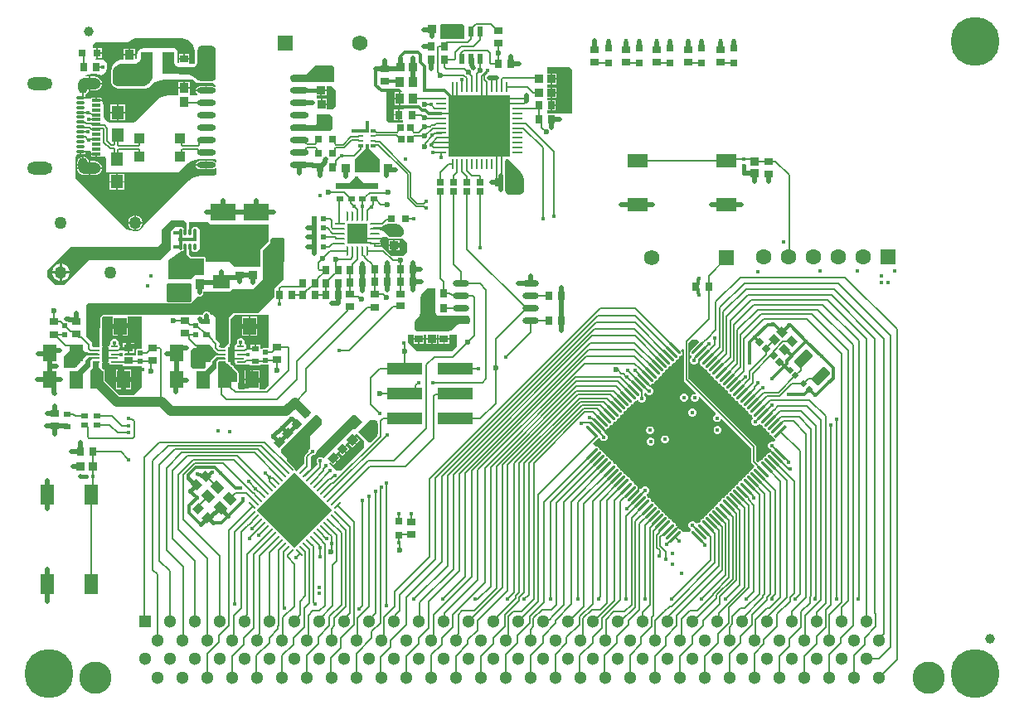
<source format=gtl>
G04*
G04 #@! TF.GenerationSoftware,Altium Limited,Altium Designer,23.5.1 (21)*
G04*
G04 Layer_Physical_Order=1*
G04 Layer_Color=255*
%FSLAX43Y43*%
%MOMM*%
G71*
G04*
G04 #@! TF.SameCoordinates,091AA0F9-E177-443C-B5AA-68A9A74CA1F2*
G04*
G04*
G04 #@! TF.FilePolarity,Positive*
G04*
G01*
G75*
%ADD11C,0.200*%
%ADD12C,0.400*%
%ADD15C,0.500*%
%ADD18C,1.000*%
%ADD21C,0.153*%
%ADD29R,0.800X0.200*%
%ADD30O,0.800X0.200*%
%ADD31R,0.690X1.500*%
%ADD32R,0.807X0.858*%
%ADD33R,0.350X0.630*%
%ADD34R,0.530X0.300*%
%ADD35R,0.530X0.250*%
%ADD36R,0.600X1.100*%
%ADD37R,0.900X1.100*%
%ADD38R,1.044X0.242*%
G04:AMPARAMS|DCode=39|XSize=1.044mm|YSize=0.242mm|CornerRadius=0.121mm|HoleSize=0mm|Usage=FLASHONLY|Rotation=0.000|XOffset=0mm|YOffset=0mm|HoleType=Round|Shape=RoundedRectangle|*
%AMROUNDEDRECTD39*
21,1,1.044,0.000,0,0,0.0*
21,1,0.801,0.242,0,0,0.0*
1,1,0.242,0.401,0.000*
1,1,0.242,-0.401,0.000*
1,1,0.242,-0.401,0.000*
1,1,0.242,0.401,0.000*
%
%ADD39ROUNDEDRECTD39*%
G04:AMPARAMS|DCode=40|XSize=0.242mm|YSize=1.044mm|CornerRadius=0.121mm|HoleSize=0mm|Usage=FLASHONLY|Rotation=0.000|XOffset=0mm|YOffset=0mm|HoleType=Round|Shape=RoundedRectangle|*
%AMROUNDEDRECTD40*
21,1,0.242,0.801,0,0,0.0*
21,1,0.000,1.044,0,0,0.0*
1,1,0.242,0.000,-0.401*
1,1,0.242,0.000,-0.401*
1,1,0.242,0.000,0.401*
1,1,0.242,0.000,0.401*
%
%ADD40ROUNDEDRECTD40*%
%ADD41R,0.800X0.950*%
%ADD42R,0.950X0.800*%
%ADD43R,0.700X0.650*%
%ADD44R,0.800X0.600*%
%ADD45R,0.850X0.700*%
G04:AMPARAMS|DCode=46|XSize=0.76mm|YSize=0.66mm|CornerRadius=0.083mm|HoleSize=0mm|Usage=FLASHONLY|Rotation=90.000|XOffset=0mm|YOffset=0mm|HoleType=Round|Shape=RoundedRectangle|*
%AMROUNDEDRECTD46*
21,1,0.760,0.495,0,0,90.0*
21,1,0.595,0.660,0,0,90.0*
1,1,0.165,0.248,0.297*
1,1,0.165,0.248,-0.297*
1,1,0.165,-0.248,-0.297*
1,1,0.165,-0.248,0.297*
%
%ADD46ROUNDEDRECTD46*%
%ADD47R,0.858X0.807*%
%ADD48R,0.850X0.750*%
%ADD49R,0.812X0.758*%
%ADD50R,0.958X0.912*%
G04:AMPARAMS|DCode=51|XSize=0.55mm|YSize=0.5mm|CornerRadius=0.063mm|HoleSize=0mm|Usage=FLASHONLY|Rotation=0.000|XOffset=0mm|YOffset=0mm|HoleType=Round|Shape=RoundedRectangle|*
%AMROUNDEDRECTD51*
21,1,0.550,0.375,0,0,0.0*
21,1,0.425,0.500,0,0,0.0*
1,1,0.125,0.213,-0.188*
1,1,0.125,-0.213,-0.188*
1,1,0.125,-0.213,0.188*
1,1,0.125,0.213,0.188*
%
%ADD51ROUNDEDRECTD51*%
%ADD52R,1.350X1.800*%
%ADD53R,0.750X0.850*%
%ADD54R,2.606X1.703*%
%ADD55R,1.004X0.239*%
G04:AMPARAMS|DCode=56|XSize=1.004mm|YSize=0.239mm|CornerRadius=0.12mm|HoleSize=0mm|Usage=FLASHONLY|Rotation=0.000|XOffset=0mm|YOffset=0mm|HoleType=Round|Shape=RoundedRectangle|*
%AMROUNDEDRECTD56*
21,1,1.004,0.000,0,0,0.0*
21,1,0.765,0.239,0,0,0.0*
1,1,0.239,0.382,0.000*
1,1,0.239,-0.382,0.000*
1,1,0.239,-0.382,0.000*
1,1,0.239,0.382,0.000*
%
%ADD56ROUNDEDRECTD56*%
G04:AMPARAMS|DCode=57|XSize=0.239mm|YSize=1.004mm|CornerRadius=0.12mm|HoleSize=0mm|Usage=FLASHONLY|Rotation=0.000|XOffset=0mm|YOffset=0mm|HoleType=Round|Shape=RoundedRectangle|*
%AMROUNDEDRECTD57*
21,1,0.239,0.765,0,0,0.0*
21,1,0.000,1.004,0,0,0.0*
1,1,0.239,0.000,-0.382*
1,1,0.239,0.000,-0.382*
1,1,0.239,0.000,0.382*
1,1,0.239,0.000,0.382*
%
%ADD57ROUNDEDRECTD57*%
%ADD58R,0.912X0.958*%
%ADD59O,1.700X0.600*%
G04:AMPARAMS|DCode=60|XSize=0.252mm|YSize=1.655mm|CornerRadius=0.126mm|HoleSize=0mm|Usage=FLASHONLY|Rotation=225.000|XOffset=0mm|YOffset=0mm|HoleType=Round|Shape=RoundedRectangle|*
%AMROUNDEDRECTD60*
21,1,0.252,1.403,0,0,225.0*
21,1,0.000,1.655,0,0,225.0*
1,1,0.252,-0.496,0.496*
1,1,0.252,-0.496,0.496*
1,1,0.252,0.496,-0.496*
1,1,0.252,0.496,-0.496*
%
%ADD60ROUNDEDRECTD60*%
G04:AMPARAMS|DCode=61|XSize=1.655mm|YSize=0.252mm|CornerRadius=0mm|HoleSize=0mm|Usage=FLASHONLY|Rotation=225.000|XOffset=0mm|YOffset=0mm|HoleType=Round|Shape=Rectangle|*
%AMROTATEDRECTD61*
4,1,4,0.496,0.674,0.674,0.496,-0.496,-0.674,-0.674,-0.496,0.496,0.674,0.0*
%
%ADD61ROTATEDRECTD61*%

G04:AMPARAMS|DCode=62|XSize=1.655mm|YSize=0.252mm|CornerRadius=0.126mm|HoleSize=0mm|Usage=FLASHONLY|Rotation=225.000|XOffset=0mm|YOffset=0mm|HoleType=Round|Shape=RoundedRectangle|*
%AMROUNDEDRECTD62*
21,1,1.655,0.000,0,0,225.0*
21,1,1.403,0.252,0,0,225.0*
1,1,0.252,-0.496,-0.496*
1,1,0.252,0.496,0.496*
1,1,0.252,0.496,0.496*
1,1,0.252,-0.496,-0.496*
%
%ADD62ROUNDEDRECTD62*%
%ADD63R,3.560X1.270*%
%ADD64P,1.344X4X270.0*%
G04:AMPARAMS|DCode=65|XSize=0.905mm|YSize=0.906mm|CornerRadius=0mm|HoleSize=0mm|Usage=FLASHONLY|Rotation=135.000|XOffset=0mm|YOffset=0mm|HoleType=Round|Shape=Rectangle|*
%AMROTATEDRECTD65*
4,1,4,0.640,0.000,-0.000,-0.640,-0.640,-0.000,0.000,0.640,0.640,0.000,0.0*
%
%ADD65ROTATEDRECTD65*%

G04:AMPARAMS|DCode=66|XSize=0.758mm|YSize=0.812mm|CornerRadius=0mm|HoleSize=0mm|Usage=FLASHONLY|Rotation=135.000|XOffset=0mm|YOffset=0mm|HoleType=Round|Shape=Rectangle|*
%AMROTATEDRECTD66*
4,1,4,0.555,0.019,-0.019,-0.555,-0.555,-0.019,0.019,0.555,0.555,0.019,0.0*
%
%ADD66ROTATEDRECTD66*%

G04:AMPARAMS|DCode=67|XSize=0.807mm|YSize=0.858mm|CornerRadius=0mm|HoleSize=0mm|Usage=FLASHONLY|Rotation=135.000|XOffset=0mm|YOffset=0mm|HoleType=Round|Shape=Rectangle|*
%AMROTATEDRECTD67*
4,1,4,0.589,0.018,-0.018,-0.589,-0.589,-0.018,0.018,0.589,0.589,0.018,0.0*
%
%ADD67ROTATEDRECTD67*%

G04:AMPARAMS|DCode=68|XSize=0.85mm|YSize=0.75mm|CornerRadius=0mm|HoleSize=0mm|Usage=FLASHONLY|Rotation=45.000|XOffset=0mm|YOffset=0mm|HoleType=Round|Shape=Rectangle|*
%AMROTATEDRECTD68*
4,1,4,-0.035,-0.566,-0.566,-0.035,0.035,0.566,0.566,0.035,-0.035,-0.566,0.0*
%
%ADD68ROTATEDRECTD68*%

%ADD69R,0.800X0.800*%
G04:AMPARAMS|DCode=70|XSize=0.192mm|YSize=0.908mm|CornerRadius=0.096mm|HoleSize=0mm|Usage=FLASHONLY|Rotation=135.000|XOffset=0mm|YOffset=0mm|HoleType=Round|Shape=RoundedRectangle|*
%AMROUNDEDRECTD70*
21,1,0.192,0.715,0,0,135.0*
21,1,0.000,0.908,0,0,135.0*
1,1,0.192,0.253,0.253*
1,1,0.192,0.253,0.253*
1,1,0.192,-0.253,-0.253*
1,1,0.192,-0.253,-0.253*
%
%ADD70ROUNDEDRECTD70*%
G04:AMPARAMS|DCode=71|XSize=0.908mm|YSize=0.192mm|CornerRadius=0.096mm|HoleSize=0mm|Usage=FLASHONLY|Rotation=135.000|XOffset=0mm|YOffset=0mm|HoleType=Round|Shape=RoundedRectangle|*
%AMROUNDEDRECTD71*
21,1,0.908,0.000,0,0,135.0*
21,1,0.715,0.192,0,0,135.0*
1,1,0.192,-0.253,0.253*
1,1,0.192,0.253,-0.253*
1,1,0.192,0.253,-0.253*
1,1,0.192,-0.253,0.253*
%
%ADD71ROUNDEDRECTD71*%
G04:AMPARAMS|DCode=72|XSize=0.908mm|YSize=0.192mm|CornerRadius=0mm|HoleSize=0mm|Usage=FLASHONLY|Rotation=135.000|XOffset=0mm|YOffset=0mm|HoleType=Round|Shape=Rectangle|*
%AMROTATEDRECTD72*
4,1,4,0.389,-0.253,0.253,-0.389,-0.389,0.253,-0.253,0.389,0.389,-0.253,0.0*
%
%ADD72ROTATEDRECTD72*%

G04:AMPARAMS|DCode=73|XSize=1.1mm|YSize=0.9mm|CornerRadius=0mm|HoleSize=0mm|Usage=FLASHONLY|Rotation=315.000|XOffset=0mm|YOffset=0mm|HoleType=Round|Shape=Rectangle|*
%AMROTATEDRECTD73*
4,1,4,-0.707,0.071,-0.071,0.707,0.707,-0.071,0.071,-0.707,-0.707,0.071,0.0*
%
%ADD73ROTATEDRECTD73*%

G04:AMPARAMS|DCode=74|XSize=0.807mm|YSize=0.858mm|CornerRadius=0mm|HoleSize=0mm|Usage=FLASHONLY|Rotation=45.000|XOffset=0mm|YOffset=0mm|HoleType=Round|Shape=Rectangle|*
%AMROTATEDRECTD74*
4,1,4,0.018,-0.589,-0.589,0.018,-0.018,0.589,0.589,-0.018,0.018,-0.589,0.0*
%
%ADD74ROTATEDRECTD74*%

G04:AMPARAMS|DCode=75|XSize=0.95mm|YSize=0.8mm|CornerRadius=0mm|HoleSize=0mm|Usage=FLASHONLY|Rotation=225.000|XOffset=0mm|YOffset=0mm|HoleType=Round|Shape=Rectangle|*
%AMROTATEDRECTD75*
4,1,4,0.053,0.619,0.619,0.053,-0.053,-0.619,-0.619,-0.053,0.053,0.619,0.0*
%
%ADD75ROTATEDRECTD75*%

%ADD76R,0.450X0.400*%
%ADD77R,1.400X2.100*%
G04:AMPARAMS|DCode=78|XSize=0.55mm|YSize=0.5mm|CornerRadius=0.063mm|HoleSize=0mm|Usage=FLASHONLY|Rotation=270.000|XOffset=0mm|YOffset=0mm|HoleType=Round|Shape=RoundedRectangle|*
%AMROUNDEDRECTD78*
21,1,0.550,0.375,0,0,270.0*
21,1,0.425,0.500,0,0,270.0*
1,1,0.125,-0.188,-0.213*
1,1,0.125,-0.188,0.213*
1,1,0.125,0.188,0.213*
1,1,0.125,0.188,-0.213*
%
%ADD78ROUNDEDRECTD78*%
G04:AMPARAMS|DCode=79|XSize=0.8mm|YSize=0.75mm|CornerRadius=0.094mm|HoleSize=0mm|Usage=FLASHONLY|Rotation=90.000|XOffset=0mm|YOffset=0mm|HoleType=Round|Shape=RoundedRectangle|*
%AMROUNDEDRECTD79*
21,1,0.800,0.563,0,0,90.0*
21,1,0.613,0.750,0,0,90.0*
1,1,0.188,0.281,0.306*
1,1,0.188,0.281,-0.306*
1,1,0.188,-0.281,-0.306*
1,1,0.188,-0.281,0.306*
%
%ADD79ROUNDEDRECTD79*%
%ADD80R,1.800X1.350*%
%ADD81R,0.958X1.007*%
%ADD82R,1.058X1.206*%
G04:AMPARAMS|DCode=83|XSize=0.67mm|YSize=0.3mm|CornerRadius=0.075mm|HoleSize=0mm|Usage=FLASHONLY|Rotation=270.000|XOffset=0mm|YOffset=0mm|HoleType=Round|Shape=RoundedRectangle|*
%AMROUNDEDRECTD83*
21,1,0.670,0.150,0,0,270.0*
21,1,0.520,0.300,0,0,270.0*
1,1,0.150,-0.075,-0.260*
1,1,0.150,-0.075,0.260*
1,1,0.150,0.075,0.260*
1,1,0.150,0.075,-0.260*
%
%ADD83ROUNDEDRECTD83*%
%ADD84R,1.300X1.400*%
%ADD85R,1.230X2.220*%
%ADD86O,1.900X0.600*%
%ADD87R,0.800X0.800*%
%ADD88R,1.100X1.000*%
%ADD89R,0.650X0.700*%
%ADD90P,0.735X4X180.0*%
G04:AMPARAMS|DCode=91|XSize=1mm|YSize=1.8mm|CornerRadius=0.1mm|HoleSize=0mm|Usage=FLASHONLY|Rotation=135.000|XOffset=0mm|YOffset=0mm|HoleType=Round|Shape=RoundedRectangle|*
%AMROUNDEDRECTD91*
21,1,1.000,1.600,0,0,135.0*
21,1,0.800,1.800,0,0,135.0*
1,1,0.200,0.283,0.849*
1,1,0.200,0.849,0.283*
1,1,0.200,-0.283,-0.849*
1,1,0.200,-0.849,-0.283*
%
%ADD91ROUNDEDRECTD91*%
G04:AMPARAMS|DCode=92|XSize=0.62mm|YSize=0.66mm|CornerRadius=0mm|HoleSize=0mm|Usage=FLASHONLY|Rotation=225.000|XOffset=0mm|YOffset=0mm|HoleType=Round|Shape=Rectangle|*
%AMROTATEDRECTD92*
4,1,4,-0.014,0.453,0.453,-0.014,0.014,-0.453,-0.453,0.014,-0.014,0.453,0.0*
%
%ADD92ROTATEDRECTD92*%

G04:AMPARAMS|DCode=93|XSize=0.8mm|YSize=0.9mm|CornerRadius=0.08mm|HoleSize=0mm|Usage=FLASHONLY|Rotation=225.000|XOffset=0mm|YOffset=0mm|HoleType=Round|Shape=RoundedRectangle|*
%AMROUNDEDRECTD93*
21,1,0.800,0.740,0,0,225.0*
21,1,0.640,0.900,0,0,225.0*
1,1,0.160,-0.488,0.035*
1,1,0.160,-0.035,0.488*
1,1,0.160,0.488,-0.035*
1,1,0.160,0.035,-0.488*
%
%ADD93ROUNDEDRECTD93*%
%ADD94R,0.400X0.450*%
%ADD95R,2.100X1.400*%
G04:AMPARAMS|DCode=96|XSize=0.27mm|YSize=0.9mm|CornerRadius=0.034mm|HoleSize=0mm|Usage=FLASHONLY|Rotation=270.000|XOffset=0mm|YOffset=0mm|HoleType=Round|Shape=RoundedRectangle|*
%AMROUNDEDRECTD96*
21,1,0.270,0.832,0,0,270.0*
21,1,0.203,0.900,0,0,270.0*
1,1,0.068,-0.416,-0.101*
1,1,0.068,-0.416,0.101*
1,1,0.068,0.416,0.101*
1,1,0.068,0.416,-0.101*
%
%ADD96ROUNDEDRECTD96*%
G04:AMPARAMS|DCode=97|XSize=0.27mm|YSize=0.8mm|CornerRadius=0.034mm|HoleSize=0mm|Usage=FLASHONLY|Rotation=270.000|XOffset=0mm|YOffset=0mm|HoleType=Round|Shape=RoundedRectangle|*
%AMROUNDEDRECTD97*
21,1,0.270,0.733,0,0,270.0*
21,1,0.203,0.800,0,0,270.0*
1,1,0.068,-0.366,-0.101*
1,1,0.068,-0.366,0.101*
1,1,0.068,0.366,0.101*
1,1,0.068,0.366,-0.101*
%
%ADD97ROUNDEDRECTD97*%
%ADD105R,6.250X6.250*%
%ADD117R,2.032X2.032*%
%ADD123P,7.778X4X180.0*%
%ADD150C,1.270*%
%ADD159C,0.600*%
%ADD160C,1.000*%
%ADD161C,0.203*%
%ADD162C,0.300*%
%ADD163C,0.160*%
%ADD164C,0.152*%
%ADD165C,0.950*%
%ADD166C,5.000*%
%ADD167C,3.300*%
%ADD168C,1.300*%
%ADD169R,1.300X1.300*%
%ADD170C,1.580*%
%ADD171R,1.580X1.580*%
%ADD172C,1.600*%
%ADD173R,1.600X1.600*%
%ADD174O,2.300X1.200*%
%ADD175O,1.000X1.500*%
%ADD176O,2.600X1.300*%
%ADD177C,0.450*%
G36*
X16592Y67549D02*
X16845Y67446D01*
X17073Y67295D01*
X17267Y67103D01*
X17420Y66876D01*
X17525Y66624D01*
X17580Y66356D01*
X17580Y66220D01*
X17580Y66220D01*
X17580Y66220D01*
X17580Y65065D01*
X17490Y64975D01*
X17105D01*
X17008Y65046D01*
X17008Y65102D01*
Y65450D01*
X16500D01*
X15992D01*
Y65130D01*
X15937Y65080D01*
X15865Y65051D01*
X15818Y65075D01*
Y66182D01*
X15810Y66263D01*
X15748Y66414D01*
X15632Y66530D01*
X15482Y66592D01*
X15400Y66600D01*
X12400D01*
X12331Y66597D01*
X12197Y66570D01*
X12070Y66517D01*
X11956Y66441D01*
X11859Y66344D01*
X11783Y66230D01*
X11730Y66103D01*
X11703Y65969D01*
X11700Y65900D01*
Y65640D01*
X11654Y65530D01*
X11608Y65483D01*
X11481Y65536D01*
Y65849D01*
X10900D01*
X10319D01*
Y65400D01*
X10100Y65400D01*
X10002Y65395D01*
X9810Y65357D01*
X9629Y65282D01*
X9466Y65173D01*
X9327Y65034D01*
X9218Y64871D01*
X9143Y64690D01*
X9110Y64523D01*
X9105Y64498D01*
X9100Y64400D01*
X9100Y64400D01*
X9097Y64388D01*
X9064Y64218D01*
X9067Y64202D01*
X9060Y64186D01*
Y63225D01*
X9070Y63202D01*
X9070Y63113D01*
X9083Y63083D01*
Y63050D01*
X9161Y62860D01*
X9184Y62837D01*
X9197Y62807D01*
X9342Y62662D01*
X9372Y62650D01*
X9395Y62626D01*
X9585Y62548D01*
X9617D01*
X9648Y62535D01*
X9664D01*
X9700Y62500D01*
X12578D01*
X12630Y62503D01*
X12734Y62524D01*
X12832Y62564D01*
X12920Y62624D01*
X12959Y62659D01*
X12959Y62659D01*
X13136Y62835D01*
X13551Y63112D01*
X14013Y63303D01*
X14502Y63400D01*
X14752Y63400D01*
X14752Y63400D01*
X17076Y63400D01*
X17177Y63400D01*
X17375Y63361D01*
X17561Y63283D01*
X17729Y63171D01*
X17800Y63100D01*
X17800Y63100D01*
X18020D01*
X18100Y63084D01*
X19358D01*
X19540Y63009D01*
X19709Y62840D01*
X19765Y62704D01*
X19747Y62676D01*
X19577Y62640D01*
X19557Y62653D01*
X19400Y62684D01*
X18827D01*
Y62275D01*
X18750D01*
Y62199D01*
X17706D01*
X17722Y62118D01*
X17810Y61985D01*
X17898Y61927D01*
X17859Y61800D01*
X17095Y61800D01*
X17081Y61927D01*
Y62449D01*
X16500D01*
X15919D01*
Y61927D01*
X15919Y61921D01*
X15905Y61800D01*
X15252Y61800D01*
X15003Y61788D01*
X14515Y61691D01*
X14055Y61500D01*
X13641Y61223D01*
X13456Y61056D01*
X13456Y61056D01*
Y61056D01*
X11500Y59100D01*
X11476Y59076D01*
X11420Y59039D01*
X11377Y59021D01*
X11259Y59000D01*
X11259Y59000D01*
X9100D01*
X9021Y59000D01*
X8867Y59031D01*
X8721Y59091D01*
X8590Y59179D01*
X8479Y59290D01*
X8391Y59421D01*
X8331Y59567D01*
X8300Y59721D01*
X8300Y59800D01*
X8300Y60800D01*
X8294Y60859D01*
X8249Y60967D01*
X8179Y61038D01*
X8167Y61049D01*
X8113Y61199D01*
Y61223D01*
X7550D01*
Y61300D01*
X7473D01*
Y61548D01*
X7134D01*
X7030Y61505D01*
X6997Y61425D01*
X6478D01*
X6463Y61448D01*
Y61473D01*
X5950D01*
Y61626D01*
X6463D01*
Y61651D01*
X6458Y61661D01*
Y61894D01*
X6634Y62011D01*
X6767Y62210D01*
X6774Y62244D01*
Y62995D01*
Y63702D01*
X6450D01*
X6426Y63829D01*
X6690Y63934D01*
X7080Y64005D01*
X7476Y63999D01*
X7863Y63915D01*
X8045Y63836D01*
Y63836D01*
X8163Y63883D01*
X8370Y64030D01*
X8521Y64233D01*
X8601Y64473D01*
X8612Y64594D01*
X8633Y64700D01*
X8612Y64803D01*
X8612Y64900D01*
X8601Y65003D01*
X8520Y65193D01*
X8372Y65337D01*
X8198Y65407D01*
X8181Y65414D01*
X8077Y65423D01*
X8077Y65423D01*
X8077Y65423D01*
X7502D01*
X7449Y65445D01*
X7437Y65475D01*
X7524Y65602D01*
X7548D01*
Y66104D01*
Y66605D01*
X7200D01*
Y66800D01*
X7200Y66880D01*
X7261Y67027D01*
X7373Y67139D01*
X7520Y67200D01*
X7600Y67200D01*
X7600Y67200D01*
X10659D01*
X10692Y67202D01*
X10758Y67215D01*
X10820Y67240D01*
X10875Y67277D01*
X10900Y67300D01*
X10972Y67372D01*
X11141Y67485D01*
X11329Y67562D01*
X11529Y67601D01*
X11631Y67600D01*
X11631Y67600D01*
X16187Y67600D01*
X16323Y67601D01*
X16592Y67549D01*
D02*
G37*
G36*
X45150Y68875D02*
Y67568D01*
X42675D01*
Y68950D01*
X42791Y69066D01*
X44959D01*
X45150Y68875D01*
D02*
G37*
G36*
X19200Y66900D02*
X19299Y66900D01*
X19483Y66824D01*
X19624Y66683D01*
X19693Y66517D01*
X19700Y66400D01*
Y66400D01*
X19700D01*
X19700Y66400D01*
X19700Y63540D01*
X19654Y63430D01*
X19570Y63346D01*
X19460Y63300D01*
X19400Y63300D01*
X17926D01*
X17593Y63607D01*
X17522Y63671D01*
X17362Y63778D01*
X17185Y63852D01*
X17017Y63885D01*
X16996Y63889D01*
X16900Y63894D01*
X16900Y63894D01*
X16900Y63894D01*
X16900Y63894D01*
X16094D01*
X15998Y63990D01*
X14270D01*
Y66210D01*
X15500D01*
X15500Y65239D01*
X15512Y65124D01*
X15602Y64911D01*
X15766Y64749D01*
X15980Y64663D01*
X16095Y64652D01*
X16095Y64652D01*
X17300Y64652D01*
X17352Y64652D01*
X17459Y64663D01*
X17655Y64745D01*
X17806Y64896D01*
X17887Y65093D01*
X17897Y65200D01*
X17897Y65200D01*
Y66276D01*
X17900Y66400D01*
D01*
X17910Y66523D01*
X17976Y66683D01*
X18117Y66824D01*
X18301Y66900D01*
X18400Y66900D01*
X18400Y66900D01*
X19200Y66900D01*
D02*
G37*
G36*
X31842Y64613D02*
Y63228D01*
X31737Y63123D01*
X27597D01*
X27388Y63333D01*
X27600Y63545D01*
Y63845D01*
X28900D01*
X29882Y64827D01*
X31627D01*
X31842Y64613D01*
D02*
G37*
G36*
X13330Y63986D02*
X13330Y63859D01*
X13280Y63610D01*
X13182Y63376D01*
X13040Y63165D01*
X12860Y62986D01*
X12649Y62845D01*
X12414Y62749D01*
X12165Y62700D01*
X12038Y62700D01*
X12038Y62700D01*
X12038Y62700D01*
X9750Y62700D01*
X9648Y62700D01*
X9458Y62778D01*
X9313Y62923D01*
X9235Y63113D01*
X9235Y63215D01*
X9225Y63225D01*
Y64186D01*
X9259Y64356D01*
X9325Y64515D01*
X9421Y64659D01*
X9543Y64781D01*
X9686Y64876D01*
X9846Y64942D01*
X10015Y64976D01*
X10101D01*
X10129Y64977D01*
X11379D01*
X11450Y64981D01*
X11588Y65008D01*
X11719Y65063D01*
X11836Y65141D01*
X11936Y65241D01*
X12015Y65358D01*
X12069Y65489D01*
X12097Y65628D01*
X12100Y65698D01*
X12100Y65700D01*
Y66210D01*
X13330D01*
X13330Y63986D01*
D02*
G37*
G36*
X32000Y62300D02*
Y60700D01*
X31655Y60355D01*
X31084D01*
Y60756D01*
X30527D01*
Y60833D01*
X30450D01*
Y61414D01*
X30069D01*
Y61770D01*
X30424D01*
Y62275D01*
X30500D01*
Y62352D01*
X31031D01*
Y62700D01*
X31600D01*
X32000Y62300D01*
D02*
G37*
G36*
X55800Y64700D02*
X56100Y64400D01*
Y59940D01*
X53600Y59940D01*
Y60227D01*
X53924D01*
Y60754D01*
Y61281D01*
X53600D01*
Y61523D01*
X53949D01*
Y62054D01*
Y62585D01*
X53600D01*
Y62923D01*
X53949D01*
Y63454D01*
Y63985D01*
X53600D01*
Y64700D01*
X55800Y64700D01*
D02*
G37*
G36*
X38779Y62221D02*
X38730Y62104D01*
X38616D01*
Y61452D01*
Y60801D01*
X39000D01*
Y60487D01*
X38966Y60374D01*
X38873Y60374D01*
X38541D01*
Y59797D01*
Y59221D01*
X38841D01*
X38894Y59094D01*
X38800Y59000D01*
X37426D01*
X37200Y59226D01*
Y62400D01*
X37240Y62440D01*
X38560D01*
X38779Y62221D01*
D02*
G37*
G36*
X31685Y59566D02*
X31685Y58385D01*
X31462Y58162D01*
X27479D01*
X27388Y58253D01*
Y58553D01*
X27600Y58765D01*
X29936D01*
X30071Y58900D01*
Y59858D01*
X31393D01*
X31685Y59566D01*
D02*
G37*
G36*
X6959Y56126D02*
X6970Y56110D01*
X7030Y56005D01*
X6987Y55901D01*
Y55876D01*
X7550D01*
Y55800D01*
X7627D01*
Y55552D01*
X7950D01*
Y55550D01*
X8446D01*
X8469Y55493D01*
X8509Y55293D01*
X8509Y55191D01*
X8509Y54189D01*
X8515Y54133D01*
X8558Y54029D01*
X8638Y53949D01*
X8742Y53906D01*
X8799Y53900D01*
X15800D01*
X15845Y53911D01*
X15930Y53946D01*
X16007Y53998D01*
X16072Y54063D01*
X16100Y54100D01*
X16481Y54481D01*
X16566Y54566D01*
X16566Y54566D01*
X16566Y54566D01*
X16566Y54566D01*
X16742Y54742D01*
X17158Y55020D01*
X17621Y55212D01*
X18111Y55310D01*
X18362Y55309D01*
X19398Y55309D01*
X19398Y55309D01*
X19398Y55309D01*
X19398D01*
X19515Y55303D01*
X19687Y55232D01*
X19809Y55110D01*
X19797Y54987D01*
X19718Y54956D01*
X19683Y54949D01*
X19557Y55033D01*
X19400Y55064D01*
X18827D01*
Y54655D01*
Y54246D01*
X19400D01*
X19557Y54277D01*
X19683Y54361D01*
X19718Y54354D01*
X19810Y54318D01*
Y53850D01*
X19841Y53777D01*
X19839Y53773D01*
X19727Y53661D01*
X19580Y53600D01*
X19500D01*
X18441Y53600D01*
X18441Y53600D01*
X18437Y53600D01*
X18429Y53600D01*
X18420Y53599D01*
X18412Y53599D01*
X18408Y53598D01*
X18400Y53598D01*
X18400Y53598D01*
X18187Y53587D01*
X17770Y53505D01*
X17376Y53343D01*
X17022Y53107D01*
X16864Y52964D01*
X12371Y48371D01*
X12371Y48371D01*
X12306Y48278D01*
X12140Y48121D01*
X11948Y48000D01*
X11735Y47919D01*
X11623Y47900D01*
X11430Y47898D01*
X11050Y47970D01*
X10693Y48116D01*
X10371Y48329D01*
X10234Y48466D01*
X5606Y53094D01*
X5606D01*
X5565Y53135D01*
X5500Y53232D01*
X5455Y53340D01*
X5432Y53455D01*
X5432Y53513D01*
Y55383D01*
X5432Y55383D01*
X5440Y55507D01*
X5464Y55628D01*
X5496Y55705D01*
X5584Y55802D01*
X5873D01*
Y56050D01*
X5950D01*
Y56126D01*
X6463D01*
X6463Y56132D01*
X6580Y56132D01*
X6958D01*
X6959Y56126D01*
D02*
G37*
G36*
X36477Y55223D02*
Y53946D01*
X36439Y53908D01*
X33948D01*
X33948Y55236D01*
X35139Y56427D01*
X35273Y56427D01*
X36477Y55223D01*
D02*
G37*
G36*
X34900Y52825D02*
X36276D01*
Y52225D01*
X32025Y52225D01*
Y52825D01*
X33445D01*
X33925Y53400D01*
X34325D01*
X34900Y52825D01*
D02*
G37*
G36*
X49554Y55246D02*
X49571Y55229D01*
X50900Y53900D01*
X50900Y53900D01*
X50971Y53829D01*
X51083Y53661D01*
X51161Y53474D01*
X51200Y53277D01*
Y52001D01*
X51124Y51817D01*
X50983Y51676D01*
X50799Y51600D01*
X49708D01*
X49642Y51613D01*
X49597Y51632D01*
X49500Y51700D01*
Y51700D01*
X49420Y51794D01*
X49364Y51877D01*
X49307Y52016D01*
X49277Y52162D01*
Y55129D01*
X49366Y55217D01*
X49373Y55225D01*
X49386Y55244D01*
X49395Y55266D01*
X49523Y55266D01*
X49554Y55246D01*
D02*
G37*
G36*
X38088Y48647D02*
X38173Y48647D01*
X38340Y48614D01*
X38497Y48549D01*
X38638Y48454D01*
X38758Y48334D01*
X38852Y48193D01*
X38917Y48036D01*
X38944Y47902D01*
X38950Y47785D01*
Y47785D01*
X38950D01*
X38939Y47666D01*
X38888Y47528D01*
X38770Y47394D01*
X38613Y47309D01*
X38524Y47297D01*
X37518D01*
X37067Y47748D01*
X36991Y47817D01*
X36820Y47932D01*
X36630Y48010D01*
X36443Y48048D01*
X36428Y48050D01*
X36326Y48055D01*
X36326Y48055D01*
X36326Y48055D01*
X36326Y48055D01*
X36049D01*
X36000Y48055D01*
X35905Y48074D01*
X35815Y48112D01*
X35734Y48166D01*
X35732Y48168D01*
X35777Y48295D01*
X36547D01*
X36582Y48297D01*
X36651Y48310D01*
X36715Y48337D01*
X36774Y48376D01*
X36800Y48400D01*
X36859Y48459D01*
X36859Y48459D01*
X36864Y48460D01*
X36864Y48460D01*
X36940Y48510D01*
X36947Y48518D01*
X36948Y48518D01*
X37056Y48575D01*
X37150Y48614D01*
X37313Y48647D01*
X37396Y48647D01*
X37396Y48647D01*
X38088Y48647D01*
D02*
G37*
G36*
X16775Y48721D02*
Y47800D01*
X16475D01*
Y48159D01*
X16333Y48302D01*
X15602Y48302D01*
X15181Y47881D01*
Y46081D01*
X14063Y44963D01*
X12263D01*
X6779Y44963D01*
X4208Y42392D01*
X3308D01*
X3303Y42403D01*
X2500Y43207D01*
X2504Y43896D01*
X4909Y46300D01*
X12500D01*
X12510Y46310D01*
X13810D01*
X14200Y46700D01*
Y48000D01*
X15181Y48981D01*
X16515D01*
X16775Y48721D01*
D02*
G37*
G36*
X19202Y48593D02*
X21808D01*
X21816Y48601D01*
X23450D01*
X25153Y46898D01*
X24265Y46010D01*
Y44248D01*
X22581D01*
X22544Y44285D01*
X21665D01*
X21175Y44775D01*
X18719D01*
Y45094D01*
X18670Y45210D01*
X18554Y45259D01*
X17215Y45259D01*
X16975Y45499D01*
Y46580D01*
X17275D01*
X17275Y45980D01*
X17459Y45796D01*
X17796D01*
X18075Y46075D01*
Y47466D01*
X18082Y48043D01*
X17791Y48333D01*
X17473Y48333D01*
X17275Y48135D01*
X17275Y47540D01*
X16975D01*
Y48837D01*
X18958D01*
X19202Y48593D01*
D02*
G37*
G36*
X37369Y47214D02*
Y47145D01*
X37489D01*
X37518Y47133D01*
X38524D01*
X38535Y47137D01*
X38546Y47134D01*
X38635Y47146D01*
X38661Y47161D01*
X38691Y47164D01*
X38785Y47215D01*
X39300Y46700D01*
Y45800D01*
X38900Y45400D01*
X37666Y45400D01*
X36985Y46081D01*
X36901Y46137D01*
X36854Y46146D01*
X36700Y46300D01*
X35900D01*
Y46449D01*
X35926D01*
Y46675D01*
X36002D01*
Y46752D01*
X36595D01*
X36593Y46761D01*
X36544Y46835D01*
X36514Y46854D01*
X36513Y46858D01*
Y46992D01*
X36514Y46996D01*
X36544Y47015D01*
X36593Y47089D01*
X36595Y47098D01*
X36002D01*
Y47251D01*
X36670D01*
X36708Y47300D01*
X37283D01*
X37369Y47214D01*
D02*
G37*
G36*
X16775Y46280D02*
X16775Y45466D01*
X17147Y45094D01*
X18554Y45094D01*
Y43424D01*
X17596D01*
X17196Y43024D01*
X14888D01*
Y44946D01*
X16225Y45834D01*
X16289Y45846D01*
X16364Y45896D01*
X16398Y45948D01*
X16475Y45999D01*
Y46414D01*
X16592Y46463D01*
X16775Y46280D01*
D02*
G37*
G36*
X26765Y47129D02*
Y44826D01*
X26656Y44718D01*
Y42981D01*
X25725Y42050D01*
Y41244D01*
X24031Y39550D01*
X21573D01*
X21100Y39077D01*
Y36514D01*
X21071Y36471D01*
X20604Y36004D01*
X20288Y36003D01*
X20125Y36102D01*
Y36503D01*
X19749Y36879D01*
Y39070D01*
X19469Y39350D01*
X19200D01*
Y39380D01*
X19189Y39407D01*
X19179Y39457D01*
X19151Y39499D01*
X19139Y39527D01*
X19118Y39548D01*
X19090Y39590D01*
X19048Y39618D01*
X19027Y39639D01*
X18999Y39651D01*
X18957Y39679D01*
X18907Y39689D01*
X18880Y39700D01*
X18850D01*
X18800Y39710D01*
X18750Y39700D01*
X18720D01*
X18693Y39689D01*
X18643Y39679D01*
X18601Y39651D01*
X18573Y39639D01*
X18552Y39618D01*
X18510Y39590D01*
X18482Y39548D01*
X18461Y39527D01*
X18449Y39499D01*
X18421Y39457D01*
X18411Y39407D01*
X18400Y39380D01*
Y39350D01*
X8175D01*
X7925Y39100D01*
Y38113D01*
X7900Y38031D01*
Y36209D01*
X7720Y36029D01*
X7263Y36028D01*
X7100Y36127D01*
Y36528D01*
X6549Y37079D01*
Y38800D01*
X6550D01*
Y40350D01*
X6700Y40500D01*
X17165D01*
X17914Y41249D01*
X17918Y41246D01*
X17968Y41236D01*
X17995Y41225D01*
X18025D01*
X18075Y41215D01*
X18125Y41225D01*
X18155D01*
X18182Y41236D01*
X18232Y41246D01*
X18274Y41274D01*
X18302Y41286D01*
X18323Y41307D01*
X18365Y41335D01*
X18393Y41377D01*
X18414Y41398D01*
X18426Y41426D01*
X18454Y41468D01*
X18464Y41518D01*
X18475Y41545D01*
Y41575D01*
X18485Y41625D01*
Y41725D01*
X21184D01*
X21459Y42000D01*
X23580D01*
X24556Y42976D01*
X24556Y45913D01*
X24927Y46323D01*
X25303Y46659D01*
Y46746D01*
X25305D01*
Y46868D01*
X25318Y46898D01*
X25305Y46928D01*
Y47033D01*
X25492Y47220D01*
X26673D01*
X26765Y47129D01*
D02*
G37*
G36*
X17250Y42453D02*
Y40818D01*
X17096Y40665D01*
X14835D01*
X14700Y40800D01*
Y42450D01*
X14828Y42578D01*
X17125D01*
X17250Y42453D01*
D02*
G37*
G36*
X12200Y35905D02*
X11838D01*
X11754Y35889D01*
X11683Y35841D01*
X11635Y35770D01*
X11619Y35686D01*
Y35311D01*
X11581Y35283D01*
X11477Y35227D01*
X10462D01*
X10450Y35245D01*
Y35405D01*
X10496Y35474D01*
X10774D01*
Y35899D01*
X10273D01*
Y35832D01*
X10225Y35725D01*
X10100D01*
Y35725D01*
X10025D01*
X9970Y35725D01*
X9890Y35804D01*
X9845Y35870D01*
X9907Y35982D01*
X9937Y36027D01*
X9957Y36125D01*
X9937Y36223D01*
X9882Y36307D01*
X9798Y36362D01*
X9786Y36386D01*
X9800Y36420D01*
Y36580D01*
X9739Y36727D01*
X9627Y36839D01*
X9480Y36900D01*
X9320D01*
X9173Y36839D01*
X9061Y36727D01*
X9000Y36580D01*
Y36420D01*
X9014Y36386D01*
X9002Y36362D01*
X8918Y36307D01*
X8863Y36223D01*
X8853Y36177D01*
X8527D01*
Y35325D01*
Y34473D01*
X8848D01*
Y34273D01*
X9367D01*
X9400Y34267D01*
X10223D01*
Y34123D01*
X11477D01*
Y34125D01*
X12200D01*
Y32000D01*
X11308Y31108D01*
X9897D01*
X8415Y32590D01*
Y33624D01*
X8407Y33642D01*
X8409Y33653D01*
X8410Y33661D01*
X8402Y33777D01*
X8392D01*
D01*
X8392D01*
X8277Y33801D01*
X8100Y33912D01*
Y34473D01*
X8374D01*
Y35325D01*
Y36177D01*
X8100D01*
Y39042D01*
X8243Y39185D01*
X9198D01*
Y38276D01*
X9975D01*
X10752D01*
Y39185D01*
X12200D01*
Y35905D01*
D02*
G37*
G36*
X42200Y39600D02*
X42206Y39541D01*
X42251Y39433D01*
X42333Y39351D01*
X42441Y39306D01*
X42500Y39300D01*
X45300D01*
Y39300D01*
X45380D01*
X45527Y39239D01*
X45639Y39127D01*
X45700Y38980D01*
X45700Y38640D01*
X45654Y38530D01*
X45570Y38446D01*
X45460Y38400D01*
X44600D01*
X44600Y38400D01*
X44553Y38398D01*
X44460Y38379D01*
X44372Y38343D01*
X44294Y38290D01*
X44259Y38259D01*
X43900Y37900D01*
X43900Y37900D01*
X43852Y37852D01*
X43741Y37778D01*
X43616Y37726D01*
X43484Y37700D01*
X40300D01*
X40189Y37746D01*
X40105Y37830D01*
X40059Y37940D01*
Y38521D01*
X40060Y38579D01*
X40083Y38692D01*
X40128Y38798D01*
X40193Y38894D01*
X40234Y38934D01*
X40400Y39100D01*
X40445Y39150D01*
X40476Y39196D01*
X40519Y39261D01*
X40571Y39385D01*
X40597Y39516D01*
X40600Y39583D01*
X40600Y41000D01*
X40600Y41000D01*
X40614Y41121D01*
X40620Y41155D01*
X40661Y41252D01*
X40719Y41340D01*
X40756Y41377D01*
X41300Y42100D01*
X42200D01*
Y39600D01*
D02*
G37*
G36*
X44400Y36100D02*
X43924Y35624D01*
X40276D01*
X39400Y36500D01*
Y37326D01*
X39958D01*
Y36962D01*
X40465D01*
X40973D01*
Y37326D01*
X41260D01*
Y36963D01*
X41791D01*
X42321D01*
Y37326D01*
X42514D01*
Y36964D01*
X43041D01*
Y36888D01*
D01*
Y36964D01*
X43568D01*
Y37326D01*
X44400D01*
Y36100D01*
D02*
G37*
G36*
X25100Y36031D02*
X25039Y35980D01*
X24614D01*
X24530Y35964D01*
X24459Y35916D01*
X24415Y35850D01*
X24277D01*
Y36326D01*
X23852D01*
Y35924D01*
X23776D01*
Y35847D01*
X23274D01*
Y35825D01*
X22975D01*
X22933Y35783D01*
X22811Y35809D01*
X22781Y35906D01*
X22850Y35975D01*
Y36086D01*
X22853Y36100D01*
X22850Y36114D01*
Y36275D01*
X22675Y36450D01*
X22696Y36500D01*
Y36659D01*
X22635Y36806D01*
X22522Y36918D01*
X22375Y36979D01*
X22216D01*
X22069Y36918D01*
X21957Y36806D01*
X21896Y36659D01*
X21896Y36500D01*
X21900Y36475D01*
X21868Y36368D01*
X21675Y36175D01*
Y36152D01*
X21422D01*
Y35300D01*
Y34448D01*
X21744D01*
Y34248D01*
X22667D01*
X22700Y34242D01*
X22732Y34248D01*
X22848D01*
Y34250D01*
X23224D01*
Y34172D01*
X24328D01*
Y34250D01*
X25100D01*
Y32075D01*
X24733Y31708D01*
X24313D01*
X24197Y31717D01*
X24197Y31828D01*
Y32642D01*
X23420D01*
X22644D01*
X22644Y31717D01*
X22528Y31708D01*
X22167D01*
X22045Y31830D01*
Y32420D01*
X22065Y32466D01*
Y33466D01*
X22064Y33467D01*
X22065Y33468D01*
X22040Y33525D01*
X22016Y33582D01*
X22015Y33582D01*
X22015Y33584D01*
X21614Y33973D01*
X21563Y34095D01*
X21450Y34208D01*
X21312Y34265D01*
X21238Y34337D01*
X21269Y34414D01*
Y35300D01*
Y36152D01*
X21188D01*
Y36357D01*
X21194Y36370D01*
X21208Y36380D01*
X21237Y36423D01*
X21246Y36470D01*
X21265Y36514D01*
Y38965D01*
X21675Y39375D01*
X25100Y39375D01*
Y36031D01*
D02*
G37*
G36*
X19485Y35946D02*
X19503Y35855D01*
X19559Y35771D01*
X19812Y35519D01*
X19895Y35463D01*
X19948Y35452D01*
X20016Y35380D01*
X20550Y35396D01*
X20634Y35293D01*
X20597Y35201D01*
X19741D01*
X19407Y34814D01*
X19348Y34789D01*
X19236Y34677D01*
X19186Y34556D01*
X19154Y34519D01*
X18721Y34519D01*
Y34001D01*
X18606Y33866D01*
X17427D01*
X17415Y33861D01*
X17200Y34076D01*
X17200Y35730D01*
X17429Y35959D01*
X17795D01*
Y36172D01*
X17799Y36178D01*
X19145Y36309D01*
X19485Y35946D01*
D02*
G37*
G36*
X6100Y35855D02*
X6531Y35425D01*
X7727D01*
X7770Y35298D01*
X7713Y35229D01*
X6529D01*
X5400Y33900D01*
X4290Y33900D01*
X4200Y33990D01*
X4200Y35100D01*
X5400Y36300D01*
X6100D01*
Y35855D01*
D02*
G37*
G36*
X20849Y34476D02*
Y34398D01*
X20939D01*
X21900Y33466D01*
Y32466D01*
X19996D01*
Y34500D01*
X20754Y34565D01*
X20849Y34476D01*
D02*
G37*
G36*
X67547Y35831D02*
Y32827D01*
X67542Y32819D01*
X67522Y32720D01*
X67542Y32621D01*
X67598Y32537D01*
X68767Y31367D01*
X68752Y31320D01*
X68705Y31250D01*
X68570D01*
X68423Y31189D01*
X68311Y31077D01*
X68250Y30930D01*
Y30770D01*
X68311Y30623D01*
X68423Y30511D01*
X68570Y30450D01*
X68730D01*
X68877Y30511D01*
X68989Y30623D01*
X69050Y30770D01*
Y30905D01*
X69120Y30952D01*
X69167Y30967D01*
X70817Y29317D01*
X70777Y29178D01*
X70684Y29139D01*
X70572Y29027D01*
X70511Y28880D01*
Y28720D01*
X70572Y28573D01*
X70684Y28461D01*
X70831Y28400D01*
X70990D01*
X71137Y28461D01*
X71250Y28573D01*
X71288Y28667D01*
X71428Y28706D01*
X74388Y25746D01*
Y24391D01*
X74408Y24293D01*
X74431Y24258D01*
X74433Y24249D01*
X74489Y24165D01*
X74731Y23923D01*
X74689Y23785D01*
X74682Y23783D01*
X74590Y23722D01*
X74529Y23630D01*
X74516Y23565D01*
X74437Y23451D01*
X74329Y23430D01*
X74237Y23368D01*
X74175Y23276D01*
X74153Y23168D01*
X74084Y23098D01*
X73975Y23076D01*
X73883Y23015D01*
X73821Y22923D01*
X73800Y22814D01*
X73730Y22744D01*
X73730Y22744D01*
X73621Y22723D01*
X73529Y22661D01*
X73468Y22569D01*
X73446Y22461D01*
X73376Y22391D01*
X73268Y22369D01*
X73176Y22308D01*
X73114Y22216D01*
X73101Y22151D01*
X73023Y22037D01*
X72914Y22016D01*
X72822Y21954D01*
X72761Y21862D01*
X72739Y21754D01*
X72669Y21684D01*
X72561Y21662D01*
X72469Y21601D01*
X72407Y21509D01*
X72394Y21444D01*
X72316Y21330D01*
X72207Y21309D01*
X72115Y21247D01*
X72054Y21155D01*
X72032Y21046D01*
X71962Y20977D01*
X71854Y20955D01*
X71762Y20894D01*
X71700Y20801D01*
X71679Y20693D01*
X71609Y20623D01*
X71500Y20601D01*
X71408Y20540D01*
X71347Y20448D01*
X71325Y20339D01*
X71255Y20270D01*
X71255Y20270D01*
X71147Y20248D01*
X71054Y20186D01*
X70993Y20094D01*
X70980Y20030D01*
X70902Y19916D01*
X70793Y19894D01*
X70701Y19833D01*
X70639Y19741D01*
X70627Y19676D01*
X70577Y19604D01*
X70504Y19554D01*
X70439Y19541D01*
X70347Y19479D01*
X70286Y19387D01*
X70273Y19323D01*
X70223Y19250D01*
X70150Y19200D01*
X70086Y19187D01*
X69994Y19126D01*
X69932Y19034D01*
X69920Y18969D01*
X69841Y18855D01*
X69732Y18834D01*
X69640Y18772D01*
X69579Y18680D01*
X69557Y18572D01*
X69487Y18502D01*
X69379Y18480D01*
X69287Y18419D01*
X69225Y18327D01*
X69212Y18262D01*
X69162Y18190D01*
X69090Y18139D01*
X69025Y18127D01*
X68933Y18065D01*
X68923Y18050D01*
X68780Y18064D01*
X68764Y18102D01*
X68652Y18214D01*
X68505Y18275D01*
X68345D01*
X68198Y18214D01*
X68086Y18102D01*
X68025Y17955D01*
Y17795D01*
X68086Y17648D01*
X68198Y17536D01*
X68239Y17519D01*
X68253Y17376D01*
X68226Y17358D01*
X68165Y17266D01*
X68151Y17200D01*
X67395D01*
X67382Y17266D01*
X67320Y17358D01*
X67228Y17420D01*
X67120Y17441D01*
X67104Y17438D01*
X66999Y17511D01*
X66981Y17600D01*
X66930Y17675D01*
X66855Y17726D01*
X66766Y17743D01*
X66693Y17849D01*
X66696Y17865D01*
X66675Y17973D01*
X66613Y18065D01*
X66521Y18127D01*
X66413Y18148D01*
X66334Y18262D01*
X66321Y18327D01*
X66260Y18419D01*
X66168Y18480D01*
X66059Y18502D01*
X65981Y18616D01*
X65968Y18680D01*
X65906Y18772D01*
X65814Y18834D01*
X65706Y18855D01*
X65636Y18925D01*
X65614Y19034D01*
X65553Y19126D01*
X65461Y19187D01*
X65352Y19209D01*
X65273Y19323D01*
X65261Y19387D01*
X65199Y19479D01*
X65107Y19541D01*
X64998Y19562D01*
X64929Y19632D01*
X64907Y19741D01*
X64845Y19833D01*
X64753Y19894D01*
X64645Y19916D01*
X64566Y20030D01*
X64553Y20094D01*
X64492Y20186D01*
X64400Y20248D01*
X64335Y20261D01*
X64263Y20311D01*
X64213Y20383D01*
X64200Y20448D01*
X64138Y20540D01*
X64046Y20601D01*
X63938Y20623D01*
X63859Y20737D01*
X63846Y20801D01*
X63785Y20894D01*
X63772Y20902D01*
X63786Y21045D01*
X63802Y21052D01*
X63914Y21164D01*
X63975Y21311D01*
Y21470D01*
X63914Y21617D01*
X63802Y21730D01*
X63655Y21791D01*
X63495D01*
X63348Y21730D01*
X63236Y21617D01*
X63202Y21536D01*
X63063Y21532D01*
X63041Y21564D01*
X62966Y21615D01*
X62877Y21632D01*
X62804Y21738D01*
X62807Y21754D01*
X62786Y21862D01*
X62724Y21954D01*
X62632Y22016D01*
X62568Y22029D01*
X62454Y22107D01*
X62432Y22216D01*
X62371Y22308D01*
X62279Y22369D01*
X62170Y22391D01*
X62100Y22461D01*
X62079Y22569D01*
X62017Y22661D01*
X61925Y22723D01*
X61860Y22736D01*
X61747Y22814D01*
X61725Y22923D01*
X61664Y23015D01*
X61572Y23076D01*
X61463Y23098D01*
X61393Y23168D01*
X61371Y23276D01*
X61310Y23368D01*
X61218Y23430D01*
X61109Y23451D01*
X61040Y23521D01*
X61018Y23630D01*
X60956Y23722D01*
X60864Y23783D01*
X60756Y23805D01*
X60677Y23919D01*
X60664Y23983D01*
X60603Y24076D01*
X60511Y24137D01*
X60446Y24150D01*
X60374Y24200D01*
X60324Y24272D01*
X60311Y24337D01*
X60249Y24429D01*
X60157Y24491D01*
X60093Y24503D01*
X59979Y24582D01*
X59957Y24691D01*
X59896Y24783D01*
X59804Y24844D01*
X59739Y24857D01*
X59667Y24907D01*
X59617Y24980D01*
X59604Y25044D01*
X59542Y25136D01*
X59450Y25198D01*
X59386Y25211D01*
X59313Y25261D01*
X59263Y25333D01*
X59250Y25398D01*
X59189Y25490D01*
X59097Y25551D01*
X59032Y25564D01*
X58960Y25614D01*
X58909Y25687D01*
X58897Y25751D01*
X58835Y25843D01*
X58743Y25905D01*
X58634Y25926D01*
X58563Y25912D01*
X58270Y26205D01*
X58723Y26658D01*
X58727Y26663D01*
X58768Y26704D01*
X58835Y26749D01*
X58849Y26769D01*
X58902Y26770D01*
X58985Y26745D01*
X59036Y26623D01*
X59148Y26511D01*
X59295Y26450D01*
X59455D01*
X59602Y26511D01*
X59714Y26623D01*
X59775Y26770D01*
Y26930D01*
X59714Y27077D01*
X59602Y27189D01*
X59455Y27250D01*
X59446D01*
X59399Y27312D01*
X59422Y27407D01*
X59442Y27448D01*
X58792Y28099D01*
X58900Y28207D01*
X59549Y27557D01*
X59556Y27568D01*
X59574Y27657D01*
X59689Y27728D01*
X59695Y27727D01*
X59804Y27748D01*
X59896Y27810D01*
X59957Y27902D01*
X59979Y28010D01*
X60093Y28089D01*
X60157Y28102D01*
X60249Y28163D01*
X60311Y28255D01*
X60324Y28320D01*
X60402Y28434D01*
X60511Y28455D01*
X60603Y28517D01*
X60664Y28609D01*
X60677Y28673D01*
X60756Y28787D01*
X60864Y28809D01*
X60956Y28870D01*
X61018Y28962D01*
X61040Y29071D01*
X61109Y29141D01*
X61218Y29162D01*
X61310Y29224D01*
X61371Y29316D01*
X61393Y29424D01*
X61463Y29494D01*
X61572Y29516D01*
X61664Y29577D01*
X61725Y29669D01*
X61738Y29734D01*
X61816Y29848D01*
X61925Y29869D01*
X62017Y29931D01*
X62079Y30023D01*
X62100Y30132D01*
X62170Y30201D01*
X62279Y30223D01*
X62371Y30284D01*
X62432Y30377D01*
X62454Y30485D01*
X62568Y30564D01*
X62632Y30577D01*
X62724Y30638D01*
X62738Y30659D01*
X62881Y30645D01*
X62911Y30573D01*
X63023Y30461D01*
X63170Y30400D01*
X63330D01*
X63477Y30461D01*
X63589Y30573D01*
X63650Y30720D01*
Y30880D01*
X63589Y31027D01*
X63515Y31100D01*
Y31330D01*
X63580Y31397D01*
X63672Y31381D01*
X63686Y31348D01*
X63798Y31236D01*
X63945Y31175D01*
X64105D01*
X64252Y31236D01*
X64364Y31348D01*
X64425Y31495D01*
Y31655D01*
X64364Y31802D01*
X64252Y31914D01*
X64139Y31961D01*
X64111Y32058D01*
X64108Y32072D01*
X64110Y32100D01*
X64152Y32164D01*
X64170Y32253D01*
X64285Y32324D01*
X64291Y32323D01*
X64400Y32344D01*
X64492Y32406D01*
X64553Y32498D01*
X64575Y32606D01*
X64645Y32676D01*
X64754Y32698D01*
X64846Y32759D01*
X64907Y32851D01*
X64920Y32916D01*
X64998Y33030D01*
X65107Y33051D01*
X65199Y33113D01*
X65261Y33205D01*
X65273Y33270D01*
X65324Y33342D01*
X65396Y33392D01*
X65461Y33405D01*
X65553Y33466D01*
X65614Y33559D01*
X65627Y33623D01*
X65706Y33737D01*
X65814Y33759D01*
X65906Y33820D01*
X65968Y33912D01*
X65989Y34021D01*
X66059Y34091D01*
X66168Y34112D01*
X66260Y34174D01*
X66321Y34266D01*
X66343Y34374D01*
X66457Y34453D01*
X66521Y34466D01*
X66613Y34527D01*
X66675Y34619D01*
X66696Y34728D01*
X66766Y34798D01*
X66875Y34819D01*
X66967Y34881D01*
X67028Y34973D01*
X67050Y35081D01*
X67120Y35151D01*
X67228Y35173D01*
X67320Y35234D01*
X67382Y35326D01*
X67403Y35435D01*
X67382Y35543D01*
X67320Y35635D01*
X67253Y35703D01*
X67430Y35880D01*
X67547Y35831D01*
D02*
G37*
G36*
X7800Y34425D02*
Y33906D01*
X8250Y33624D01*
Y31825D01*
X6900D01*
Y33624D01*
X7200Y33906D01*
Y34425D01*
X7350Y34598D01*
X7660D01*
X7800Y34425D01*
D02*
G37*
G36*
X7719Y35024D02*
Y34827D01*
X7127D01*
X6900Y34600D01*
Y34000D01*
X6200Y33300D01*
X6200Y31825D01*
X4939Y31825D01*
X4849Y31915D01*
X4849Y33614D01*
X5609D01*
X6404Y34410D01*
Y34666D01*
X6724Y34985D01*
X6762Y35001D01*
X6785Y35024D01*
X7719D01*
X7719Y35024D01*
D02*
G37*
G36*
X20669Y34949D02*
Y34800D01*
X19996D01*
X19825Y34629D01*
Y33899D01*
X19150Y33225D01*
X19150Y31819D01*
X17889Y31819D01*
X17799Y31909D01*
X17799Y33539D01*
X18559D01*
X19355Y34335D01*
Y34533D01*
X19375Y34583D01*
X19442Y34650D01*
X19470Y34662D01*
X19498Y34689D01*
X19532Y34706D01*
X19785Y35000D01*
X20648D01*
X20669Y34949D01*
D02*
G37*
G36*
X36020Y28601D02*
X36082Y28575D01*
X36138Y28538D01*
X36162Y28514D01*
X36192Y28484D01*
X36238Y28414D01*
X36270Y28336D01*
X36287Y28254D01*
Y27242D01*
X36259Y27103D01*
X36204Y26971D01*
X36128Y26857D01*
X35585Y26314D01*
X35533D01*
X35428Y26335D01*
X35330Y26376D01*
X35241Y26435D01*
X35203Y26473D01*
X34287Y27389D01*
X35494Y28596D01*
X35494Y28596D01*
Y28596D01*
X35531Y28614D01*
X35954D01*
X36020Y28601D01*
D02*
G37*
G36*
X68875Y36775D02*
X69120Y36530D01*
X68226Y35635D01*
X68165Y35543D01*
X68143Y35435D01*
X68165Y35326D01*
X68226Y35234D01*
X68318Y35173D01*
X68341Y35168D01*
X68352Y35151D01*
X68350Y35027D01*
X68348Y35027D01*
X68236Y34914D01*
X68175Y34767D01*
Y34608D01*
X68236Y34461D01*
X68348Y34348D01*
X68495Y34288D01*
X68655D01*
X68802Y34348D01*
X68914Y34461D01*
X69045Y34513D01*
X69134Y34495D01*
X69205Y34380D01*
X69204Y34374D01*
X69225Y34266D01*
X69287Y34174D01*
X69379Y34112D01*
X69443Y34099D01*
X69516Y34049D01*
X69566Y33977D01*
X69579Y33912D01*
X69640Y33820D01*
X69732Y33759D01*
X69841Y33737D01*
X69911Y33667D01*
X69932Y33559D01*
X69994Y33466D01*
X70086Y33405D01*
X70194Y33383D01*
X70264Y33314D01*
X70286Y33205D01*
X70347Y33113D01*
X70439Y33051D01*
X70504Y33039D01*
X70618Y32960D01*
X70639Y32851D01*
X70701Y32759D01*
X70793Y32698D01*
X70902Y32676D01*
X70971Y32606D01*
X70993Y32498D01*
X71054Y32406D01*
X71147Y32344D01*
X71255Y32323D01*
X71325Y32253D01*
X71347Y32144D01*
X71408Y32052D01*
X71500Y31991D01*
X71609Y31969D01*
X71679Y31899D01*
X71700Y31791D01*
X71762Y31699D01*
X71854Y31637D01*
X71962Y31616D01*
X72032Y31546D01*
X72054Y31437D01*
X72115Y31345D01*
X72207Y31284D01*
X72316Y31262D01*
X72386Y31192D01*
X72407Y31084D01*
X72469Y30992D01*
X72561Y30930D01*
X72669Y30909D01*
X72739Y30839D01*
X72761Y30730D01*
X72822Y30638D01*
X72914Y30577D01*
X73023Y30555D01*
X73093Y30485D01*
X73114Y30377D01*
X73176Y30284D01*
X73268Y30223D01*
X73332Y30210D01*
X73405Y30160D01*
X73455Y30088D01*
X73468Y30023D01*
X73529Y29931D01*
X73621Y29869D01*
X73730Y29848D01*
X73800Y29778D01*
X73821Y29669D01*
X73883Y29577D01*
X73975Y29516D01*
X74040Y29503D01*
X74112Y29453D01*
X74162Y29380D01*
X74175Y29316D01*
X74236Y29224D01*
X74329Y29162D01*
X74437Y29141D01*
X74507Y29071D01*
X74529Y28962D01*
X74581Y28884D01*
X74589Y28860D01*
X74582Y28723D01*
X74511Y28652D01*
X74450Y28505D01*
Y28345D01*
X74511Y28198D01*
X74623Y28086D01*
X74770Y28025D01*
X74930D01*
X75077Y28086D01*
X75148Y28158D01*
X75288Y28163D01*
X75309Y28155D01*
X75389Y28102D01*
X75498Y28080D01*
X75576Y27966D01*
X75589Y27902D01*
X75651Y27810D01*
X75743Y27748D01*
X75851Y27727D01*
X75921Y27657D01*
X75943Y27548D01*
X76004Y27456D01*
X76096Y27395D01*
X76205Y27373D01*
X76275Y27303D01*
X76296Y27195D01*
X76358Y27103D01*
X76438Y27049D01*
X76518Y26950D01*
Y26950D01*
X76879Y26589D01*
X76672Y26382D01*
X76630Y26400D01*
X76470D01*
X76323Y26339D01*
X76211Y26227D01*
X76150Y26080D01*
Y25920D01*
X76211Y25773D01*
X76323Y25661D01*
X76428Y25617D01*
X76432Y25606D01*
X76436Y25519D01*
X77108Y24847D01*
X77000Y24739D01*
X76351Y25389D01*
X76344Y25378D01*
X76326Y25289D01*
X76211Y25218D01*
X76205Y25219D01*
X76096Y25198D01*
X76004Y25136D01*
X75943Y25044D01*
X75921Y24936D01*
X75851Y24866D01*
X75743Y24844D01*
X75651Y24783D01*
X75589Y24691D01*
X75576Y24626D01*
X75498Y24512D01*
X75389Y24491D01*
X75297Y24429D01*
X75236Y24337D01*
X75234Y24330D01*
X75096Y24288D01*
X74905Y24480D01*
Y25854D01*
X74885Y25952D01*
X74829Y26036D01*
X68013Y32852D01*
Y36463D01*
X68325Y36775D01*
X68875Y36775D01*
D02*
G37*
G36*
X34900Y26500D02*
Y25830D01*
X32495Y23425D01*
X32075D01*
X31344Y24156D01*
X31373Y24306D01*
X31390Y24313D01*
X31717Y23987D01*
X32038Y24308D01*
X31681Y24665D01*
X31735Y24719D01*
X31681Y24773D01*
X32056Y25148D01*
X32052Y25152D01*
X32255Y25355D01*
X32278Y25332D01*
X32637Y25691D01*
X32995Y26050D01*
X32973Y26073D01*
X33177Y26277D01*
X33216Y26237D01*
X33608Y26630D01*
X34000Y27022D01*
X33961Y27061D01*
X34150Y27250D01*
X34900Y26500D01*
D02*
G37*
G36*
X34700Y28400D02*
X34000Y27700D01*
X33725D01*
X30720Y24695D01*
X30652Y24764D01*
X30505Y24825D01*
X30345D01*
X30198Y24764D01*
X30086Y24652D01*
X30025Y24505D01*
Y24345D01*
X30086Y24198D01*
X30117Y24167D01*
Y24024D01*
X28881Y22872D01*
X28733Y22907D01*
X28720Y22943D01*
X29425Y23648D01*
X29425Y24825D01*
X29625Y25025D01*
X29705D01*
X29852Y25086D01*
X29964Y25198D01*
X30025Y25345D01*
Y25425D01*
X33700Y29100D01*
X34000D01*
X34700Y28400D01*
D02*
G37*
G36*
X30600Y28602D02*
Y28202D01*
X29375Y26976D01*
X29375Y25741D01*
X29286Y25652D01*
X29225Y25505D01*
Y25391D01*
X28892Y25058D01*
X28836Y24974D01*
X28817Y24875D01*
Y24191D01*
X28009Y23384D01*
X27799Y23595D01*
X27795Y23613D01*
X27740Y23695D01*
X27506Y23929D01*
X27491Y23952D01*
X27000Y24442D01*
Y24702D01*
X26400Y25302D01*
Y25602D01*
X29900Y29102D01*
X30100D01*
X30600Y28602D01*
D02*
G37*
%LPC*%
G36*
X8126Y66605D02*
X7701D01*
Y66180D01*
X8126D01*
Y66605D01*
D02*
G37*
G36*
X11481Y66531D02*
X10976D01*
Y66002D01*
X11481D01*
Y66531D01*
D02*
G37*
G36*
X10823D02*
X10319D01*
Y66002D01*
X10823D01*
Y66531D01*
D02*
G37*
G36*
X17008Y66008D02*
X16576D01*
Y65603D01*
X17008D01*
Y66008D01*
D02*
G37*
G36*
X16423D02*
X15992D01*
Y65603D01*
X16423D01*
Y66008D01*
D02*
G37*
G36*
X8126Y66027D02*
X7701D01*
Y65602D01*
X8126D01*
Y66027D01*
D02*
G37*
G36*
X7400Y63702D02*
X6927D01*
Y63071D01*
X8098D01*
X8084Y63178D01*
X8013Y63349D01*
X7900Y63495D01*
X7754Y63608D01*
X7583Y63678D01*
X7400Y63702D01*
D02*
G37*
G36*
X17081Y63131D02*
X16576D01*
Y62602D01*
X17081D01*
Y63131D01*
D02*
G37*
G36*
X16423D02*
X15919D01*
Y62602D01*
X16423D01*
Y63131D01*
D02*
G37*
G36*
X18674Y62684D02*
X18100D01*
X17943Y62653D01*
X17810Y62565D01*
X17722Y62432D01*
X17706Y62352D01*
X18674D01*
Y62684D01*
D02*
G37*
G36*
X8098Y62918D02*
X6927D01*
Y62287D01*
X7400D01*
X7583Y62311D01*
X7754Y62382D01*
X7900Y62494D01*
X8013Y62641D01*
X8084Y62812D01*
X8098Y62918D01*
D02*
G37*
G36*
X7966Y61548D02*
X7627D01*
Y61376D01*
X8113D01*
Y61401D01*
X8070Y61505D01*
X7966Y61548D01*
D02*
G37*
G36*
X10452Y60827D02*
X9776D01*
Y60101D01*
X10452D01*
Y60827D01*
D02*
G37*
G36*
X9623D02*
X8948D01*
Y60101D01*
X9623D01*
Y60827D01*
D02*
G37*
G36*
X10452Y59948D02*
X9776D01*
Y59223D01*
X10452D01*
Y59948D01*
D02*
G37*
G36*
X9623D02*
X8948D01*
Y59223D01*
X9623D01*
Y59948D01*
D02*
G37*
G36*
X31031Y62199D02*
X30577D01*
Y61770D01*
X31031D01*
Y62199D01*
D02*
G37*
G36*
X31084Y61414D02*
X30603D01*
Y60909D01*
X31084D01*
Y61414D01*
D02*
G37*
G36*
X54531Y63985D02*
X54102D01*
Y63530D01*
X54531D01*
Y63985D01*
D02*
G37*
G36*
Y63377D02*
X54102D01*
Y62923D01*
X54531D01*
Y63377D01*
D02*
G37*
G36*
Y62585D02*
X54102D01*
Y62130D01*
X54531D01*
Y62585D01*
D02*
G37*
G36*
Y61977D02*
X54102D01*
Y61523D01*
X54531D01*
Y61977D01*
D02*
G37*
G36*
X54477Y61281D02*
X54077D01*
Y60830D01*
X54477D01*
Y61281D01*
D02*
G37*
G36*
Y60677D02*
X54077D01*
Y60227D01*
X54477D01*
Y60677D01*
D02*
G37*
G36*
X38463Y62104D02*
X37988D01*
Y61529D01*
X38463D01*
Y62104D01*
D02*
G37*
G36*
Y61376D02*
X37988D01*
Y60801D01*
X38463D01*
Y61376D01*
D02*
G37*
G36*
X38388Y60374D02*
X37963D01*
Y59874D01*
X38388D01*
Y60374D01*
D02*
G37*
G36*
Y59721D02*
X37963D01*
Y59221D01*
X38388D01*
Y59721D01*
D02*
G37*
G36*
X6463Y55973D02*
X6027D01*
Y55802D01*
X6316D01*
X6420Y55845D01*
X6463Y55948D01*
Y55973D01*
D02*
G37*
G36*
X7473Y55723D02*
X6987D01*
Y55698D01*
X7030Y55595D01*
X7134Y55552D01*
X7473D01*
Y55723D01*
D02*
G37*
G36*
X18674Y55064D02*
X18100D01*
X17943Y55033D01*
X17810Y54945D01*
X17722Y54812D01*
X17706Y54732D01*
X18674D01*
Y55064D01*
D02*
G37*
G36*
X6123Y55503D02*
X5965Y55471D01*
X5766Y55338D01*
X5633Y55139D01*
X5587Y54905D01*
Y54731D01*
X6123D01*
Y55503D01*
D02*
G37*
G36*
X7400Y55062D02*
X6927D01*
Y54431D01*
X8098D01*
X8084Y54538D01*
X8013Y54709D01*
X7900Y54855D01*
X7754Y54968D01*
X7583Y55038D01*
X7400Y55062D01*
D02*
G37*
G36*
X6276Y55503D02*
Y54655D01*
X6200D01*
Y54578D01*
X5587D01*
Y54431D01*
X6774D01*
Y55105D01*
X6767Y55139D01*
X6634Y55338D01*
X6435Y55471D01*
X6276Y55503D01*
D02*
G37*
G36*
X18674Y54579D02*
X17706D01*
X17722Y54498D01*
X17810Y54365D01*
X17943Y54277D01*
X18100Y54246D01*
X18674D01*
Y54579D01*
D02*
G37*
G36*
X8098Y54278D02*
X6927D01*
Y53647D01*
X7400D01*
X7583Y53671D01*
X7754Y53742D01*
X7900Y53854D01*
X8013Y54001D01*
X8084Y54172D01*
X8098Y54278D01*
D02*
G37*
G36*
X6774D02*
X5602D01*
X5616Y54172D01*
X5687Y54001D01*
X5800Y53854D01*
X5946Y53742D01*
X6117Y53671D01*
X6300Y53647D01*
X6774D01*
Y54278D01*
D02*
G37*
G36*
X10427Y53752D02*
X9752D01*
Y53027D01*
X10427D01*
Y53752D01*
D02*
G37*
G36*
X9599D02*
X8923D01*
Y53027D01*
X9599D01*
Y53752D01*
D02*
G37*
G36*
X10427Y52874D02*
X9752D01*
Y52148D01*
X10427D01*
Y52874D01*
D02*
G37*
G36*
X9599D02*
X8923D01*
Y52148D01*
X9599D01*
Y52874D01*
D02*
G37*
G36*
X11637Y49517D02*
X11616D01*
Y48856D01*
X12277D01*
Y48877D01*
X12226Y49064D01*
X12129Y49232D01*
X11992Y49369D01*
X11824Y49466D01*
X11637Y49517D01*
D02*
G37*
G36*
X11463D02*
X11443D01*
X11256Y49466D01*
X11088Y49369D01*
X10951Y49232D01*
X10854Y49064D01*
X10803Y48877D01*
Y48856D01*
X11463D01*
Y49517D01*
D02*
G37*
G36*
X12277Y48703D02*
X11616D01*
Y48043D01*
X11637D01*
X11824Y48094D01*
X11992Y48191D01*
X12129Y48328D01*
X12226Y48496D01*
X12277Y48683D01*
Y48703D01*
D02*
G37*
G36*
X11463D02*
X10803D01*
Y48683D01*
X10854Y48496D01*
X10951Y48328D01*
X11088Y48191D01*
X11256Y48094D01*
X11443Y48043D01*
X11463D01*
Y48703D01*
D02*
G37*
G36*
X4047Y44586D02*
Y43827D01*
X4806D01*
X4748Y44043D01*
X4631Y44246D01*
X4466Y44411D01*
X4263Y44528D01*
X4047Y44586D01*
D02*
G37*
G36*
X3793D02*
X3577Y44528D01*
X3374Y44411D01*
X3209Y44246D01*
X3092Y44043D01*
X3034Y43827D01*
X3793D01*
Y44586D01*
D02*
G37*
G36*
X4806Y43573D02*
X4047D01*
Y42814D01*
X4263Y42872D01*
X4466Y42989D01*
X4631Y43154D01*
X4748Y43357D01*
X4806Y43573D01*
D02*
G37*
G36*
X3793D02*
X3034D01*
X3092Y43357D01*
X3209Y43154D01*
X3374Y42989D01*
X3577Y42872D01*
X3793Y42814D01*
Y43573D01*
D02*
G37*
G36*
X38481Y46953D02*
X38027D01*
Y46525D01*
X38481D01*
Y46953D01*
D02*
G37*
G36*
X37874D02*
X37419D01*
Y46525D01*
X37874D01*
Y46953D01*
D02*
G37*
G36*
X36595Y46599D02*
X36079D01*
Y46449D01*
X36384D01*
X36471Y46467D01*
X36544Y46516D01*
X36593Y46589D01*
X36595Y46599D01*
D02*
G37*
G36*
X38481Y46372D02*
X38027D01*
Y45943D01*
X38481D01*
Y46372D01*
D02*
G37*
G36*
X37874D02*
X37419D01*
Y45943D01*
X37874D01*
Y46372D01*
D02*
G37*
G36*
X10752Y38123D02*
X10052D01*
Y37198D01*
X10752D01*
Y38123D01*
D02*
G37*
G36*
X9899D02*
X9198D01*
Y37198D01*
X9899D01*
Y38123D01*
D02*
G37*
G36*
X11427Y36477D02*
X10927D01*
Y36052D01*
X11427D01*
Y36477D01*
D02*
G37*
G36*
X10774D02*
X10273D01*
Y36052D01*
X10774D01*
Y36477D01*
D02*
G37*
G36*
X11427Y35899D02*
X10927D01*
Y35474D01*
X11427D01*
Y35899D01*
D02*
G37*
G36*
X11102Y33727D02*
X10401D01*
Y32801D01*
X11102D01*
Y33727D01*
D02*
G37*
G36*
X10248D02*
X9548D01*
Y32801D01*
X10248D01*
Y33727D01*
D02*
G37*
G36*
X11102Y32648D02*
X10401D01*
Y31723D01*
X11102D01*
Y32648D01*
D02*
G37*
G36*
X10248D02*
X9548D01*
Y31723D01*
X10248D01*
Y32648D01*
D02*
G37*
G36*
X43568Y36811D02*
X43117D01*
Y36411D01*
X43568D01*
Y36811D01*
D02*
G37*
G36*
X42964D02*
X42514D01*
Y36411D01*
X42964D01*
Y36811D01*
D02*
G37*
G36*
X40973Y36809D02*
X40542D01*
Y36405D01*
X40973D01*
Y36809D01*
D02*
G37*
G36*
X40389D02*
X39958D01*
Y36405D01*
X40389D01*
Y36809D01*
D02*
G37*
G36*
X42321Y36810D02*
X41867D01*
Y36382D01*
X42321D01*
Y36810D01*
D02*
G37*
G36*
X41714D02*
X41260D01*
Y36382D01*
X41714D01*
Y36810D01*
D02*
G37*
G36*
X23952Y39202D02*
X23251D01*
Y38276D01*
X23952D01*
Y39202D01*
D02*
G37*
G36*
X23098D02*
X22398D01*
Y38276D01*
X23098D01*
Y39202D01*
D02*
G37*
G36*
X23952Y38123D02*
X23251D01*
Y37198D01*
X23952D01*
Y38123D01*
D02*
G37*
G36*
X23098D02*
X22398D01*
Y37198D01*
X23098D01*
Y38123D01*
D02*
G37*
G36*
X23699Y36326D02*
X23274D01*
Y36000D01*
X23699D01*
Y36326D01*
D02*
G37*
G36*
X24197Y33720D02*
X23497D01*
Y32795D01*
X24197D01*
Y33720D01*
D02*
G37*
G36*
X23344D02*
X22644D01*
Y32795D01*
X23344D01*
Y33720D01*
D02*
G37*
G36*
X67650Y31303D02*
X67491D01*
X67344Y31242D01*
X67231Y31129D01*
X67170Y30982D01*
Y30823D01*
X67231Y30676D01*
X67344Y30563D01*
X67491Y30503D01*
X67650D01*
X67797Y30563D01*
X67909Y30676D01*
X67970Y30823D01*
Y30982D01*
X67909Y31129D01*
X67797Y31242D01*
X67650Y31303D01*
D02*
G37*
G36*
X68480Y29750D02*
X68320D01*
X68173Y29689D01*
X68061Y29577D01*
X68000Y29430D01*
Y29270D01*
X68061Y29123D01*
X68173Y29011D01*
X68320Y28950D01*
X68480D01*
X68627Y29011D01*
X68739Y29123D01*
X68800Y29270D01*
Y29430D01*
X68739Y29577D01*
X68627Y29689D01*
X68480Y29750D01*
D02*
G37*
G36*
X71055Y28000D02*
X70895D01*
X70748Y27939D01*
X70636Y27827D01*
X70575Y27680D01*
Y27520D01*
X70636Y27373D01*
X70748Y27261D01*
X70895Y27200D01*
X71055D01*
X71202Y27261D01*
X71314Y27373D01*
X71375Y27520D01*
Y27680D01*
X71314Y27827D01*
X71202Y27939D01*
X71055Y28000D01*
D02*
G37*
G36*
X64180Y27950D02*
X64020D01*
X63873Y27889D01*
X63761Y27777D01*
X63700Y27630D01*
Y27470D01*
X63761Y27323D01*
X63873Y27211D01*
X64020Y27150D01*
X64180D01*
X64327Y27211D01*
X64439Y27323D01*
X64500Y27470D01*
Y27630D01*
X64439Y27777D01*
X64327Y27889D01*
X64180Y27950D01*
D02*
G37*
G36*
X65680Y27025D02*
X65520D01*
X65373Y26964D01*
X65261Y26852D01*
X65200Y26705D01*
Y26545D01*
X65261Y26398D01*
X65373Y26286D01*
X65520Y26225D01*
X65680D01*
X65827Y26286D01*
X65939Y26398D01*
X66000Y26545D01*
Y26705D01*
X65939Y26852D01*
X65827Y26964D01*
X65680Y27025D01*
D02*
G37*
G36*
X64230Y26800D02*
X64070D01*
X63923Y26739D01*
X63811Y26627D01*
X63750Y26480D01*
Y26320D01*
X63811Y26173D01*
X63923Y26061D01*
X64070Y26000D01*
X64230D01*
X64377Y26061D01*
X64489Y26173D01*
X64550Y26320D01*
Y26480D01*
X64489Y26627D01*
X64377Y26739D01*
X64230Y26800D01*
D02*
G37*
G36*
X34108Y26914D02*
X33770Y26575D01*
X34108Y26238D01*
X34446Y26576D01*
X34108Y26914D01*
D02*
G37*
G36*
X33662Y26467D02*
X33324Y26129D01*
X33662Y25791D01*
X34000Y26130D01*
X33662Y26467D01*
D02*
G37*
G36*
X33104Y25942D02*
X32799Y25637D01*
X33085Y25352D01*
X33389Y25656D01*
X33104Y25942D01*
D02*
G37*
G36*
X32691Y25529D02*
X32386Y25224D01*
X32672Y24939D01*
X32976Y25243D01*
X32691Y25529D01*
D02*
G37*
G36*
X32165Y25040D02*
X31843Y24719D01*
X32146Y24416D01*
X32467Y24737D01*
X32165Y25040D01*
D02*
G37*
%LPD*%
D11*
X48400Y53149D02*
X48674Y52875D01*
X48400Y53149D02*
Y54777D01*
X48900Y53679D02*
Y54777D01*
X48827Y53606D02*
X48900Y53679D01*
X48827Y53539D02*
Y53606D01*
D12*
X26472Y27841D02*
X27066Y27248D01*
Y27226D02*
X28032Y28192D01*
X26466Y27841D02*
X26472D01*
X26459D02*
X26466D01*
X27409Y28784D01*
X25575Y26950D02*
X26466Y27841D01*
X27472Y28752D02*
X28032Y28192D01*
X27409Y28784D02*
X27453D01*
X27462Y28793D01*
X26208Y26342D02*
X26208D01*
X25610Y26940D02*
X26208Y26342D01*
X25585Y26940D02*
X25610D01*
X25575Y26950D02*
X25585Y26940D01*
X26208Y26368D02*
X27066Y27226D01*
Y27248D01*
X28032Y28192D02*
Y28218D01*
Y28192D02*
Y28192D01*
X27472Y28752D02*
Y28784D01*
X27462Y28793D02*
X27472Y28784D01*
X26208Y26342D02*
Y26368D01*
X18206Y17970D02*
X18875Y18638D01*
X16900Y22700D02*
X17604Y21996D01*
X17796D01*
X17129Y21335D02*
X17791Y21996D01*
X17124Y21335D02*
X17129D01*
X19150Y18638D02*
X19589Y19077D01*
X19603D01*
X20167Y19628D02*
X20201D01*
X19616Y19077D02*
X20167Y19628D01*
X19603Y19077D02*
X19616D01*
X20201Y19628D02*
X20203D01*
X21013Y18818D01*
X21015D01*
X18927Y18638D02*
X19451Y18115D01*
X77803Y35827D02*
X77875D01*
X37232Y44659D02*
X37239Y44666D01*
X37225Y43978D02*
X37232Y43985D01*
X37225Y43978D02*
X37232Y43971D01*
Y42750D02*
Y43971D01*
X73695Y53843D02*
Y54606D01*
Y53843D02*
X73725Y53814D01*
Y53800D02*
Y53814D01*
X5925Y22825D02*
X6550D01*
X28250Y62275D02*
X30500D01*
D15*
X47675Y63600D02*
X48400D01*
X48400Y63600D01*
X47900Y52875D02*
X48674D01*
X48827Y53028D02*
Y53539D01*
X2775Y32725D02*
Y34150D01*
X2800Y34125D02*
X3450D01*
X2775Y34150D02*
X2800Y34125D01*
X2775Y34150D02*
Y35425D01*
X15726Y32719D02*
Y34075D01*
Y35419D01*
X15682Y35375D02*
X15726Y35419D01*
X14700Y35375D02*
X15682D01*
X15726Y32719D02*
X15745Y32700D01*
X16800D01*
X15650Y32643D02*
X15726Y32719D01*
X15650Y31450D02*
Y32643D01*
X15726Y35419D02*
Y35575D01*
X16151Y36000D01*
X16800D01*
X18075Y41625D02*
Y42475D01*
X18075Y42475D01*
X23524Y43399D02*
X23525Y43399D01*
X22151Y43399D02*
X23524D01*
X22150Y43398D02*
X22151Y43399D01*
X38600Y64678D02*
Y64704D01*
X37014Y64513D02*
X38435D01*
X38600Y64678D01*
X21346Y35300D02*
X21441Y35395D01*
Y35551D01*
X21346Y35300D02*
X21346Y35300D01*
X21527Y36387D02*
Y36825D01*
X21441Y36301D02*
X21527Y36387D01*
X21441Y35551D02*
Y36301D01*
X23057Y33082D02*
X23420Y32719D01*
X23057Y33082D02*
Y33973D01*
X23420Y32719D02*
X23435Y32704D01*
X24533D01*
X22770Y32068D02*
X22770Y32069D01*
X22316Y32068D02*
X22770D01*
X22770Y32069D02*
X22995D01*
X23420Y32494D02*
Y32719D01*
X22995Y32069D02*
X23420Y32494D01*
X10025Y33025D02*
X10325Y32725D01*
X10025Y33025D02*
Y33838D01*
X9858Y34004D02*
X10025Y33838D01*
X9296Y32725D02*
X10325D01*
X10329Y32729D01*
X11408D01*
X9971Y38204D02*
X9975Y38200D01*
X8899Y38204D02*
X9971D01*
X9975Y38200D02*
X10029Y38254D01*
X11083D01*
X9975Y38200D02*
X9990Y38185D01*
Y36931D02*
Y38185D01*
X10850Y35975D02*
X11000Y36125D01*
X11625D01*
X11809Y36309D01*
X10808Y36017D02*
X10850Y35975D01*
X10808Y36017D02*
Y36829D01*
X10325Y31400D02*
Y32725D01*
X8459Y35490D02*
Y36616D01*
Y35160D02*
Y35490D01*
Y34126D02*
Y35160D01*
X8450Y36625D02*
X8459Y36616D01*
X37225Y42729D02*
X37239Y42743D01*
X37225Y41900D02*
Y42729D01*
X37232Y42750D02*
X37239Y42743D01*
X34737Y42660D02*
Y43896D01*
Y42660D02*
X34750Y42673D01*
X34725Y43908D02*
X34737Y43896D01*
X34725Y42648D02*
X34737Y42660D01*
X39861Y42709D02*
X39871Y42698D01*
X39861Y42709D02*
Y43960D01*
X39850Y43971D02*
X39861Y43960D01*
X39871Y42698D02*
X39873Y42699D01*
X40696D01*
X39850Y42676D02*
X39871Y42698D01*
X39850Y41900D02*
Y42676D01*
Y43971D02*
X39871Y43993D01*
Y44700D01*
X39850Y43971D02*
X40655D01*
X77307Y34541D02*
X77359D01*
X2775Y35425D02*
X3050Y35700D01*
X2754Y35404D02*
X2775Y35425D01*
X3200Y31413D02*
Y32300D01*
Y31413D02*
X3308Y31304D01*
X2775Y32725D02*
X3200Y32300D01*
X2787Y32737D02*
X3866D01*
X2775Y32725D02*
X2787Y32737D01*
X1588Y32725D02*
X2775D01*
X1558Y32754D02*
X1588Y32725D01*
X3050Y35700D02*
X3800D01*
X1608Y35404D02*
X2754D01*
X5315Y38825D02*
X5458D01*
Y39529D01*
X5315Y38825D02*
X5465Y38675D01*
X4782Y38825D02*
X5315D01*
X4657Y38950D02*
X4782Y38825D01*
X4500Y38950D02*
X4657D01*
X54026Y58500D02*
Y59304D01*
X51512Y61213D02*
Y61813D01*
X20291Y42716D02*
X20699Y43124D01*
X21849D02*
X21994Y43269D01*
X20699Y43124D02*
X21849D01*
X22021Y43269D02*
X22150Y43398D01*
X21994Y43269D02*
X22021D01*
X22150Y42700D02*
Y43398D01*
X23525Y43399D02*
X23525Y43399D01*
X23525Y42687D02*
Y43399D01*
X20275Y42700D02*
X20291Y42716D01*
Y43764D01*
X20262Y42687D02*
X20275Y42700D01*
X18975Y42687D02*
X20262D01*
X18075Y42475D02*
X18287Y42687D01*
X18975D01*
X18750Y49843D02*
X20505D01*
Y51000D01*
Y49843D02*
X20507Y49841D01*
X22154D01*
X23840D02*
X23850Y49851D01*
X22154Y49841D02*
X23840D01*
X23850Y49851D02*
Y51000D01*
Y49851D02*
X23860Y49841D01*
X25610D01*
X29803Y45630D02*
Y49175D01*
X29141Y46324D02*
X29800D01*
X29141Y47275D02*
X29800D01*
X29141Y48225D02*
X29800D01*
X29790Y45617D02*
X29803Y45630D01*
X34725Y43908D02*
Y44600D01*
X37232Y43985D02*
Y44659D01*
X34725Y41800D02*
Y42648D01*
X31600Y40510D02*
X32255D01*
X32250Y41350D02*
X32263Y41362D01*
Y42588D01*
X32275Y42600D01*
X32250Y41350D02*
X32255Y41344D01*
Y40510D02*
Y41344D01*
X23175Y38200D02*
X23175Y38200D01*
X24200D01*
X23175D02*
X23175Y38200D01*
X22150Y38200D02*
X23175D01*
X37900Y45700D02*
Y46417D01*
X37941Y46457D01*
X37948Y46450D02*
X38825D01*
X37174Y54223D02*
X37326Y54375D01*
X37174Y53574D02*
Y54223D01*
X37326Y54349D02*
X37475Y54200D01*
X38100D01*
X30381Y54393D02*
Y54468D01*
X30531Y54618D01*
X30586D01*
X30879Y54911D02*
Y55146D01*
X30586Y54618D02*
X30879Y54911D01*
Y55146D02*
X30978Y55245D01*
X28250Y54655D02*
X28267Y54672D01*
X29607D01*
X28250Y54655D02*
X28258Y54647D01*
Y53829D02*
Y54647D01*
X30231Y54618D02*
X30381Y54468D01*
X29661Y54618D02*
X30231D01*
X29607Y54672D02*
X29661Y54618D01*
X30381Y54393D02*
X30400Y54373D01*
Y53561D02*
Y54373D01*
X32978Y53477D02*
Y54378D01*
X48827Y52163D02*
Y52722D01*
X48674Y52875D02*
X48827Y52722D01*
X48674Y52875D02*
X48827Y53028D01*
X54030Y59300D02*
X54900D01*
X18771Y38693D02*
X18800D01*
Y39300D01*
X18771Y38693D02*
X18821Y38643D01*
X18314Y38693D02*
X18771D01*
X18107Y38900D02*
X18314Y38693D01*
X18075Y38900D02*
X18107D01*
X51921Y42553D02*
X51924Y42550D01*
X50658Y42553D02*
X51921D01*
X51924Y42550D02*
Y43319D01*
X62800Y50625D02*
X64350D01*
X61100D02*
X62800D01*
X71850Y50575D02*
X71900Y50625D01*
X70375Y50575D02*
X71850D01*
X71900Y50625D02*
X73375D01*
X45850Y64850D02*
Y65475D01*
X45800Y65525D02*
X45850Y65475D01*
Y64850D02*
X46075Y64625D01*
X41791Y68492D02*
X41823Y68524D01*
X40983Y68492D02*
X41791D01*
X41823Y68524D02*
X41824Y68525D01*
X41823Y67762D02*
Y68524D01*
X39851Y64703D02*
Y65575D01*
X39850Y64704D02*
X39851Y64703D01*
X39850Y64704D02*
Y65575D01*
X38599Y64703D02*
X38600Y64704D01*
Y65600D01*
X36958Y64569D02*
X37014Y64513D01*
X36958Y64569D02*
Y65342D01*
X36100Y64513D02*
X37014D01*
X3300Y29277D02*
X3300Y29277D01*
X3298Y29275D02*
X3300Y29277D01*
X3300Y29277D02*
Y30075D01*
X2525Y29275D02*
X3298D01*
X3398Y27925D02*
X3446Y27974D01*
X3300Y28023D02*
Y28023D01*
Y27175D02*
Y28023D01*
X3398Y27925D01*
X3300Y28023D02*
X3300Y28023D01*
X3446Y27974D02*
X4551D01*
X4600Y27925D01*
X5900Y25350D02*
Y26350D01*
X5900Y25350D02*
X5900Y25350D01*
X5000Y25350D02*
X5900D01*
X5903Y23879D02*
X5924Y23900D01*
X5133Y23879D02*
X5903D01*
X5925Y22825D02*
X5925Y22825D01*
X2508Y20999D02*
Y22429D01*
X2533Y19504D02*
Y20941D01*
X2508Y11899D02*
Y13329D01*
X2500Y10100D02*
Y11807D01*
X37950Y47700D02*
X38700D01*
X37900Y47750D02*
X37950Y47700D01*
X37900Y47750D02*
Y48400D01*
X39850Y65575D02*
X39851D01*
X41750Y64538D02*
Y65403D01*
X49900Y64975D02*
X50707D01*
X49900D02*
Y65786D01*
X41000Y66800D02*
X41750D01*
X55056Y37728D02*
Y38724D01*
X55056Y41270D02*
Y42131D01*
X55056Y38724D02*
Y40010D01*
X55056Y40010D02*
Y41270D01*
X28250Y61005D02*
X29631D01*
X74746Y53004D02*
Y53805D01*
X73730D02*
X74746D01*
X76200Y52975D02*
Y53750D01*
X58446Y66488D02*
Y67338D01*
X68021Y66511D02*
Y67263D01*
X71248Y66488D02*
Y67236D01*
X64747Y66488D02*
Y67237D01*
X61596Y67238D02*
X61596Y67237D01*
Y66488D02*
Y67237D01*
X72623Y66588D02*
Y67310D01*
X69372Y66588D02*
Y67311D01*
X66122Y66588D02*
Y67314D01*
X62971Y67313D02*
X62971Y67312D01*
Y66588D02*
Y67312D01*
X59821Y67313D02*
X59821Y67312D01*
Y66588D02*
Y67312D01*
X2425Y28025D02*
X3298D01*
X39839Y64691D02*
X39851Y64703D01*
X39839Y63152D02*
Y64691D01*
D18*
X15175Y29500D02*
X26900D01*
X14225Y30450D02*
X15175Y29500D01*
X26900D02*
X27812Y30412D01*
X9625Y30450D02*
X14225D01*
X7575Y32500D02*
X9625Y30450D01*
X7575Y32500D02*
Y32725D01*
D21*
X47775Y65065D02*
X47865Y64975D01*
X47500Y66400D02*
X47775Y66125D01*
X47865Y64975D02*
X48600D01*
X47775Y65065D02*
Y66125D01*
X46400Y63963D02*
X46750Y64313D01*
X46400Y62604D02*
Y63963D01*
X46750Y64313D02*
Y65525D01*
X48500Y68400D02*
X48575D01*
X46329Y69103D02*
X47808D01*
X45983Y68508D02*
Y68758D01*
X46329Y69103D01*
X48176Y68724D02*
X48500Y68400D01*
X48176Y68724D02*
Y68735D01*
X47808Y69103D02*
X48176Y68735D01*
X45800Y68325D02*
X45983Y68508D01*
X45800Y67575D02*
Y68325D01*
X40712Y59789D02*
X40976Y59525D01*
X41025D01*
X39773Y59789D02*
X40712D01*
X40975Y59575D02*
X41110Y59440D01*
X42737D01*
X42725Y61452D02*
X42737Y61440D01*
X39839Y61452D02*
X42725D01*
X41031Y58593D02*
X41620D01*
X41899Y58440D02*
X42737D01*
X41620Y58593D02*
X41777Y58750D01*
X39934Y57609D02*
X41067D01*
X41777Y58750D02*
X42082D01*
X41067Y57609D02*
X41899Y58440D01*
X52678Y63550D02*
X52774Y63454D01*
X49025Y63550D02*
X52678D01*
X44221Y65506D02*
Y66221D01*
X44771Y66771D02*
X46071D01*
X44221Y66221D02*
X44771Y66771D01*
X45075Y66400D02*
X47500D01*
X44825Y66150D02*
X45075Y66400D01*
X44825Y65550D02*
X44850Y65525D01*
X44825Y65550D02*
Y66150D01*
X45077Y63850D02*
X45354Y63573D01*
X45072Y63852D02*
X45074Y63850D01*
X42763D02*
X44676D01*
X45074D02*
X45077D01*
X44678Y63852D02*
X45072D01*
X44676Y63850D02*
X44678Y63852D01*
X42650Y63850D02*
Y63892D01*
X42379Y64163D02*
Y66710D01*
Y64163D02*
X42650Y63892D01*
X45423Y67198D02*
X45800Y67575D01*
X43374Y67198D02*
X45423D01*
X43050Y66800D02*
Y66875D01*
X43374Y67198D01*
X46071Y66771D02*
X46750Y67450D01*
X65265Y16854D02*
X65402D01*
X64795Y15596D02*
Y16816D01*
X65101Y15723D02*
X65702Y15121D01*
X65101Y15723D02*
Y16690D01*
X65402Y16854D02*
X65917Y17369D01*
X65048Y17070D02*
Y17207D01*
X64795Y16816D02*
X65048Y17070D01*
X65101Y16690D02*
X65265Y16854D01*
X65048Y17207D02*
X65563Y17722D01*
X64795Y15596D02*
X65085Y15306D01*
X67780Y32720D02*
Y36605D01*
X36775Y48675D02*
X37175Y49075D01*
X37575D01*
X36002Y48675D02*
X36775D01*
X37575Y49075D02*
X37700Y49200D01*
X42468Y66800D02*
X43050D01*
X42379Y66710D02*
X42468Y66800D01*
X35840Y56625D02*
X35914Y56699D01*
X36095D01*
X35840Y57125D02*
X35980D01*
X36095Y56699D02*
X36118Y56722D01*
X34420Y57125D02*
X34560D01*
X34420Y57625D02*
X34560D01*
X33650Y57222D02*
X34323D01*
X33523Y57528D02*
X34323D01*
Y57222D02*
X34420Y57125D01*
X34323Y57528D02*
X34420Y57625D01*
X35840D02*
X35980D01*
X35914Y58052D02*
X36087D01*
X35840Y58125D02*
X35914Y58052D01*
X38614Y58447D02*
X38639D01*
X38366Y58199D02*
X38614Y58447D01*
X38366Y58110D02*
Y58199D01*
X38276Y58021D02*
X38366Y58110D01*
X36118Y58021D02*
X38276D01*
X36087Y58052D02*
X36118Y58021D01*
X38625Y57300D02*
X38650D01*
X38210Y57715D02*
X38625Y57300D01*
X36070Y57715D02*
X38210D01*
X35980Y57625D02*
X36070Y57715D01*
X32743Y56748D02*
X33523Y57528D01*
X31966Y56748D02*
X32743D01*
X31877Y56838D02*
X31966Y56748D01*
X31877Y56838D02*
Y57072D01*
X31654Y57295D02*
X31877Y57072D01*
X32870Y56442D02*
X33650Y57222D01*
X31966Y56442D02*
X32870D01*
X31877Y56352D02*
X31966Y56442D01*
X31877Y56118D02*
Y56352D01*
X31654Y55895D02*
X31877Y56118D01*
X41008Y50725D02*
X41233Y50950D01*
X40325Y50725D02*
X41008D01*
X39656Y51394D02*
X40325Y50725D01*
X39656Y51394D02*
Y53833D01*
X36461Y57028D02*
X39656Y53833D01*
X36077Y57028D02*
X36461D01*
X35980Y57125D02*
X36077Y57028D01*
X41156Y50271D02*
X41250D01*
X41008Y50419D02*
X41156Y50271D01*
X40198Y50419D02*
X41008D01*
X39350Y51267D02*
X40198Y50419D01*
X39350Y51267D02*
Y53707D01*
X36335Y56722D02*
X39350Y53707D01*
X36118Y56722D02*
X36335D01*
X6730Y59370D02*
X6800Y59300D01*
X6675Y59425D02*
X6730Y59370D01*
X6742D02*
X6744Y59367D01*
X6444Y58991D02*
X6546Y58889D01*
X5971Y58528D02*
X6873D01*
X7059Y58889D02*
X7090Y58858D01*
X7806Y58358D02*
X7865Y58300D01*
X6873Y58528D02*
X7043Y58358D01*
X6730Y59370D02*
X6742D01*
X7491Y58858D02*
X7550Y58800D01*
X6009Y58991D02*
X6444D01*
X7043Y58358D02*
X7806D01*
X6546Y58889D02*
X7059D01*
X5950Y58550D02*
X5971Y58528D01*
X7090Y58858D02*
X7491D01*
X5950Y59050D02*
X6009Y58991D01*
X6800Y59300D02*
X7550D01*
X7550Y59300D02*
X7550Y59300D01*
X6675Y58050D02*
X6675Y58050D01*
X5950Y58050D02*
X6675D01*
X41233Y50950D02*
X41248D01*
X52751Y60739D02*
Y60754D01*
X50564Y60440D02*
X52452D01*
X52751Y60739D01*
X45354Y63571D02*
X45400Y63525D01*
X45354Y63571D02*
Y63573D01*
X65702Y14400D02*
Y15121D01*
X65025Y14750D02*
X65085Y14810D01*
Y15306D01*
X74279Y33587D02*
X75942Y35251D01*
X73519Y31335D02*
X74584Y32399D01*
X74279Y32801D02*
Y33587D01*
X74584Y32399D02*
Y33383D01*
X73165Y31688D02*
X74279Y32801D01*
X74584Y33383D02*
X76377Y35177D01*
X76671Y35178D02*
Y35654D01*
X77640Y36623D01*
X76671Y35178D02*
X76672Y35177D01*
X7550Y58800D02*
X7865D01*
X43050Y65416D02*
X44131D01*
X44221Y65506D01*
X35225Y50025D02*
X35826Y50626D01*
X34725Y49452D02*
Y50425D01*
X34725D01*
X35225Y49452D02*
Y50025D01*
X32375Y48718D02*
Y51175D01*
X32418Y48675D02*
X32448D01*
X32375Y48718D02*
X32418Y48675D01*
X34225Y49452D02*
Y50125D01*
X33900Y50450D02*
X34225Y50125D01*
X32375Y51175D02*
X32425Y51225D01*
X45150Y64525D02*
X45900Y63775D01*
X43225Y64525D02*
X45150D01*
X45900Y62604D02*
Y63775D01*
X43050Y64700D02*
X43225Y64525D01*
X16335Y56322D02*
X17875D01*
X17965Y56181D02*
X18221Y55925D01*
X18750D01*
X18050Y56718D02*
Y56989D01*
X17965Y56181D02*
Y56232D01*
X17960Y56628D02*
X18050Y56718D01*
X16335Y56628D02*
X17960D01*
X17875Y56322D02*
X17965Y56232D01*
X11975Y56725D02*
Y57425D01*
X9700Y56725D02*
Y57725D01*
X9415Y57440D02*
X9700Y57725D01*
X9415Y56765D02*
Y57440D01*
X11885Y56635D02*
X11975Y56725D01*
X9700D02*
X9790Y56635D01*
X11885D01*
X9325Y56675D02*
X9415Y56765D01*
X9083Y56675D02*
X9325D01*
X7865Y58800D02*
X7962Y58703D01*
X8625Y57133D02*
Y58434D01*
X8356Y58703D02*
X8625Y58434D01*
Y57133D02*
X9083Y56675D01*
X7962Y58703D02*
X8356D01*
X11885Y56329D02*
X11975Y56240D01*
X9790Y56329D02*
X11885D01*
X11975Y55525D02*
Y56240D01*
X9700D02*
X9790Y56329D01*
X9325Y56369D02*
X9415Y56279D01*
Y55510D02*
Y56279D01*
X9675Y55250D02*
X9700Y55275D01*
Y56240D01*
X9415Y55510D02*
X9675Y55250D01*
X8229Y58397D02*
X8319Y58307D01*
X7962Y58397D02*
X8229D01*
X8319Y57006D02*
X8956Y56369D01*
X8319Y57006D02*
Y58307D01*
X8956Y56369D02*
X9325D01*
X7865Y58300D02*
X7962Y58397D01*
X48900Y63425D02*
X49025Y63550D01*
X48900Y62604D02*
Y63425D01*
X34725Y50425D02*
Y51225D01*
X33565Y50785D02*
X33900Y50450D01*
X33900D01*
X39625Y57300D02*
X39934Y57609D01*
X39600Y57300D02*
X39625D01*
X39863Y58124D02*
Y58199D01*
X39614Y58447D02*
X39863Y58199D01*
X39589Y58447D02*
X39614D01*
X40438Y58000D02*
X41031Y58593D01*
X39987Y58000D02*
X40438D01*
X39863Y58124D02*
X39987Y58000D01*
X42312Y58940D02*
X42737D01*
X42267Y58896D02*
X42312Y58940D01*
X42228Y58896D02*
X42267D01*
X42082Y58750D02*
X42228Y58896D01*
X48581Y64994D02*
Y66088D01*
Y64994D02*
X48600Y64975D01*
X48575Y66094D02*
Y67100D01*
X46750Y67450D02*
Y68325D01*
X43050Y64700D02*
Y65416D01*
X45400Y62604D02*
Y63525D01*
X16075Y57425D02*
X16245Y57255D01*
X16075Y55525D02*
X16245Y55695D01*
X18050Y56989D02*
X18256Y57195D01*
X16245Y56718D02*
Y57255D01*
Y56232D02*
X16335Y56322D01*
X18256Y57195D02*
X18750D01*
X16245Y55695D02*
Y56232D01*
Y56718D02*
X16335Y56628D01*
X35826Y50626D02*
Y51175D01*
X33565Y50785D02*
Y51215D01*
X33575Y51225D01*
X52726Y60729D02*
X52751Y60754D01*
X52726Y59304D02*
Y60729D01*
X52122Y62007D02*
X52727D01*
X52774Y62054D01*
X51524Y62604D02*
X52122Y62007D01*
X49400Y62604D02*
X51524D01*
X43039Y40010D02*
X44824D01*
X43024Y39995D02*
X43039Y40010D01*
X38479Y63213D02*
X38539Y63152D01*
X6125Y66104D02*
X6225Y66004D01*
Y64700D02*
Y66004D01*
X28250Y57195D02*
X28779D01*
X28986Y56989D01*
Y56892D02*
Y56989D01*
Y56892D02*
X29102Y56775D01*
X29914D01*
X30004Y56865D01*
Y57045D01*
X30254Y57295D01*
X30014Y56135D02*
X30254Y55895D01*
X30014Y56135D02*
Y56335D01*
X28751Y55925D02*
X28957Y56132D01*
X29047Y56425D02*
X29924D01*
X28250Y55925D02*
X28751D01*
X29924Y56425D02*
X30014Y56335D01*
X28957D02*
X29047Y56425D01*
X28957Y56132D02*
Y56335D01*
X76672Y35177D02*
X76685Y35164D01*
X76377Y35177D02*
X76672D01*
X75928Y35920D02*
X75942Y35906D01*
Y35251D02*
Y35906D01*
X77895Y36623D02*
X78074D01*
X77895Y36623D02*
X77895Y36623D01*
X78074D02*
X78090Y36638D01*
X77640Y36623D02*
X77895D01*
X78090Y36638D02*
X78547D01*
X78581Y36604D01*
X75928Y35932D02*
X76813Y36817D01*
X75928Y35920D02*
Y35932D01*
D29*
X22296Y34500D02*
D03*
X9400Y34525D02*
D03*
D30*
X22296Y34900D02*
D03*
Y35300D02*
D03*
Y35700D02*
D03*
Y36100D02*
D03*
X20396Y34500D02*
D03*
Y34900D02*
D03*
Y35300D02*
D03*
Y35700D02*
D03*
Y36100D02*
D03*
X7500Y36125D02*
D03*
Y35725D02*
D03*
Y35325D02*
D03*
Y34925D02*
D03*
Y34525D02*
D03*
X9400Y36125D02*
D03*
Y35725D02*
D03*
Y35325D02*
D03*
Y34925D02*
D03*
D31*
X21346Y35300D02*
D03*
X8450Y35325D02*
D03*
D32*
X36074Y54375D02*
D03*
X37326D02*
D03*
X43076Y68525D02*
D03*
X41824D02*
D03*
X39851Y64703D02*
D03*
X38599D02*
D03*
X5924Y23900D02*
D03*
X7176D02*
D03*
X48674Y52875D02*
D03*
X49926D02*
D03*
X52774Y63454D02*
D03*
X54026D02*
D03*
X52774Y62054D02*
D03*
X54026D02*
D03*
D33*
X35200Y56535D02*
D03*
Y58215D02*
D03*
D34*
X34560Y56625D02*
D03*
Y58125D02*
D03*
X35840D02*
D03*
Y56625D02*
D03*
D35*
X34560Y57125D02*
D03*
Y57625D02*
D03*
X35840D02*
D03*
Y57125D02*
D03*
D36*
X44850Y65525D02*
D03*
X45800D02*
D03*
X46750D02*
D03*
X46750Y68325D02*
D03*
X45800Y68325D02*
D03*
X44850Y68325D02*
D03*
D37*
X39839Y63152D02*
D03*
Y61452D02*
D03*
X38539Y63152D02*
D03*
Y61452D02*
D03*
D38*
X42737Y61440D02*
D03*
D39*
Y60940D02*
D03*
Y60440D02*
D03*
Y59940D02*
D03*
Y59440D02*
D03*
Y58940D02*
D03*
Y58440D02*
D03*
Y57940D02*
D03*
Y57440D02*
D03*
Y56940D02*
D03*
Y56440D02*
D03*
Y55940D02*
D03*
X50564D02*
D03*
Y56440D02*
D03*
Y56940D02*
D03*
Y57440D02*
D03*
Y57940D02*
D03*
Y58440D02*
D03*
Y58940D02*
D03*
Y59440D02*
D03*
Y59940D02*
D03*
Y60440D02*
D03*
Y60940D02*
D03*
Y61440D02*
D03*
D40*
X43900Y54777D02*
D03*
X44400D02*
D03*
X44900D02*
D03*
X45400D02*
D03*
X45900D02*
D03*
X46400D02*
D03*
X46900D02*
D03*
X47400D02*
D03*
X47900D02*
D03*
X48400D02*
D03*
X48900D02*
D03*
X49400D02*
D03*
Y62604D02*
D03*
X48900D02*
D03*
X48400D02*
D03*
X47900D02*
D03*
X47400D02*
D03*
X46900D02*
D03*
X46400D02*
D03*
X45900D02*
D03*
X45400D02*
D03*
X44900D02*
D03*
X44400D02*
D03*
X43900D02*
D03*
D41*
X41724Y39995D02*
D03*
X43024D02*
D03*
X41724Y41546D02*
D03*
X43024Y41546D02*
D03*
X43050Y65403D02*
D03*
X41750D02*
D03*
X38464Y59797D02*
D03*
X39764D02*
D03*
X30975Y42600D02*
D03*
X32275D02*
D03*
X39871Y42698D02*
D03*
X38571Y42698D02*
D03*
X35939Y42743D02*
D03*
X37239D02*
D03*
X33450Y42673D02*
D03*
X34750D02*
D03*
X32275Y43950D02*
D03*
X30975Y43950D02*
D03*
X29871Y42586D02*
D03*
X28571Y42586D02*
D03*
X30381Y54393D02*
D03*
X31681D02*
D03*
X55056Y41270D02*
D03*
X53756Y41270D02*
D03*
X55056Y38724D02*
D03*
X53756D02*
D03*
X5900Y25350D02*
D03*
X7200D02*
D03*
X7525Y64700D02*
D03*
X6225D02*
D03*
X41750Y66800D02*
D03*
X43050D02*
D03*
X48600Y64975D02*
D03*
X49900D02*
D03*
X54026Y59304D02*
D03*
X52726D02*
D03*
X70075Y42250D02*
D03*
X68775D02*
D03*
D42*
X37014Y63213D02*
D03*
Y64513D02*
D03*
X5465Y38675D02*
D03*
Y37375D02*
D03*
X16600Y38750D02*
D03*
X16600Y37450D02*
D03*
X10850Y35975D02*
D03*
Y34675D02*
D03*
X13250Y34675D02*
D03*
Y35975D02*
D03*
X26000Y34750D02*
D03*
Y36050D02*
D03*
X35975Y41450D02*
D03*
X35975Y40150D02*
D03*
X39675Y18175D02*
D03*
Y16875D02*
D03*
X3200Y38650D02*
D03*
Y37350D02*
D03*
X48575Y68400D02*
D03*
X48575Y67100D02*
D03*
X67997Y65188D02*
D03*
Y66488D02*
D03*
X64747Y65188D02*
D03*
Y66488D02*
D03*
X61596Y65188D02*
D03*
Y66488D02*
D03*
X58446D02*
D03*
Y65188D02*
D03*
X71248D02*
D03*
Y66488D02*
D03*
X76200Y53750D02*
D03*
Y55050D02*
D03*
D43*
X38639Y58447D02*
D03*
X39589D02*
D03*
X38650Y57300D02*
D03*
X39600D02*
D03*
D44*
X18821Y38643D02*
D03*
Y37343D02*
D03*
X23776Y34624D02*
D03*
Y35924D02*
D03*
X33575Y51225D02*
D03*
X33575Y52525D02*
D03*
X34725Y51225D02*
D03*
Y52525D02*
D03*
X35876Y51225D02*
D03*
Y52525D02*
D03*
X32425Y51225D02*
D03*
Y52525D02*
D03*
X7650Y28075D02*
D03*
X6350D02*
D03*
X7650Y29025D02*
D03*
X6350D02*
D03*
X4600Y27925D02*
D03*
Y29225D02*
D03*
D45*
X38575Y41500D02*
D03*
Y40250D02*
D03*
X33475Y41475D02*
D03*
Y40225D02*
D03*
D46*
X39100Y49200D02*
D03*
X37700D02*
D03*
X30254Y55895D02*
D03*
X31654D02*
D03*
X30254Y57295D02*
D03*
X31654D02*
D03*
D47*
X41791Y36887D02*
D03*
Y38139D02*
D03*
X37950Y46448D02*
D03*
X37950Y47700D02*
D03*
X30500Y62275D02*
D03*
Y63527D02*
D03*
X23525Y43399D02*
D03*
Y44651D02*
D03*
X74746Y53805D02*
D03*
Y55057D02*
D03*
D48*
X43041Y38138D02*
D03*
Y36888D02*
D03*
D49*
X40465Y38140D02*
D03*
X40465Y36886D02*
D03*
X3300Y28023D02*
D03*
Y29277D02*
D03*
X22150Y43398D02*
D03*
Y44652D02*
D03*
X16500Y64273D02*
D03*
Y65527D02*
D03*
D50*
X34432Y54378D02*
D03*
X32978D02*
D03*
D51*
X4300Y38250D02*
D03*
Y37350D02*
D03*
X17700Y38250D02*
D03*
Y37350D02*
D03*
X12050Y34599D02*
D03*
Y35499D02*
D03*
X24826Y34674D02*
D03*
Y35574D02*
D03*
D52*
X9975Y38200D02*
D03*
X7225D02*
D03*
X18476Y35419D02*
D03*
X15726D02*
D03*
X10325Y32725D02*
D03*
X7575D02*
D03*
X18476Y32719D02*
D03*
X15726D02*
D03*
X23420D02*
D03*
X20671D02*
D03*
X23175Y38200D02*
D03*
X20425D02*
D03*
X2775Y32725D02*
D03*
X5525D02*
D03*
X2775Y35425D02*
D03*
X5525D02*
D03*
D53*
X31000Y41350D02*
D03*
X32250Y41350D02*
D03*
X38600Y43971D02*
D03*
X39850D02*
D03*
X35975Y43978D02*
D03*
X37225D02*
D03*
X33475Y43908D02*
D03*
X34725D02*
D03*
X28600Y41350D02*
D03*
X29850D02*
D03*
X26275Y41350D02*
D03*
X27525D02*
D03*
X52751Y60754D02*
D03*
X54001D02*
D03*
D54*
X23850Y49851D02*
D03*
X23850Y47749D02*
D03*
X20505Y49843D02*
D03*
Y47742D02*
D03*
D55*
X32448Y48675D02*
D03*
D56*
Y48175D02*
D03*
X32448Y47675D02*
D03*
X32448Y47175D02*
D03*
X32448Y46675D02*
D03*
X36002D02*
D03*
Y47175D02*
D03*
Y47675D02*
D03*
X36002Y48175D02*
D03*
Y48675D02*
D03*
D57*
X33225Y45898D02*
D03*
X33725D02*
D03*
X34225D02*
D03*
X34725D02*
D03*
X35225D02*
D03*
Y49452D02*
D03*
X34725D02*
D03*
X34225Y49452D02*
D03*
X33725D02*
D03*
X33225Y49452D02*
D03*
D58*
X30527Y59379D02*
D03*
Y60833D02*
D03*
D59*
X44824Y42550D02*
D03*
X44824Y41280D02*
D03*
Y40010D02*
D03*
Y38740D02*
D03*
X51924Y42550D02*
D03*
Y41280D02*
D03*
Y40010D02*
D03*
X51924Y38740D02*
D03*
D60*
X76701Y24440D02*
D03*
X75994Y23733D02*
D03*
X75287Y23025D02*
D03*
X74933Y22672D02*
D03*
X74579Y22318D02*
D03*
X71751Y19490D02*
D03*
X72105Y19843D02*
D03*
X72458Y20197D02*
D03*
X72812Y20551D02*
D03*
X73165Y20904D02*
D03*
X73519Y21258D02*
D03*
X74226Y21965D02*
D03*
X76347Y24086D02*
D03*
X69630Y17369D02*
D03*
X69983Y17722D02*
D03*
X70337Y18076D02*
D03*
X70690Y18429D02*
D03*
X71044Y18783D02*
D03*
X71397Y19136D02*
D03*
X66624Y35931D02*
D03*
X66270Y35577D02*
D03*
X65917Y35224D02*
D03*
X65563Y34870D02*
D03*
X65210Y34517D02*
D03*
X64856Y34163D02*
D03*
X64503Y33809D02*
D03*
X64149Y33456D02*
D03*
X63795Y33102D02*
D03*
X63442Y32749D02*
D03*
X63088Y32395D02*
D03*
X62735Y32042D02*
D03*
X62381Y31688D02*
D03*
X62028Y31335D02*
D03*
X61674Y30981D02*
D03*
X61321Y30627D02*
D03*
X60967Y30274D02*
D03*
X60613Y29920D02*
D03*
X60260Y29567D02*
D03*
X59906Y29213D02*
D03*
X59553Y28860D02*
D03*
X59199Y28506D02*
D03*
X58846Y28153D02*
D03*
X58492Y27799D02*
D03*
X58139Y27446D02*
D03*
X68923Y16661D02*
D03*
X69276Y17015D02*
D03*
X73872Y21611D02*
D03*
X75640Y23379D02*
D03*
X77054Y24793D02*
D03*
X77408Y25147D02*
D03*
D61*
X77408Y27446D02*
D03*
D62*
X77054Y27799D02*
D03*
X76701Y28153D02*
D03*
X76347Y28506D02*
D03*
X75994Y28860D02*
D03*
X75640Y29213D02*
D03*
X75287Y29567D02*
D03*
X74933Y29920D02*
D03*
X74579Y30274D02*
D03*
X74226Y30628D02*
D03*
X73872Y30981D02*
D03*
X73519Y31335D02*
D03*
X73165Y31688D02*
D03*
X72812Y32042D02*
D03*
X72458Y32395D02*
D03*
X72105Y32749D02*
D03*
X71751Y33102D02*
D03*
X71397Y33456D02*
D03*
X71044Y33809D02*
D03*
X70690Y34163D02*
D03*
X70337Y34517D02*
D03*
X69983Y34870D02*
D03*
X69630Y35224D02*
D03*
X69276Y35577D02*
D03*
X68923Y35931D02*
D03*
X58139Y25147D02*
D03*
X58492Y24793D02*
D03*
X58846Y24440D02*
D03*
X59199Y24086D02*
D03*
X59553Y23733D02*
D03*
X59906Y23379D02*
D03*
X60260Y23025D02*
D03*
X60613Y22672D02*
D03*
X60967Y22318D02*
D03*
X61321Y21965D02*
D03*
X61674Y21611D02*
D03*
X62028Y21258D02*
D03*
X62381Y20904D02*
D03*
X62735Y20551D02*
D03*
X63088Y20197D02*
D03*
X63442Y19843D02*
D03*
X63795Y19490D02*
D03*
X64149Y19136D02*
D03*
X64503Y18783D02*
D03*
X64856Y18429D02*
D03*
X65210Y18076D02*
D03*
X65563Y17722D02*
D03*
X65917Y17369D02*
D03*
X66270Y17015D02*
D03*
X66624Y16661D02*
D03*
D63*
X44205Y28760D02*
D03*
X38995D02*
D03*
X44205Y31300D02*
D03*
X38995Y31300D02*
D03*
X44205Y33840D02*
D03*
X38995D02*
D03*
D64*
X34963Y27387D02*
D03*
X33937Y28413D02*
D03*
X29888Y28337D02*
D03*
X28862Y29363D02*
D03*
D65*
X32813Y27425D02*
D03*
X33662Y26575D02*
D03*
D66*
X31804Y26524D02*
D03*
X32691Y25637D02*
D03*
X28918Y27332D02*
D03*
X28032Y28218D02*
D03*
D67*
X30850Y25604D02*
D03*
X31735Y24719D02*
D03*
X27968Y26382D02*
D03*
X27082Y27268D02*
D03*
D68*
X26208Y26342D02*
D03*
X27092Y25458D02*
D03*
D69*
X38475Y18300D02*
D03*
Y16800D02*
D03*
X66122Y65088D02*
D03*
Y66588D02*
D03*
X62971Y65088D02*
D03*
Y66588D02*
D03*
X59821Y65088D02*
D03*
Y66588D02*
D03*
X69372Y65088D02*
D03*
Y66588D02*
D03*
X72623Y65088D02*
D03*
Y66588D02*
D03*
D70*
X27308Y15036D02*
D03*
X26955Y15390D02*
D03*
X26601Y15743D02*
D03*
X26248Y16097D02*
D03*
X25894Y16450D02*
D03*
X25540Y16804D02*
D03*
X25187Y17157D02*
D03*
X24833Y17511D02*
D03*
X24480Y17864D02*
D03*
X24126Y18218D02*
D03*
X23773Y18572D02*
D03*
X23419Y18925D02*
D03*
X28263Y23769D02*
D03*
X28617Y23416D02*
D03*
X28970Y23062D02*
D03*
X29324Y22708D02*
D03*
X29677Y22355D02*
D03*
X30031Y22001D02*
D03*
X30384Y21648D02*
D03*
X30738Y21294D02*
D03*
X31091Y20941D02*
D03*
X31445Y20587D02*
D03*
X31799Y20233D02*
D03*
X32152Y19880D02*
D03*
D71*
X23419Y19880D02*
D03*
X23773Y20233D02*
D03*
X24126Y20587D02*
D03*
X24480Y20941D02*
D03*
X24833Y21294D02*
D03*
X25187Y21648D02*
D03*
X25540Y22001D02*
D03*
X25894Y22355D02*
D03*
X26248Y22708D02*
D03*
X26601Y23062D02*
D03*
X26955Y23415D02*
D03*
X27308Y23769D02*
D03*
X32152Y18925D02*
D03*
X31799Y18572D02*
D03*
X31445Y18218D02*
D03*
X31091Y17864D02*
D03*
X30738Y17511D02*
D03*
X30384Y17157D02*
D03*
X30031Y16804D02*
D03*
X29677Y16450D02*
D03*
X29324Y16097D02*
D03*
X28970Y15743D02*
D03*
X28617Y15390D02*
D03*
D72*
X28263Y15036D02*
D03*
D73*
X19918Y21750D02*
D03*
X21120Y20547D02*
D03*
X18999Y20830D02*
D03*
X20201Y19628D02*
D03*
D74*
X18681Y22882D02*
D03*
X17796Y21996D02*
D03*
D75*
X18893Y18638D02*
D03*
X17974Y19558D02*
D03*
D76*
X6550Y22825D02*
D03*
X7200D02*
D03*
D77*
X2550Y11857D02*
D03*
X7050D02*
D03*
Y20957D02*
D03*
X2550D02*
D03*
D78*
X29800Y46324D02*
D03*
X30700D02*
D03*
X29800Y47275D02*
D03*
X30700Y47275D02*
D03*
X29800Y48225D02*
D03*
X30700D02*
D03*
X29803Y49175D02*
D03*
X30703D02*
D03*
D79*
X25275Y45950D02*
D03*
X23675D02*
D03*
D80*
X20275Y45450D02*
D03*
X20275Y42700D02*
D03*
D81*
X18075Y42475D02*
D03*
Y43927D02*
D03*
X16500Y62526D02*
D03*
Y61074D02*
D03*
X10900Y65926D02*
D03*
Y64474D02*
D03*
D82*
X15975Y43627D02*
D03*
X15975Y41975D02*
D03*
D83*
X17625Y47800D02*
D03*
X17125D02*
D03*
X16625Y47800D02*
D03*
X16125D02*
D03*
X17625Y46320D02*
D03*
X17125Y46320D02*
D03*
X16625Y46320D02*
D03*
X16125D02*
D03*
D84*
X9700Y57725D02*
D03*
Y60025D02*
D03*
X9675Y55250D02*
D03*
Y52950D02*
D03*
D85*
X12715Y65100D02*
D03*
X14885D02*
D03*
D86*
X18750Y63545D02*
D03*
Y62275D02*
D03*
Y61005D02*
D03*
Y59735D02*
D03*
Y58465D02*
D03*
Y57195D02*
D03*
Y55925D02*
D03*
Y54655D02*
D03*
X28250Y63545D02*
D03*
Y62275D02*
D03*
Y61005D02*
D03*
Y59735D02*
D03*
Y58465D02*
D03*
Y57195D02*
D03*
Y55925D02*
D03*
Y54655D02*
D03*
D87*
X7625Y66104D02*
D03*
X6125D02*
D03*
D88*
X11975Y55525D02*
D03*
X16075D02*
D03*
Y57425D02*
D03*
X11975D02*
D03*
D89*
X46752Y52905D02*
D03*
Y51955D02*
D03*
X45400Y52905D02*
D03*
Y51955D02*
D03*
X44048Y52905D02*
D03*
Y51955D02*
D03*
X42696D02*
D03*
Y52905D02*
D03*
D90*
X79776Y32284D02*
D03*
X80341Y31718D02*
D03*
X78927Y33132D02*
D03*
X78361Y33698D02*
D03*
D91*
X79741Y34859D02*
D03*
X81509Y33091D02*
D03*
D92*
X76685Y35164D02*
D03*
X77307Y34541D02*
D03*
X75928Y35920D02*
D03*
X75306Y36543D02*
D03*
D93*
X78581Y36604D02*
D03*
X77591Y37594D02*
D03*
X76813Y36817D02*
D03*
X77803Y35827D02*
D03*
D94*
X73695Y54606D02*
D03*
Y55256D02*
D03*
D95*
X71900Y50625D02*
D03*
Y55125D02*
D03*
X62800D02*
D03*
Y50625D02*
D03*
D96*
X7550Y55800D02*
D03*
Y56300D02*
D03*
Y56800D02*
D03*
Y57300D02*
D03*
Y57800D02*
D03*
Y58300D02*
D03*
Y58800D02*
D03*
Y59300D02*
D03*
Y59800D02*
D03*
Y60300D02*
D03*
Y60800D02*
D03*
Y61300D02*
D03*
D97*
X5950Y61550D02*
D03*
Y61050D02*
D03*
Y60550D02*
D03*
Y60050D02*
D03*
Y59550D02*
D03*
Y59050D02*
D03*
Y58550D02*
D03*
Y58050D02*
D03*
Y57550D02*
D03*
Y57050D02*
D03*
Y56550D02*
D03*
Y56050D02*
D03*
D105*
X46650Y58691D02*
D03*
D117*
X34225Y47675D02*
D03*
D123*
X27786Y19403D02*
D03*
D150*
X9000Y43700D02*
D03*
X3920D02*
D03*
Y48780D02*
D03*
X11540D02*
D03*
D159*
X42650Y63850D02*
D03*
X41031Y58593D02*
D03*
X41035Y57609D02*
D03*
X41025Y59525D02*
D03*
X41050Y56550D02*
D03*
Y60850D02*
D03*
X3200Y39800D02*
D03*
X15375Y38725D02*
D03*
X32000Y45000D02*
D03*
X13150Y33575D02*
D03*
X38571Y44900D02*
D03*
X37200Y41100D02*
D03*
X34585Y40998D02*
D03*
X30651Y45151D02*
D03*
X37350Y51900D02*
D03*
X37225Y50625D02*
D03*
X31225Y51850D02*
D03*
X26000Y33675D02*
D03*
X45471Y36571D02*
D03*
X48350Y33900D02*
D03*
X39001Y35624D02*
D03*
X36475Y31325D02*
D03*
X38487Y15312D02*
D03*
X31475Y15125D02*
D03*
X45525Y64150D02*
D03*
X46750Y64361D02*
D03*
X48575Y66094D02*
D03*
X53475Y58050D02*
D03*
X60650Y33725D02*
D03*
D160*
X6775Y68300D02*
D03*
X98800Y6275D02*
D03*
D161*
X47172Y63391D02*
Y63809D01*
Y63391D02*
X47392Y63170D01*
X47172Y63809D02*
X47438Y64076D01*
X47392Y62612D02*
X47400Y62604D01*
X47392Y62612D02*
Y63170D01*
X46900Y62604D02*
Y63714D01*
X47400Y64214D02*
X47486Y64300D01*
X47400Y60541D02*
Y62604D01*
X47438Y64076D02*
Y64253D01*
X47400Y59441D02*
Y60541D01*
X47438Y64253D02*
X47486Y64300D01*
X46900Y63714D02*
X47400Y64214D01*
X46900Y58940D02*
Y62604D01*
X50564Y60940D02*
X50571Y60948D01*
X49400Y61440D02*
X49674Y61714D01*
X41797Y56747D02*
X41991Y56940D01*
X44025Y57440D02*
X45400D01*
X43626Y55667D02*
X44400Y56440D01*
X51181Y60948D02*
X51446Y61213D01*
X44400Y56475D02*
X45365Y57440D01*
X41991Y56940D02*
X42737D01*
X50571Y60948D02*
X51181D01*
X44025Y57440D02*
X45275Y58691D01*
X51446Y61213D02*
X51507D01*
X41750Y56692D02*
Y56700D01*
Y56692D02*
X41997Y56445D01*
X45275Y58691D02*
X46650D01*
X41997Y56445D02*
X42732D01*
X41750Y56700D02*
X41797Y56747D01*
Y56902D01*
X42336Y57440D02*
X42737D01*
X41797Y56902D02*
X42336Y57440D01*
X41050Y56550D02*
X41126Y56626D01*
Y56917D01*
X41850Y57641D01*
Y57700D01*
X48400Y54777D02*
Y56940D01*
X48900Y54777D02*
Y56440D01*
X49413Y54363D02*
X49701Y54075D01*
Y53100D02*
Y54075D01*
X49413Y54363D02*
Y54764D01*
X49400Y54777D02*
X49413Y54764D01*
X49701Y53100D02*
X49926Y52875D01*
X49900Y52849D02*
X49926Y52875D01*
X79400Y10825D02*
Y25453D01*
X77408Y27446D02*
X79400Y25453D01*
X74933Y29920D02*
X76033Y31020D01*
X80335Y30665D02*
X82000Y29000D01*
X75681Y31375D02*
X77170D01*
X76033Y31020D02*
X77317D01*
X78581Y32284D01*
X77170Y31375D02*
X78927Y33132D01*
X76385Y30665D02*
X80335D01*
X75287Y29567D02*
X76385Y30665D01*
X74579Y30274D02*
X75681Y31375D01*
X14100Y30450D02*
Y35856D01*
X13981Y35975D02*
X14100Y35856D01*
X13175Y35975D02*
X13981D01*
X36850Y41450D02*
X37200Y41100D01*
X35975Y41450D02*
X36850D01*
X33475Y41475D02*
X33723Y41227D01*
X33916D01*
X33917Y41225D02*
X34268D01*
X34495Y40998D02*
X34585D01*
X33916Y41227D02*
X33917Y41225D01*
X34268D02*
X34495Y40998D01*
X53025Y58500D02*
X53475Y58050D01*
X52726Y59304D02*
X53024Y59006D01*
X53025Y58500D02*
Y58812D01*
X53024Y58812D02*
Y59006D01*
Y58812D02*
X53025Y58812D01*
X42737Y59940D02*
X45400D01*
X46650Y58691D02*
X46900Y58940D01*
X46650Y58691D02*
X48400Y56940D01*
X44400Y60940D02*
X45400Y59940D01*
X43900Y61441D02*
X44400Y60940D01*
X37608Y59767D02*
X37631Y59744D01*
X38425Y59758D02*
X38464Y59797D01*
X18892Y22776D02*
X19918Y21750D01*
X6767Y26775D02*
X11281D01*
X6648Y26894D02*
Y27876D01*
Y26894D02*
X6767Y26775D01*
X22700Y34500D02*
X22882Y34682D01*
X23718D01*
X22296Y35300D02*
X22975D01*
X21346Y35456D02*
X21441Y35551D01*
X22296Y36100D02*
Y36579D01*
X19994Y35701D02*
X20394D01*
X21441Y35551D02*
X21589Y35700D01*
X22297Y35701D02*
X22714D01*
X21589Y35700D02*
X22296D01*
X21589Y34900D02*
X22296D01*
X20394Y35701D02*
X20396Y35700D01*
X22296D02*
X22297Y35701D01*
X23718Y34682D02*
X23776Y34624D01*
X22937Y35924D02*
X23776D01*
X22714Y35701D02*
X22937Y35924D01*
X19742Y35954D02*
X19994Y35701D01*
X19742Y35954D02*
Y36421D01*
X19119Y37044D02*
X19742Y36421D01*
X19119Y37044D02*
Y37144D01*
X18921Y37343D02*
X19119Y37144D01*
X22975Y35300D02*
X23025D01*
X22975Y35300D02*
X22975Y35300D01*
X25957Y34707D02*
X26000Y34750D01*
X23776Y34649D02*
X24801D01*
X24859Y34707D02*
X25957D01*
X24801Y34649D02*
X24859Y34707D01*
X26000Y33675D02*
Y34750D01*
X8459Y35160D02*
X8694Y34925D01*
X8450Y35168D02*
X8459Y35160D01*
Y35490D02*
X8694Y35725D01*
X8450Y35482D02*
X8459Y35490D01*
X20475Y24213D02*
X23565Y21123D01*
X16399Y23046D02*
X17566Y24213D01*
X20475D01*
X16399Y18402D02*
Y23046D01*
X15900Y17400D02*
Y23050D01*
X21559Y24568D02*
X24833Y21294D01*
X15900Y23050D02*
X17418Y24568D01*
X21559D01*
X19150Y18638D02*
X19211D01*
X18927D02*
X19150D01*
X77803Y35827D02*
X78225D01*
X75701Y38902D02*
X80099D01*
X83650Y35350D01*
X73689Y36889D02*
X75701Y38902D01*
X16399Y18402D02*
X20120Y14680D01*
X23590Y21123D02*
X23877Y20836D01*
X23565Y21123D02*
X23590D01*
X22856Y21150D02*
X23773Y20233D01*
X21723Y21150D02*
X22856D01*
X23100Y22300D02*
X23800Y21600D01*
X17974Y19558D02*
Y19805D01*
X18999Y20830D01*
X12400Y24775D02*
X13968Y26343D01*
X23670Y25278D02*
X26240Y22708D01*
X14700Y23700D02*
X16278Y25278D01*
X13968Y26343D02*
X24734D01*
X15608Y25633D02*
X24030D01*
X16823Y24923D02*
X21911D01*
X13300Y24425D02*
X14863Y25988D01*
X24734Y26343D02*
X27308Y23769D01*
X16278Y25278D02*
X23670D01*
X14863Y25988D02*
X24382D01*
X24030Y25633D02*
X26601Y23062D01*
X14000Y24025D02*
X15608Y25633D01*
X24382Y25988D02*
X26955Y23415D01*
X21911Y24923D02*
X25187Y21648D01*
X15300Y23400D02*
X16823Y24923D01*
X39100Y49200D02*
X40000D01*
X40000Y49200D01*
X54026Y59304D02*
X54030Y59300D01*
X54026Y59304D02*
X54026Y59304D01*
X51507Y61213D02*
X51512D01*
X50564Y61440D02*
X51279D01*
X51507Y61213D01*
X45400Y59940D02*
X46650Y58691D01*
X28884Y41673D02*
X29068Y41857D01*
X29076D02*
X29225Y42006D01*
X29068Y41857D02*
X29076D01*
X29225Y42006D02*
Y42014D01*
X29423Y42212D01*
X28874Y41673D02*
X28884D01*
X29423Y42212D02*
X29573D01*
X29871Y42511D01*
Y42661D01*
X28600Y41400D02*
X28874Y41673D01*
X28600Y41350D02*
Y41400D01*
X28600Y41350D02*
X28600Y41350D01*
X29871Y42661D02*
X30170Y42959D01*
Y43070D01*
X30975Y43875D01*
X32000Y44150D02*
X32275Y43875D01*
X32000Y44150D02*
Y45000D01*
X32042Y45042D02*
X33492D01*
X32000Y45000D02*
X32042Y45042D01*
X33725Y45275D02*
Y45898D01*
X33492Y45042D02*
X33725Y45275D01*
X36802Y45898D02*
X37800Y44900D01*
X35225Y45898D02*
X36802D01*
X37800Y44900D02*
X38571D01*
X38550Y44921D02*
X38600Y44872D01*
Y43971D02*
Y44872D01*
X35937Y41488D02*
X35975Y41450D01*
X39100Y49200D02*
X39100Y49200D01*
X42733Y55948D02*
X42759Y55922D01*
X44025Y57339D02*
Y57440D01*
X42737Y56940D02*
X43626D01*
X44400Y56440D02*
Y56475D01*
X43626Y56940D02*
X44025Y57339D01*
X45365Y57440D02*
X45400D01*
X42737D02*
X44025D01*
X42729Y55948D02*
X42733D01*
X42759Y55401D02*
Y55922D01*
X3327Y28050D02*
X3352Y28025D01*
X3298D02*
X3300D01*
X5900Y25350D02*
X5900Y25350D01*
X2508Y20999D02*
X2550Y20957D01*
X2533Y20941D02*
X2550Y20957D01*
X2508Y11899D02*
X2550Y11857D01*
X2500Y11807D02*
X2550Y11857D01*
X23800Y21600D02*
X23813D01*
X24472Y20941D01*
X24480D01*
X72979Y34330D02*
Y37808D01*
X75071Y39900D02*
X81200D01*
X72979Y37808D02*
X75071Y39900D01*
X72623Y34682D02*
Y38324D01*
X74700Y40400D02*
X81700D01*
X72623Y38324D02*
X74700Y40400D01*
X71559Y39659D02*
X73900Y42000D01*
X82900D02*
X87975Y36925D01*
X73900Y42000D02*
X82900D01*
X83300Y42600D02*
X88625Y37275D01*
X71203Y40104D02*
X73700Y42600D01*
X83300D01*
X85400Y10517D02*
Y36700D01*
X81700Y40400D02*
X85400Y36700D01*
X74100Y41400D02*
X82600D01*
X87075Y8837D02*
Y36925D01*
X82600Y41400D02*
X87075Y36925D01*
X13770Y6095D02*
Y12830D01*
X13300Y13300D02*
Y24425D01*
Y13300D02*
X13770Y12830D01*
X15040Y8000D02*
Y13160D01*
X14000Y14200D02*
Y24025D01*
Y14200D02*
X15040Y13160D01*
X16381Y6166D02*
Y13619D01*
X14700Y15300D02*
Y23700D01*
Y15300D02*
X16381Y13619D01*
X17580Y8000D02*
Y14220D01*
X15300Y16500D02*
Y23400D01*
Y16500D02*
X17580Y14220D01*
X18850Y6095D02*
Y14450D01*
X15900Y17400D02*
X18850Y14450D01*
X20120Y8000D02*
Y14680D01*
X26701Y15136D02*
X26955Y15390D01*
X26701Y9424D02*
Y15136D01*
Y9424D02*
X26725Y9400D01*
X25200Y6375D02*
X26100Y7275D01*
Y7554D01*
X26152Y7606D01*
Y15286D01*
X26601Y15736D01*
X27056Y14784D02*
X27308Y15036D01*
X27056Y14616D02*
X27775Y13897D01*
X27056Y14616D02*
Y14784D01*
X27775Y9587D02*
Y13897D01*
X30280Y8000D02*
Y8230D01*
X31700Y9650D02*
Y13800D01*
X30280Y8230D02*
X31700Y9650D01*
Y13800D02*
X32102Y14201D01*
Y16854D01*
X31600Y16000D02*
Y16649D01*
X30738Y17511D02*
X31222Y17027D01*
X31552Y16697D02*
X31600Y16649D01*
X31258Y17027D02*
X31552Y16733D01*
Y16697D02*
Y16733D01*
X31222Y17027D02*
X31258D01*
X31091Y17864D02*
X32102Y16854D01*
X41600Y22614D02*
X58986Y40000D01*
X62541D02*
X66610Y35931D01*
X58986Y40000D02*
X62541D01*
X58789Y39300D02*
X62534D01*
X42200Y22711D02*
X58789Y39300D01*
X62534D02*
X66257Y35577D01*
X41600Y14625D02*
Y22614D01*
X62527Y38600D02*
X65903Y35224D01*
X58591Y38600D02*
X62527D01*
X42800Y22809D02*
X58591Y38600D01*
X42200Y14400D02*
Y22711D01*
X43400Y22907D02*
X58393Y37900D01*
X62520D02*
X65550Y34870D01*
X58393Y37900D02*
X62520D01*
X42800Y14100D02*
Y22809D01*
X44000Y23005D02*
X58195Y37200D01*
X62526D02*
X65210Y34517D01*
X58195Y37200D02*
X62526D01*
X57997Y36500D02*
X62519D01*
X44600Y23103D02*
X57997Y36500D01*
X62519D02*
X64856Y34163D01*
X45200Y23201D02*
X57799Y35800D01*
X62512D02*
X64503Y33809D01*
X57799Y35800D02*
X62512D01*
X45900Y23399D02*
X57601Y35100D01*
X62505D01*
X64149Y33456D01*
X79500Y29500D02*
X81000Y28000D01*
X80900Y10300D02*
X80947Y10347D01*
Y10490D01*
X81000Y10542D01*
Y28000D01*
X77341Y29500D02*
X79500D01*
X77448Y28900D02*
X79301D01*
X80500Y10612D02*
Y27701D01*
X79301Y28900D02*
X80500Y27701D01*
X76701Y28153D02*
X77448Y28900D01*
X77054Y27799D02*
X77755Y28500D01*
X78700D02*
X79999Y27201D01*
X77755Y28500D02*
X78700D01*
X79999Y10474D02*
Y27201D01*
X78875Y10300D02*
X79400Y10825D01*
X76347Y28506D02*
X77341Y29500D01*
X80100Y30000D02*
X81525Y28575D01*
X75994Y28860D02*
X76732Y29598D01*
X76758D01*
X77159Y30000D01*
X80100D01*
X81525Y10200D02*
Y28575D01*
X82000Y9874D02*
Y29000D01*
X80560Y39440D02*
X84300Y35700D01*
X83620Y9468D02*
X84300Y10148D01*
Y35700D01*
X81200Y39900D02*
X84800Y36300D01*
X83575Y6350D02*
X84800Y7575D01*
Y10484D02*
Y36300D01*
Y7575D02*
Y10066D01*
X84799Y10067D02*
Y10483D01*
X84800Y10484D01*
X84799Y10067D02*
X84800Y10066D01*
X85300Y10275D02*
X85347Y10322D01*
Y10465D01*
X85400Y10517D01*
X84000Y43200D02*
X89300Y37900D01*
X87430Y2285D02*
X89300Y4155D01*
Y37900D01*
X73300Y43200D02*
X84000D01*
X70800Y40700D02*
X73300Y43200D01*
X75440Y39440D02*
X80560D01*
X83650Y10000D02*
Y35350D01*
X72269Y38771D02*
X74398Y40900D01*
X82200D01*
X86160Y36940D01*
X71913Y39214D02*
X74100Y41400D01*
X73334Y37333D02*
X75440Y39440D01*
X73334Y33978D02*
Y37333D01*
X73689Y33626D02*
Y36889D01*
X71559Y35738D02*
Y39659D01*
X72269Y35034D02*
Y38771D01*
X71913Y35386D02*
Y39214D01*
X71203Y36090D02*
Y40104D01*
X69920Y36929D02*
X70800Y37808D01*
Y40700D01*
X86160Y8000D02*
Y36940D01*
X87975Y6732D02*
Y36925D01*
X88625Y5375D02*
Y37275D01*
X68380Y8000D02*
X68500D01*
X70867Y10366D02*
Y10716D01*
X68500Y8000D02*
X70867Y10366D01*
X68159Y9125D02*
X68925D01*
X70511Y10712D02*
Y10863D01*
X68925Y9125D02*
X70511Y10712D01*
X71455Y13255D02*
Y17651D01*
X66791Y7567D02*
Y8592D01*
X71455Y13255D01*
X66050Y8648D02*
X71100Y13698D01*
Y17313D01*
X65840Y8000D02*
X66050Y8210D01*
Y8648D01*
X66084Y9563D02*
X66263D01*
X70700Y14000D02*
Y17005D01*
X66263Y9563D02*
X70700Y14000D01*
X71130Y8913D02*
X73700Y11483D01*
X72812Y20537D02*
X73700Y19649D01*
Y11483D02*
Y19649D01*
X72150Y9425D02*
X74200Y11475D01*
Y19856D01*
X73165Y20891D02*
X74200Y19856D01*
X74172Y20441D02*
X74700Y19913D01*
X73900Y10300D02*
X74700Y11100D01*
Y19913D01*
X74646Y24391D02*
Y25854D01*
X67780Y32720D02*
X74646Y25854D01*
X75998Y10508D02*
X76347Y10856D01*
Y21258D01*
X74933Y22672D02*
X76347Y21258D01*
X75287Y23025D02*
X76900Y21412D01*
X76547Y10490D02*
X76900Y10842D01*
Y21412D01*
X75225Y10800D02*
Y20966D01*
X73775Y9350D02*
X75225Y10800D01*
X75644Y10469D02*
Y10655D01*
X75800Y10811D01*
Y21098D01*
X73460Y8285D02*
X75644Y10469D01*
X74579Y22318D02*
X75800Y21098D01*
X75998Y10198D02*
Y10508D01*
X74500Y8700D02*
X75998Y10198D01*
X74226Y21965D02*
X75225Y20966D01*
X76547Y10347D02*
Y10490D01*
X76347Y24086D02*
X78019Y22415D01*
Y10443D02*
Y22415D01*
X76210Y8635D02*
X78019Y10443D01*
X78373Y10049D02*
Y10508D01*
X78800Y10934D01*
X77400Y10450D02*
Y22326D01*
X76301Y9351D02*
X77400Y10450D01*
X75994Y23733D02*
X77400Y22326D01*
X76701Y24440D02*
X78800Y22340D01*
Y10934D02*
Y22340D01*
X77075Y8750D02*
X78373Y10049D01*
X76500Y10300D02*
X76547Y10347D01*
X63300Y9000D02*
X64053Y9753D01*
X63300Y8000D02*
Y9000D01*
X64053Y9753D02*
Y17627D01*
X63025Y9227D02*
Y18012D01*
X61925Y7675D02*
Y8127D01*
X63025Y9227D01*
Y18012D02*
X64149Y19136D01*
X64270Y7545D02*
Y8491D01*
X64409Y8630D01*
Y17275D01*
X59000Y20338D02*
X60967Y22305D01*
X58826Y10331D02*
Y10367D01*
X59000Y10541D01*
Y20338D01*
X49648Y8549D02*
X50150Y9050D01*
X50977D01*
X49648Y6710D02*
Y8549D01*
X49293Y7494D02*
Y8696D01*
X50723Y10126D01*
Y10508D01*
X48100Y5775D02*
Y6300D01*
X49293Y7494D01*
X46800Y4475D02*
X48100Y5775D01*
X49525Y10313D02*
X50014Y10802D01*
X50200Y24185D02*
X56852Y30837D01*
X50200Y10988D02*
Y24185D01*
X50014Y10802D02*
Y10802D01*
X50200Y10988D01*
X50368Y10655D02*
X50700Y10986D01*
X50368Y10396D02*
Y10655D01*
X50723Y10508D02*
X51200Y10984D01*
X48060Y8087D02*
X50368Y10396D01*
X50700Y24183D02*
X56999Y30482D01*
X50700Y10986D02*
Y24183D01*
X51200Y24181D02*
X57146Y30127D01*
X51200Y10984D02*
Y24181D01*
X51225Y10300D02*
X51700Y10775D01*
Y24179D02*
X57293Y29772D01*
X51700Y10775D02*
Y24179D01*
X50977Y9050D02*
X52200Y10273D01*
Y24177D02*
X57440Y29417D01*
X52200Y10273D02*
Y24177D01*
X50600Y8000D02*
X52700Y10100D01*
Y21000D02*
X58540Y26840D01*
X52700Y10100D02*
Y21000D01*
X58540Y26842D02*
X58625Y26927D01*
Y26959D01*
X58139Y27446D02*
X58625Y26959D01*
X58540Y26840D02*
Y26842D01*
X59186Y28506D02*
X59199D01*
X57440Y29417D02*
X58275D01*
X59186Y28506D01*
X57293Y29772D02*
X58630D01*
X57146Y30127D02*
X58993D01*
X46500Y23497D02*
X57403Y34400D01*
X56852Y30837D02*
X59697D01*
X46500Y12250D02*
Y23497D01*
X56559Y32050D02*
X60605D01*
X56561Y31550D02*
X60398D01*
X49538Y24025D02*
X56705Y31192D01*
X47200Y23695D02*
X56505Y33000D01*
X45200Y12575D02*
Y23201D01*
X56505Y33000D02*
X61063D01*
X47800Y11625D02*
Y23793D01*
X49000Y11480D02*
Y23989D01*
X44000Y13400D02*
Y23005D01*
X48400Y11416D02*
Y23891D01*
X47200Y12000D02*
Y23695D01*
X56999Y30482D02*
X59345D01*
X43400Y13725D02*
Y22907D01*
X45900Y12566D02*
Y23399D01*
X48400Y23891D02*
X56559Y32050D01*
X60613Y29920D02*
X60613D01*
X56705Y31192D02*
X60049D01*
X44600Y13200D02*
Y23103D01*
X56557Y32550D02*
X60812D01*
X47800Y23793D02*
X56557Y32550D01*
X49000Y23989D02*
X56561Y31550D01*
X59697Y30837D02*
X60613Y29920D01*
X57403Y34400D02*
X62512D01*
X49538Y11188D02*
Y24025D01*
X58993Y30127D02*
X59906Y29213D01*
X59345Y30482D02*
X60260Y29567D01*
X60260D01*
X59906Y29213D02*
X59906D01*
X45520Y8000D02*
X49000Y11480D01*
X46475Y10300D02*
X47800Y11625D01*
X43931Y8731D02*
X47200Y12000D01*
X43086Y8836D02*
X46500Y12250D01*
X42028Y8694D02*
X45900Y12566D01*
X42925Y10300D02*
X45200Y12575D01*
X41475Y10075D02*
X44600Y13200D01*
X40554Y9954D02*
X44000Y13400D01*
X39975Y10300D02*
X43400Y13725D01*
X39200Y10500D02*
X42800Y14100D01*
X38525Y10725D02*
X42200Y14400D01*
X38025Y11050D02*
X41600Y14625D01*
X39200Y7725D02*
Y10500D01*
X40554Y8114D02*
Y9954D01*
X41475Y7325D02*
Y10075D01*
X42028Y7228D02*
Y8694D01*
X12400Y8100D02*
X12500Y8000D01*
X12400Y8100D02*
Y24775D01*
X34432Y54378D02*
X34786Y54733D01*
X35246Y54865D02*
X35312D01*
X34786Y54733D02*
X35114D01*
X35246Y54865D01*
X75790Y25186D02*
X76063Y25459D01*
X76388D02*
X77054Y24793D01*
X76063Y25459D02*
X76388D01*
X75723Y25186D02*
X75790D01*
X65793Y15863D02*
X65812D01*
X66610Y16661D02*
X66624D01*
X65812Y15863D02*
X66610Y16661D01*
X66624D02*
X66628Y16665D01*
X69108Y34399D02*
Y34531D01*
X69124Y34548D01*
Y34718D01*
X68622Y34735D02*
Y34910D01*
X68575Y34688D02*
X68622Y34735D01*
X68975Y34267D02*
X69108Y34399D01*
X69124Y34718D02*
X69630Y35224D01*
X68622Y34910D02*
X69276Y35564D01*
Y35577D01*
X68975Y34200D02*
Y34267D01*
X67780Y36605D02*
X70075Y38900D01*
X17858Y23075D02*
X17906Y23027D01*
X32550Y55600D02*
X33873D01*
X34560Y56287D02*
Y56625D01*
X33873Y55600D02*
X34560Y56287D01*
X31962Y54674D02*
Y55133D01*
X32382Y55553D01*
X32503D01*
X32550Y55600D01*
X31681Y54393D02*
X31962Y54674D01*
X35903Y54204D02*
X36074Y54375D01*
X35273Y54204D02*
X35903D01*
X35070Y45142D02*
X35076D01*
X34852Y45361D02*
X35070Y45142D01*
X34852Y45361D02*
Y45366D01*
X34725Y45506D02*
X34743Y45488D01*
Y45475D02*
Y45488D01*
Y45475D02*
X34852Y45366D01*
X35076Y45142D02*
X35702Y44517D01*
Y44252D02*
Y44517D01*
Y44252D02*
X35975Y43978D01*
X34725Y45506D02*
Y45898D01*
X50571Y58433D02*
X51167D01*
X53125Y49150D02*
Y56475D01*
X51167Y58433D02*
X53125Y56475D01*
X50564Y58440D02*
X50571Y58433D01*
X49900Y52000D02*
Y52849D01*
X57953Y28325D02*
X58479Y27799D01*
X57075Y28225D02*
X57142D01*
X57242Y28325D02*
X57953D01*
X57142Y28225D02*
X57242Y28325D01*
X58479Y27799D02*
X58492D01*
Y27786D02*
Y27799D01*
Y27786D02*
X59375Y26903D01*
Y26850D02*
Y26903D01*
X35200Y55779D02*
Y56535D01*
X7067Y59833D02*
X7516D01*
X7550Y59800D01*
X6782Y59968D02*
X6932D01*
X7067Y59833D01*
X6713Y60037D02*
X6782Y59968D01*
X5962Y60037D02*
X6713D01*
X5950Y60050D02*
X5962Y60037D01*
X6750Y57250D02*
X6775Y57275D01*
X6403Y57516D02*
X6670Y57250D01*
X5984Y57516D02*
X6403D01*
X6775Y57275D02*
X7525D01*
X6670Y57250D02*
X6750D01*
X7525Y57275D02*
X7550Y57300D01*
X5950Y57550D02*
X5984Y57516D01*
X29200Y8650D02*
X29650Y9100D01*
X30335D02*
X30903Y9669D01*
X29650Y9100D02*
X30335D01*
X30903Y9669D02*
Y15931D01*
X30280Y16555D02*
X30903Y15931D01*
X26600Y8412D02*
X27775Y9587D01*
X24200Y14756D02*
X25894Y16450D01*
X23930Y6095D02*
X24140Y6305D01*
Y6702D01*
X24200Y6762D01*
Y14756D01*
X22350Y9350D02*
Y17149D01*
X22947Y17745D01*
X21625Y8625D02*
X22350Y9350D01*
X22900Y14863D02*
X24628Y16591D01*
X22660Y8000D02*
X22870Y8210D01*
Y8637D01*
X22900Y8667D01*
Y14863D01*
X21675Y9850D02*
X21700Y9825D01*
X21675Y17181D02*
X23419Y18925D01*
X21675Y9850D02*
Y17181D01*
X36949Y7606D02*
Y8448D01*
X38025Y9525D01*
Y11050D01*
X36593Y8541D02*
X36600Y8548D01*
Y21725D02*
X36625Y21750D01*
X36600Y8548D02*
Y21725D01*
X36593Y7888D02*
Y8541D01*
X35679Y6973D02*
X36593Y7888D01*
X36100Y8837D02*
Y21275D01*
X35360Y8097D02*
X36100Y8837D01*
X36050Y21325D02*
X36100Y21275D01*
X39125Y23900D02*
X42005Y26780D01*
X35465Y23900D02*
X39125D01*
X42005Y26780D02*
Y31080D01*
X35525Y30225D02*
X36500Y29250D01*
X35525Y32900D02*
X36465Y33840D01*
X35525Y30225D02*
Y32900D01*
X28617Y23416D02*
X29075Y23874D01*
Y24875D01*
X29625Y25425D01*
X58630Y29772D02*
X59542Y28860D01*
X60049Y31192D02*
X60967Y30274D01*
X11212Y28708D02*
X11400Y28520D01*
Y26894D02*
Y28520D01*
X11281Y26775D02*
X11400Y26894D01*
X10875Y28750D02*
X10917Y28708D01*
X11212D01*
X10169Y27981D02*
X10781D01*
X10825Y28025D01*
X9125Y29025D02*
X10169Y27981D01*
X73460Y8000D02*
Y8285D01*
X73519Y21258D02*
X74172Y20605D01*
Y20441D02*
Y20605D01*
X3300Y28023D02*
X3327Y28050D01*
X3300Y28023D02*
X3300Y28023D01*
Y28025D01*
X6350Y28075D02*
X6450D01*
X6648Y27876D01*
X7650Y29025D02*
X9125D01*
X7650Y28075D02*
X8925D01*
X9700Y27300D02*
X10825D01*
X8925Y28075D02*
X9700Y27300D01*
X32325Y35742D02*
X33317D01*
X37804Y40229D02*
X38554D01*
X33317Y35742D02*
X37804Y40229D01*
X31600Y15442D02*
Y16000D01*
X30392Y17157D02*
X31024Y16525D01*
X30384Y17157D02*
X30392D01*
X31024Y16525D02*
X31050D01*
X20836Y30714D02*
X25953D01*
X20332Y31218D02*
X20836Y30714D01*
X20332Y31218D02*
Y32381D01*
X31830Y22950D02*
X31875D01*
X31461Y22580D02*
X31830Y22950D01*
X36575Y26938D02*
Y28500D01*
X31586Y22142D02*
X31779D01*
X30384Y21648D02*
X31317Y22580D01*
X30738Y21294D02*
X31586Y22142D01*
X31317Y22580D02*
X31461D01*
X31779Y22142D02*
X36575Y26938D01*
X30031Y22001D02*
Y22009D01*
X31425Y23403D02*
Y23425D01*
X30031Y22009D02*
X31425Y23403D01*
X29677Y22355D02*
X30731Y23408D01*
Y23625D01*
X30975Y23870D02*
Y23950D01*
X30274Y23659D02*
X30376Y23760D01*
Y24376D01*
X30274Y23659D02*
Y23659D01*
X30731Y23625D02*
X30975Y23870D01*
X29324Y22708D02*
X30274Y23659D01*
X30376Y24376D02*
X30425Y24425D01*
X18476Y35429D02*
Y35644D01*
Y35429D02*
X19495D01*
X18476Y35419D02*
Y35429D01*
X17903Y36217D02*
X18476Y35644D01*
X5525Y35425D02*
Y35650D01*
X4951Y36223D02*
X5525Y35650D01*
X4402Y36223D02*
X4951D01*
X34963Y27387D02*
X34990D01*
X35611Y26766D02*
X35611D01*
X34963Y27387D02*
Y27388D01*
X35650Y28075D02*
X35650D01*
X60760Y8000D02*
X61057D01*
X62555Y9498D01*
X24628Y16591D02*
Y16599D01*
X24125Y16801D02*
X24833Y17510D01*
Y17511D01*
X24125Y16800D02*
Y16801D01*
X24628Y16599D02*
X25187Y17157D01*
X23611Y14875D02*
X25540Y16804D01*
X23611Y7337D02*
Y14875D01*
X23175Y16525D02*
Y16562D01*
X23991Y17378D01*
X23994D02*
X24480Y17864D01*
X23991Y17378D02*
X23994D01*
X24480Y17864D02*
X24480D01*
X22947Y17745D02*
Y17759D01*
X23255Y18053D02*
X23773Y18572D01*
X22947Y17759D02*
X23241Y18053D01*
X23255D01*
X20030Y6564D02*
X21100Y7634D01*
Y17325D02*
X23533Y19758D01*
X21100Y7634D02*
Y17325D01*
X26600Y6095D02*
Y8412D01*
X31475Y15125D02*
X31551Y15201D01*
Y15393D01*
X31600Y15442D01*
X30388Y14710D02*
Y15538D01*
X30400Y15550D01*
X30343Y15607D02*
X30400Y15550D01*
X30343Y15607D02*
Y15784D01*
X30362Y14685D02*
X30388Y14710D01*
X29677Y16450D02*
X30343Y15784D01*
X29300Y9900D02*
Y15406D01*
X29216Y15490D02*
X29300Y15406D01*
X28617Y15390D02*
X28906Y15101D01*
Y10631D02*
Y15101D01*
X29700Y10005D02*
X29850Y9855D01*
X29324Y16097D02*
X29700Y15720D01*
Y10005D02*
Y15720D01*
X29850Y9775D02*
Y9855D01*
X28745Y9345D02*
X29300Y9900D01*
X28375Y10100D02*
X28906Y10631D01*
X32525Y6359D02*
X33850Y7684D01*
Y18182D01*
X32152Y19880D02*
X33850Y18182D01*
X76902Y55057D02*
X78325Y53635D01*
X78240Y45300D02*
X78325Y45385D01*
Y53635D01*
X73230Y11780D02*
Y19412D01*
X71800Y10350D02*
X73230Y11780D01*
X70920Y8000D02*
X71130Y8210D01*
Y8913D01*
X72150Y7884D02*
Y9425D01*
X64053Y17627D02*
X64856Y18429D01*
X64409Y17275D02*
X65210Y18076D01*
X63550Y17830D02*
X64503Y18783D01*
X63550Y10300D02*
Y17830D01*
X63175Y6450D02*
X64270Y7545D01*
X62555Y9498D02*
Y18249D01*
X63795Y19490D01*
X69621Y36634D02*
X69916Y36929D01*
X69920D01*
X68923Y35931D02*
X69621Y36630D01*
Y36634D01*
X70703Y36291D02*
Y36946D01*
X69277Y35577D02*
X70124Y36425D01*
X70125D01*
X69276Y35577D02*
X69277D01*
X69636Y35224D02*
X70703Y36291D01*
X69630Y35224D02*
X69636D01*
X69983Y34870D02*
X71203Y36090D01*
X72458Y32395D02*
X73689Y33626D01*
X71397Y33456D02*
X72623Y34682D01*
X70690Y34163D02*
X71913Y35386D01*
X71044Y33809D02*
X72269Y35034D01*
X70337Y34517D02*
X71559Y35738D01*
X71751Y33102D02*
X72979Y34330D01*
X72105Y32749D02*
X73334Y33978D01*
X70700Y36950D02*
X70703Y36946D01*
X77054Y24784D02*
Y24793D01*
Y24784D02*
X78206Y23632D01*
X78343D01*
X78400Y23575D01*
X62735Y32042D02*
X63240Y31536D01*
Y31366D02*
Y31536D01*
X63250Y30800D02*
X63257Y30807D01*
X63240Y31366D02*
X63257Y31349D01*
Y30807D02*
Y31349D01*
X62381Y20917D02*
X62943Y21479D01*
Y21968D01*
X63000Y22025D01*
X58859Y28153D02*
X59505Y27507D01*
X59768D01*
X58832Y28153D02*
X58859D01*
X59768Y27507D02*
X59825Y27450D01*
X61541Y32521D02*
X61548D01*
X61751Y33025D02*
X62734Y32042D01*
X62254Y33230D02*
X63909Y31575D01*
X61340Y33355D02*
X61670Y33025D01*
X62734Y32042D02*
X62735D01*
X61670Y33025D02*
X61751D01*
X62254Y33230D02*
Y33234D01*
X61063Y33000D02*
X61541Y32521D01*
X61127Y33355D02*
X61340D01*
X61800Y33688D02*
X62254Y33234D01*
X61548Y32521D02*
X62381Y31688D01*
X61800Y33688D02*
Y33700D01*
X60757Y33725D02*
X61127Y33355D01*
X63054Y33844D02*
Y33859D01*
Y33844D02*
X63795Y33102D01*
Y33102D02*
Y33102D01*
X62550Y33645D02*
X63442Y32753D01*
X62550Y33645D02*
Y33650D01*
X63442Y32749D02*
Y32753D01*
X62512Y34400D02*
X63054Y33859D01*
X74672Y24348D02*
Y24366D01*
X74646Y24391D02*
X74672Y24366D01*
X72812Y32042D02*
X72825D01*
X73783Y33000D01*
X73800D01*
X75442Y31843D02*
X75543D01*
X74226Y30628D02*
X75442Y31843D01*
X75543D02*
X75600Y31900D01*
X75100Y32352D02*
Y32400D01*
X74732Y31984D02*
X75100Y32352D01*
X73872Y30981D02*
X74732Y31840D01*
Y31984D01*
X80396Y10091D02*
Y10509D01*
X80500Y10612D01*
X80410Y9910D02*
Y10078D01*
X79525Y9025D02*
X80410Y9910D01*
X80396Y10091D02*
X80410Y10078D01*
X81080Y8954D02*
X82000Y9874D01*
X47400Y59441D02*
X48900Y60940D01*
X46900Y58940D02*
X47400Y59441D01*
X49367Y55940D02*
X49674Y55667D01*
X28000Y32761D02*
Y34600D01*
X33152Y39751D01*
X25953Y30714D02*
X28000Y32761D01*
X33400Y40225D02*
X33475D01*
X33152Y39977D02*
X33400Y40225D01*
X33152Y39751D02*
Y39977D01*
X5950Y61550D02*
X6200Y61583D01*
Y62695D01*
X7575Y32725D02*
Y33955D01*
X7505Y34025D02*
X7575Y33955D01*
X35250Y40150D02*
X35900D01*
X38554Y40229D02*
X38575Y40250D01*
X27812Y30412D02*
X28950Y31550D01*
Y33850D02*
X35250Y40150D01*
X35602Y39852D02*
X35900Y40150D01*
X35975D01*
X28950Y31550D02*
Y33850D01*
X27175Y33675D02*
Y35931D01*
X26000Y36050D02*
X27056D01*
X34225Y45041D02*
Y45898D01*
X33696Y44512D02*
X34225Y45041D01*
X33475Y43908D02*
X33696Y44129D01*
Y44512D01*
X33475Y42673D02*
Y43908D01*
Y41475D02*
Y42673D01*
X34725Y47175D02*
X35139Y46761D01*
X35257D01*
X35258Y46760D01*
X35525D01*
X35610Y46675D01*
X36002D01*
X34225Y47675D02*
X34725Y47175D01*
X36002D01*
X41850Y57700D02*
X42083Y57933D01*
X44850Y68325D02*
Y68512D01*
X50707Y64975D02*
X50707Y64975D01*
X43076Y68451D02*
Y68525D01*
X41750Y66800D02*
Y66875D01*
X55056Y40010D02*
X55056Y40010D01*
X29631Y61005D02*
X29635Y61009D01*
X16674Y37450D02*
X16972Y37152D01*
X16774Y37349D02*
X16972Y37152D01*
X24950Y31450D02*
X27175Y33675D01*
X21258Y31920D02*
X21728Y31450D01*
X24950D01*
X20671Y32494D02*
Y32719D01*
Y32494D02*
X21244Y31920D01*
X21258D01*
X27056Y36050D02*
X27175Y35931D01*
X26250Y41325D02*
X26275Y41350D01*
X26250Y40475D02*
Y41325D01*
X26275Y41350D02*
Y42079D01*
X31650Y46675D02*
X32448D01*
X31691Y47682D02*
X32441D01*
X32448Y47675D01*
X31700Y48175D02*
X32448D01*
X32056Y47175D02*
X32448D01*
X31398Y45898D02*
X33225D01*
X30651Y45151D02*
X31398Y45898D01*
X30651Y45151D02*
X30651D01*
X31956Y47275D02*
X32056Y47175D01*
X30700Y47275D02*
X31956D01*
X31550Y48325D02*
X31700Y48175D01*
X31550Y48325D02*
Y49025D01*
X31400Y49175D02*
X31550Y49025D01*
X30703Y49175D02*
X31400D01*
X31148Y48225D02*
X31691Y47682D01*
X30700Y48225D02*
X31148D01*
X31299Y46324D02*
X31650Y46675D01*
X30700Y46324D02*
X31299D01*
X26408Y42212D02*
X28273D01*
X26275Y42079D02*
X26408Y42212D01*
X33450Y42673D02*
X33475D01*
X35937Y42743D02*
X35939D01*
X35937D02*
Y43941D01*
Y41488D02*
Y42743D01*
X30331Y43950D02*
X30975D01*
X30213Y44069D02*
X30331Y43950D01*
X30213Y44069D02*
Y44713D01*
X30651Y45151D01*
X28571Y42511D02*
Y42586D01*
X28273Y42212D02*
X28571Y42511D01*
X15375Y38725D02*
X16650D01*
X16675Y38750D01*
X16600D02*
X16675D01*
X51924Y38740D02*
Y38740D01*
Y37550D02*
Y38740D01*
X44205Y33840D02*
X44220Y33825D01*
X46575D01*
X49350Y35000D02*
X49374D01*
X51924Y37550D01*
X46760Y28760D02*
X48336Y30336D01*
Y33886D01*
X48307Y33943D02*
Y36877D01*
Y33943D02*
X48350Y33900D01*
X48307Y36877D02*
X51440Y40010D01*
X48336Y33886D02*
X48350Y33900D01*
X44205Y28760D02*
X46760D01*
X36475Y31325D02*
X38970D01*
X38995Y31300D01*
X38471Y19060D02*
X38475Y19056D01*
Y18300D02*
Y19056D01*
X39675Y18175D02*
Y19014D01*
X74672Y24348D02*
X75640Y23379D01*
X74746Y53004D02*
X74750Y53000D01*
X73725Y53800D02*
X73730Y53805D01*
X76200Y52975D02*
X76200Y52975D01*
X58446Y66488D02*
X58446Y66488D01*
X67997Y66488D02*
X68021Y66511D01*
X58546Y65088D02*
X59821D01*
X58446Y65188D02*
X58546Y65088D01*
X61696D02*
X62971D01*
X61596Y65188D02*
X61696Y65088D01*
X64847D02*
X66122D01*
X64747Y65188D02*
X64847Y65088D01*
X68097D02*
X69372D01*
X67997Y65188D02*
X68097Y65088D01*
X71348D02*
X72623D01*
X71248Y65188D02*
X71348Y65088D01*
X54896Y59304D02*
X54900Y59300D01*
X31442Y60833D02*
X31450Y60825D01*
X7625Y66104D02*
X7628Y66100D01*
X38995Y31300D02*
X39587D01*
X40121Y31834D01*
Y32121D02*
X40450Y32450D01*
X40121Y31834D02*
Y32121D01*
X46975Y32425D02*
X47350Y32800D01*
X41925Y32425D02*
X46975D01*
X8225Y64700D02*
X8225Y64700D01*
X7525Y64700D02*
X8225D01*
X60650Y33725D02*
X60757D01*
X60812Y32550D02*
X62028Y31335D01*
X41050Y60850D02*
X41700D01*
X41900Y55925D02*
X41923Y55948D01*
X42729D01*
X42737Y55940D01*
X45400Y57440D02*
X46650Y58691D01*
X42737Y56440D02*
X44400D01*
X48400Y56940D02*
X48900Y56440D01*
X48900Y60940D02*
X49400Y61440D01*
X50564D01*
X48900Y60940D02*
X50564D01*
X44892Y62612D02*
X44900Y62604D01*
X44892Y62612D02*
Y63358D01*
X44875Y63375D02*
X44892Y63358D01*
X44900Y62194D02*
Y62604D01*
X44400Y60940D02*
Y62604D01*
X43900Y61441D02*
Y62604D01*
X47900D02*
Y63367D01*
X47675Y63592D02*
X47900Y63367D01*
X47675Y63592D02*
Y63600D01*
X48400Y62604D02*
Y63600D01*
X42729Y57933D02*
X42737Y57940D01*
X42083Y57933D02*
X42729D01*
X41700Y60850D02*
X42102Y60448D01*
X42729D01*
X42737Y60440D01*
X31225Y51850D02*
X32858D01*
X33277Y51432D01*
Y51423D02*
Y51432D01*
Y51423D02*
X33475Y51225D01*
X33575D01*
X35826Y51175D02*
X36026D01*
X36576Y50625D02*
X37225D01*
X36026Y51175D02*
X36576Y50625D01*
X37287Y51838D02*
X37350Y51900D01*
X35024Y51432D02*
X35430Y51838D01*
X37287D01*
X35024Y51423D02*
Y51432D01*
X34825Y51225D02*
X35024Y51423D01*
X34725Y51225D02*
X34825D01*
X9400Y34525D02*
X10700D01*
X66270Y17015D02*
X67125Y17870D01*
X62381Y20904D02*
Y20917D01*
X61725Y19550D02*
X61734D01*
X62735Y20551D01*
X63575Y21391D01*
X58182Y28803D02*
X58832Y28153D01*
X57925Y28850D02*
X57972Y28803D01*
X58182D01*
X63909Y31575D02*
X64025D01*
X63455Y32749D02*
X64129Y32075D01*
X64550D01*
X65000Y32525D01*
X63442Y32749D02*
X63455D01*
X76538Y30100D02*
X76550D01*
X75652Y29213D02*
X76538Y30100D01*
X75640Y29213D02*
X75652D01*
X77406Y25147D02*
X77408D01*
X76552Y26000D02*
X77406Y25147D01*
X76550Y26000D02*
X76552D01*
X77408Y25147D02*
X78225Y24330D01*
Y24325D02*
Y24330D01*
X66628Y16665D02*
X66660D01*
X67075Y16250D01*
X74850Y28425D02*
X74852D01*
X75640Y29213D01*
X5900Y26350D02*
X5900Y26350D01*
X3298Y28025D02*
X3300Y28023D01*
X29324Y16097D02*
Y16097D01*
X25925Y36050D02*
X26000D01*
X16600Y37450D02*
X16674D01*
X16972Y36923D02*
Y37152D01*
Y36923D02*
X17678Y36217D01*
X17903D01*
X16775Y37350D02*
X17700D01*
X16675Y37450D02*
X16775Y37350D01*
X16600Y37450D02*
X16675D01*
X17633Y38317D02*
X17848Y38102D01*
X16675Y38750D02*
X16974Y38451D01*
Y38436D02*
X17092Y38317D01*
X16974Y38436D02*
Y38451D01*
X17092Y38317D02*
X17633D01*
X17848Y38102D02*
X17962D01*
X18522Y37541D01*
X18622D02*
X18821Y37343D01*
X18522Y37541D02*
X18622D01*
X18721Y37343D02*
X18921D01*
X18522Y37541D02*
X18721Y37343D01*
X6023Y37077D02*
X6800Y36300D01*
X6919Y35725D02*
X7500D01*
X6800Y35844D02*
X6919Y35725D01*
X6800Y35844D02*
Y36300D01*
X3200Y38650D02*
X3200Y38650D01*
Y39800D01*
X4300Y38250D02*
X4325D01*
X4902Y37674D01*
X5166D01*
X5465Y37375D01*
X3200Y38650D02*
X3900D01*
X4127Y38423D01*
Y38398D02*
Y38423D01*
Y38398D02*
X4275Y38250D01*
X4300D01*
X3200Y37350D02*
X3200Y37350D01*
X4300D01*
X3275Y37350D02*
X4402Y36223D01*
X3200Y37350D02*
X3275D01*
X9400Y36125D02*
Y36500D01*
X9400Y36125D02*
X9400Y36125D01*
X8694Y35725D02*
X9400D01*
X8450Y35325D02*
Y35482D01*
X8694Y34925D02*
X9400D01*
X8450Y35168D02*
Y35325D01*
X13150Y33575D02*
Y34548D01*
X13099Y34599D02*
X13150Y34548D01*
X13099Y34599D02*
X13175Y34675D01*
X12050Y34599D02*
X13099D01*
X13175Y34675D02*
X13250D01*
X10926Y34599D02*
X12050D01*
X10850Y34675D02*
X10926Y34599D01*
X12050Y35499D02*
X12699D01*
X13175Y35975D01*
X10700Y34525D02*
X10850Y34675D01*
X5465Y37375D02*
X5763Y37077D01*
X6023D01*
X10050Y35325D02*
X10050Y35325D01*
X9400Y35325D02*
X10050D01*
X24826Y35574D02*
X25449D01*
X25925Y36050D01*
X39001Y35624D02*
Y36449D01*
X38975Y36475D02*
X39001Y36449D01*
X39000Y33845D02*
Y35622D01*
X39001Y35624D01*
X51357Y58940D02*
X54300Y55997D01*
Y49450D02*
Y55997D01*
X38487Y15312D02*
Y16038D01*
X38475Y16050D02*
X38487Y16038D01*
X7113Y23837D02*
X7200Y23751D01*
X29825Y41325D02*
X29850Y41350D01*
X38575Y41500D02*
X38575Y41500D01*
Y42694D01*
X38571Y42698D02*
X38575Y42694D01*
X38571Y42698D02*
Y43971D01*
X47350Y32800D02*
Y41925D01*
X46725Y42550D02*
X47350Y41925D01*
X44824Y42550D02*
X46725D01*
X46120Y37220D02*
Y41161D01*
X46001Y41280D02*
X46120Y41161D01*
X43975Y35075D02*
X46120Y37220D01*
X44824Y41280D02*
X46001D01*
X44688Y41356D02*
X44794Y41250D01*
X43024Y41546D02*
X43629D01*
X43819Y41356D01*
X44688D01*
X44794Y41250D02*
X44824Y41280D01*
X27525Y41350D02*
X28600D01*
X30975Y43875D02*
Y43950D01*
Y42600D02*
Y42675D01*
X31877Y43577D01*
X31976D01*
X32275Y43875D01*
X29850Y41350D02*
X31000D01*
X31000Y41350D01*
Y42575D01*
X30975Y42600D02*
X31000Y42575D01*
X16569Y61005D02*
X18750D01*
X16500Y61074D02*
X16569Y61005D01*
X44400Y53935D02*
Y54777D01*
X50564Y58940D02*
X51357D01*
X43552Y54777D02*
X43900D01*
X44900D02*
X44908Y54769D01*
X45400Y54100D02*
Y54777D01*
Y54100D02*
X45900Y53600D01*
X46625D01*
X46752Y53473D01*
Y52905D02*
Y53473D01*
X45400Y52905D02*
Y53523D01*
X44908Y54015D02*
X45400Y53523D01*
X44908Y54015D02*
Y54769D01*
X42696Y53921D02*
X43552Y54777D01*
X42696Y52905D02*
Y53921D01*
X44048Y53584D02*
X44400Y53935D01*
X44048Y52905D02*
Y53584D01*
X7200Y25350D02*
X10050D01*
X10825Y24575D01*
X7176Y23900D02*
Y25326D01*
X7200Y25350D01*
X7113Y23837D02*
X7176Y23900D01*
X7200Y21107D02*
Y22825D01*
Y23751D01*
X7050Y11857D02*
Y20957D01*
X7200Y21107D01*
X38550Y16875D02*
X39675D01*
X38475Y16050D02*
Y16800D01*
X38550Y16875D01*
X38475Y16050D02*
X38475Y16050D01*
X76193Y55057D02*
X76902D01*
X76120Y55057D02*
X76193D01*
X74746D02*
X76120D01*
X72031Y55256D02*
X73695D01*
X74547D01*
X74746Y55057D01*
X71900Y55125D02*
X72031Y55256D01*
X43024Y41546D02*
Y42776D01*
X42696Y43104D02*
Y51955D01*
Y43104D02*
X43024Y42776D01*
X5400Y29025D02*
X6350D01*
X5200Y29225D02*
X5400Y29025D01*
X4600Y29225D02*
X5200D01*
X23458Y17550D02*
X24126Y18218D01*
X23450Y17550D02*
X23458D01*
X31091Y20941D02*
Y20948D01*
X37225Y27082D02*
Y27100D01*
X31091Y20948D02*
X37225Y27082D01*
X31799Y20233D02*
X35465Y23900D01*
X35284Y24426D02*
X37926D01*
X31445Y20587D02*
X35284Y24426D01*
X41225Y27725D02*
Y34250D01*
X37926Y24426D02*
X41225Y27725D01*
Y34250D02*
X42050Y35075D01*
X45400Y46050D02*
Y46534D01*
Y46050D02*
X51440Y40010D01*
X51622D01*
X51924D01*
X45400Y46534D02*
X45400Y46534D01*
X45400Y46534D02*
Y51955D01*
X46750Y46250D02*
X46752Y46252D01*
Y51955D01*
X44048Y44502D02*
Y51955D01*
X44824Y42550D02*
Y43726D01*
X44048Y44502D02*
X44824Y43726D01*
X42005Y31080D02*
X42175Y31250D01*
X36575Y28500D02*
X36835Y28760D01*
X38995D01*
X36465Y33840D02*
X38995D01*
X44155Y31250D02*
X44205Y31300D01*
X42175Y31250D02*
X44155D01*
X42050Y35075D02*
X43975D01*
X51924Y38740D02*
X53740D01*
X53745Y41280D02*
X53756Y41270D01*
X53740Y38740D02*
X53756Y38724D01*
X51924Y41280D02*
X53745D01*
X38525Y9150D02*
Y10725D01*
X38109Y8734D02*
X38525Y9150D01*
X38109Y8209D02*
Y8734D01*
X37900Y8000D02*
X38109Y8209D01*
X36949Y7606D02*
X36950Y7604D01*
Y6762D02*
Y7604D01*
X36934Y6747D02*
X36950Y6762D01*
X36934Y6696D02*
Y6747D01*
X36630Y6392D02*
X36934Y6696D01*
X36630Y6095D02*
Y6392D01*
X66257Y35577D02*
X66270D01*
X66610Y35931D02*
X66624D01*
X21120Y20547D02*
X21120D01*
X21723Y21150D01*
X62800Y55125D02*
X71900D01*
X70075Y38900D02*
Y42250D01*
Y43365D02*
X71910Y45200D01*
X70075Y42250D02*
Y43365D01*
X69276Y17015D02*
Y17015D01*
X68425Y17866D02*
X69276Y17015D01*
X68425Y17866D02*
Y17875D01*
X59725Y20369D02*
X61321Y21965D01*
X62200Y18602D02*
X63442Y19843D01*
X62200Y9748D02*
Y18602D01*
X72875Y12222D02*
Y19073D01*
X67110Y4460D02*
X68400Y5750D01*
X69497Y8097D02*
X71221Y9821D01*
Y10569D02*
X72875Y12222D01*
X69497Y7622D02*
Y8097D01*
X71221Y9821D02*
Y10569D01*
X68400Y6525D02*
X69497Y7622D01*
X68400Y5750D02*
Y6525D01*
X60398Y31550D02*
X61321Y30627D01*
X60442Y20379D02*
X61674Y21611D01*
X60442Y10141D02*
Y20379D01*
X64570Y2285D02*
X64575Y2290D01*
Y4475D01*
X65662Y5562D01*
Y6438D02*
X66791Y7567D01*
X65662Y5562D02*
Y6438D01*
X60605Y32050D02*
X61674Y30981D01*
X61675Y18784D02*
X63088Y20197D01*
X56725Y20198D02*
X59906Y23379D01*
X61068Y20298D02*
X62028Y21258D01*
X61068Y10195D02*
Y20298D01*
X67110Y2285D02*
Y4460D01*
X69650Y2285D02*
Y4450D01*
X70991Y5791D01*
Y6725D01*
X72150Y7884D01*
X66275Y10300D02*
X70300Y14325D01*
X58215Y20273D02*
X60613Y22672D01*
X68923Y16661D02*
X69653Y15931D01*
Y15822D02*
Y15931D01*
Y15822D02*
X69700Y15775D01*
X56075Y20255D02*
X59553Y23733D01*
X57315Y20081D02*
X60260Y23025D01*
X64625Y6150D02*
Y8131D01*
X65519Y9025D01*
X65546D01*
X66084Y9563D01*
X54525Y20119D02*
X58846Y24440D01*
X67275Y6260D02*
Y8241D01*
X55300Y20187D02*
X59199Y24086D01*
X53900Y20201D02*
X58492Y24793D01*
X53248Y20256D02*
X58139Y25147D01*
X71810Y12735D02*
Y18003D01*
X74628Y20697D02*
X74675Y20650D01*
X70337Y18076D02*
X71100Y17313D01*
X74628Y20697D02*
Y20856D01*
X73872Y21611D02*
X74628Y20856D01*
X73872Y21611D02*
Y21611D01*
X72105Y19843D02*
X72875Y19073D01*
X72105Y19843D02*
Y19843D01*
X60967Y22305D02*
Y22318D01*
X70867Y10716D02*
X72520Y12369D01*
Y18708D01*
X71751Y19477D02*
X72520Y18708D01*
X71751Y19477D02*
Y19490D01*
X72812Y20537D02*
Y20551D01*
X65903Y35224D02*
X65917D01*
X70300Y14325D02*
Y16698D01*
X69630Y17369D02*
X70300Y16698D01*
X70690Y18416D02*
X71455Y17651D01*
X70690Y18416D02*
Y18429D01*
X65550Y34870D02*
X65563D01*
X72458Y20184D02*
X73230Y19412D01*
X72458Y20184D02*
Y20197D01*
X73165Y20891D02*
Y20904D01*
X69983Y17722D02*
X70700Y17005D01*
X67275Y8241D02*
X68159Y9125D01*
X70511Y10863D02*
X72165Y12516D01*
Y18355D01*
X71397Y19123D02*
X72165Y18355D01*
X71397Y19123D02*
Y19136D01*
X59542Y28860D02*
X59553D01*
X71044Y18769D02*
X71810Y18003D01*
X71044Y18769D02*
Y18783D01*
X69375Y10300D02*
X71810Y12735D01*
X77270Y2285D02*
Y4470D01*
X78300Y5500D01*
Y6225D01*
X79525Y7450D01*
Y9025D01*
X49330Y6392D02*
X49648Y6710D01*
X49330Y6095D02*
Y6392D01*
X46472Y8122D02*
X49538Y11188D01*
X46472Y7122D02*
Y8122D01*
X45475Y6126D02*
X46472Y7122D01*
X45475Y5700D02*
Y6126D01*
X44250Y4475D02*
X45475Y5700D01*
X44250Y2285D02*
Y4475D01*
X53248Y9955D02*
Y20256D01*
X51833Y8541D02*
X53248Y9955D01*
X51833Y7888D02*
Y8541D01*
X50575Y6629D02*
X51833Y7888D01*
X50575Y5850D02*
Y6629D01*
X49330Y4605D02*
X50575Y5850D01*
X49330Y2285D02*
Y4605D01*
X53900Y10300D02*
Y20201D01*
X74500Y7694D02*
Y8700D01*
X73275Y6469D02*
X74500Y7694D01*
X73275Y5800D02*
Y6469D01*
X72190Y4715D02*
X73275Y5800D01*
X72190Y2285D02*
Y4715D01*
X55300Y9704D02*
Y20187D01*
X54213Y8617D02*
X55300Y9704D01*
X54213Y8606D02*
Y8617D01*
X53818Y8210D02*
X54213Y8606D01*
X53350Y8210D02*
X53818D01*
X53140Y8000D02*
X53350Y8210D01*
X67110Y6095D02*
X67275Y6260D01*
X54525Y9725D02*
Y20119D01*
X54047Y9247D02*
X54525Y9725D01*
X53041Y9247D02*
X54047D01*
X52188Y8394D02*
X53041Y9247D01*
X52188Y7489D02*
Y8394D01*
X51900Y7200D02*
X52188Y7489D01*
X51900Y6125D02*
Y7200D01*
X51870Y6095D02*
X51900Y6125D01*
X64570Y6095D02*
X64625Y6150D01*
X43931Y7431D02*
Y8731D01*
X42800Y6300D02*
X43931Y7431D01*
X42800Y5650D02*
Y6300D01*
X41750Y4600D02*
X42800Y5650D01*
X41750Y2325D02*
Y4600D01*
X41710Y2285D02*
X41750Y2325D01*
X57315Y9564D02*
Y20081D01*
X56727Y8975D02*
X57315Y9564D01*
X56727Y8975D02*
X56727D01*
X55752Y8000D02*
X56727Y8975D01*
X55680Y8000D02*
X55752D01*
X56075Y9772D02*
Y20255D01*
X54425Y8122D02*
X56075Y9772D01*
X54425Y7825D02*
Y8122D01*
X53125Y6525D02*
X54425Y7825D01*
X53125Y5850D02*
Y6525D01*
X51870Y4595D02*
X53125Y5850D01*
X51870Y2285D02*
Y4595D01*
X77075Y7550D02*
Y8750D01*
X75682Y6156D02*
X77075Y7550D01*
X75682Y5701D02*
Y6156D01*
X74730Y4749D02*
X75682Y5701D01*
X74730Y2285D02*
Y4749D01*
X87430Y6095D02*
Y6187D01*
X87975Y6732D01*
X58215Y9843D02*
Y20273D01*
X56900Y8528D02*
X58215Y9843D01*
X56900Y7725D02*
Y8528D01*
X55575Y6400D02*
X56900Y7725D01*
X55575Y5800D02*
Y6400D01*
X54425Y4650D02*
X55575Y5800D01*
X54425Y2300D02*
Y4650D01*
X54410Y2285D02*
X54425Y2300D01*
X42027Y7227D02*
X42028Y7228D01*
X42027Y6709D02*
Y7227D01*
X41710Y6392D02*
X42027Y6709D01*
X41710Y6095D02*
Y6392D01*
X78540Y8000D02*
Y9015D01*
X79999Y10474D01*
X82350Y2285D02*
X82375Y2310D01*
Y4650D01*
X83575Y5850D01*
Y6350D01*
X59200Y8327D02*
X61068Y10195D01*
X59200Y7375D02*
Y8327D01*
X58225Y6400D02*
X59200Y7375D01*
X58225Y5850D02*
Y6400D01*
X56925Y4550D02*
X58225Y5850D01*
X56925Y2310D02*
Y4550D01*
Y2310D02*
X56950Y2285D01*
X56725Y10300D02*
Y20198D01*
X81080Y8000D02*
X81080Y8000D01*
Y8954D01*
X84890Y2285D02*
Y4515D01*
X86000Y5625D01*
Y6375D01*
X87112Y7486D01*
Y8800D01*
X87075Y8837D02*
X87112Y8800D01*
X83620Y8000D02*
Y9468D01*
X76006Y9351D02*
X76301D01*
X74855Y8201D02*
X76006Y9351D01*
X74855Y6220D02*
Y8201D01*
X74730Y6095D02*
X74855Y6220D01*
X61675Y10300D02*
Y18784D01*
X73300Y9350D02*
X73775D01*
X72508Y8559D02*
X73300Y9350D01*
X72508Y7741D02*
Y8559D01*
X72190Y7422D02*
X72508Y7741D01*
X72190Y6095D02*
Y7422D01*
X63175Y5725D02*
Y6450D01*
X62030Y4580D02*
X63175Y5725D01*
X62030Y2285D02*
Y4580D01*
X43086Y8106D02*
Y8836D01*
X42980Y8000D02*
X43086Y8106D01*
X46109Y9125D02*
X48400Y11416D01*
X44890Y9125D02*
X46109D01*
X44492Y8727D02*
X44890Y9125D01*
X44492Y6767D02*
Y8727D01*
X44460Y6735D02*
X44492Y6767D01*
X44460Y6305D02*
Y6735D01*
X44250Y6095D02*
X44460Y6305D01*
X86160Y4190D02*
X86170Y4200D01*
X87450D01*
X88625Y5375D01*
X76210Y8210D02*
Y8635D01*
X76000Y8000D02*
X76210Y8210D01*
X37582Y6107D02*
X39200Y7725D01*
X37582Y5409D02*
Y6107D01*
X36600Y4428D02*
X37582Y5409D01*
X36600Y2315D02*
Y4428D01*
Y2315D02*
X36630Y2285D01*
X58302Y8000D02*
X60442Y10141D01*
X58220Y8000D02*
X58302D01*
X40440D02*
X40554Y8114D01*
X46225Y10300D02*
X46475D01*
X48060Y8000D02*
Y8087D01*
X40450Y6300D02*
X41475Y7325D01*
X40450Y5725D02*
Y6300D01*
X39170Y4445D02*
X40450Y5725D01*
X39170Y2285D02*
Y4445D01*
X46800Y2295D02*
Y4475D01*
X46790Y2285D02*
X46800Y2295D01*
X61473Y9021D02*
X62200Y9748D01*
X60396Y9021D02*
X61473D01*
X59600Y8225D02*
X60396Y9021D01*
X59600Y6205D02*
Y8225D01*
X59490Y6095D02*
X59600Y6205D01*
X78581Y32284D02*
X79776D01*
X59725Y9925D02*
Y20369D01*
X59045Y9246D02*
X59725Y9925D01*
X58120Y9246D02*
X59045D01*
X57269Y8394D02*
X58120Y9246D01*
X57269Y7168D02*
Y8394D01*
X57268Y7168D02*
X57269Y7168D01*
X57268Y6709D02*
Y7168D01*
X56950Y6392D02*
X57268Y6709D01*
X56950Y6095D02*
Y6392D01*
X60725Y6475D02*
X61925Y7675D01*
X60725Y5825D02*
Y6475D01*
X59450Y4550D02*
X60725Y5825D01*
X59450Y2325D02*
Y4550D01*
Y2325D02*
X59490Y2285D01*
X79810Y6095D02*
X79950Y6235D01*
Y8625D01*
X81525Y10200D01*
X82350Y6095D02*
X82386Y6131D01*
Y8736D01*
X83650Y10000D01*
X85843Y45282D02*
X85860Y45300D01*
X80780D02*
X80828Y45252D01*
X75700Y45300D02*
X75713Y45287D01*
X77838Y35369D02*
Y35791D01*
X77803Y35827D02*
X77838Y35791D01*
X78927Y33132D02*
X79458Y33664D01*
X88400Y45300D02*
X88475Y45225D01*
X81226Y32808D02*
X81509Y33091D01*
X80300Y32808D02*
X81226D01*
X79776Y32284D02*
X80300Y32808D01*
X79458Y33664D02*
Y34576D01*
X79741Y34859D01*
X83113Y28688D02*
X83125Y28700D01*
X83113Y10312D02*
Y28688D01*
X83100Y10300D02*
X83113Y10312D01*
X82574Y9724D02*
Y28100D01*
X82032Y9182D02*
X82574Y9724D01*
X82032Y7457D02*
Y9182D01*
X81075Y6500D02*
X82032Y7457D01*
X81075Y5725D02*
Y6500D01*
X79810Y4460D02*
X81075Y5725D01*
X79810Y2285D02*
Y4460D01*
X35360Y8000D02*
Y8097D01*
X37175Y9650D02*
X37188Y9663D01*
Y22138D01*
X37200Y22150D01*
X34075Y2300D02*
Y4734D01*
X35679Y6338D02*
Y6973D01*
X34075Y4734D02*
X35679Y6338D01*
X32550Y9725D02*
Y17106D01*
X31350Y8525D02*
X32550Y9725D01*
X31550Y6095D02*
Y7273D01*
X31868Y7591D01*
X30225Y6450D02*
X31350Y7575D01*
Y8525D01*
X31868Y8394D02*
X33000Y9526D01*
X31868Y7591D02*
Y8394D01*
X33000Y9526D02*
Y17370D01*
X16310Y6095D02*
X16381Y6166D01*
X31799Y18572D02*
X33000Y17370D01*
X34075Y2300D02*
X34090Y2285D01*
X34230Y6235D02*
Y8405D01*
X35410Y9585D01*
X35425D01*
X34750Y9675D02*
Y20375D01*
X34375Y9300D02*
X34750Y9675D01*
X33425Y8902D02*
Y17652D01*
X32820Y8297D02*
X33425Y8902D01*
X32152Y18925D02*
X33425Y17652D01*
X32525Y5300D02*
Y6359D01*
X31525Y4300D02*
X32525Y5300D01*
X32820Y8000D02*
Y8297D01*
X35425Y9585D02*
Y20825D01*
X32820Y4190D02*
X33050Y4420D01*
X31525Y2310D02*
Y4300D01*
X24800Y23150D02*
X25225Y22725D01*
X25200Y22349D02*
Y22700D01*
X25540Y22001D02*
Y22009D01*
X25200Y22349D02*
X25540Y22009D01*
X25250Y22700D02*
X25541D01*
X25887Y22355D02*
X25894D01*
X25541Y22700D02*
X25887Y22355D01*
X28321Y14971D02*
Y14978D01*
X28263Y15036D02*
X28321Y14978D01*
X27900Y14550D02*
X28321Y14971D01*
X32152Y19880D02*
Y19880D01*
X31445Y18210D02*
X32550Y17106D01*
X29025Y2285D02*
Y4575D01*
X30225Y5775D01*
Y6450D01*
X31445Y18210D02*
Y18218D01*
X29200Y6285D02*
Y8650D01*
X29010Y6095D02*
X29200Y6285D01*
X28745Y7449D02*
Y9345D01*
X27645Y6349D02*
X28745Y7449D01*
X27645Y5695D02*
Y6349D01*
X27740Y8080D02*
X28375Y8715D01*
Y10100D01*
X27740Y8000D02*
Y8080D01*
X26470Y2285D02*
Y4520D01*
X27645Y5695D01*
X23419Y19880D02*
X23533Y19766D01*
Y19758D02*
Y19766D01*
X25200Y5850D02*
Y6375D01*
X23900Y4550D02*
X25200Y5850D01*
X23900Y2125D02*
Y4550D01*
X26601Y15736D02*
Y15743D01*
X25200Y15049D02*
X26248Y16097D01*
X25200Y8000D02*
Y15049D01*
X22575Y6300D02*
X23611Y7337D01*
X22575Y5675D02*
Y6300D01*
X21400Y4500D02*
X22575Y5675D01*
X21400Y2075D02*
Y4500D01*
X21625Y6762D02*
Y8625D01*
X21390Y6095D02*
X21600Y6305D01*
Y6737D01*
X21625Y6762D01*
X20030Y5929D02*
Y6564D01*
X18850Y2285D02*
Y4749D01*
X20030Y5929D01*
X26240Y22708D02*
X26248D01*
D162*
X79823Y31218D02*
X80324Y31718D01*
X78231Y31218D02*
X79823D01*
X80324Y31718D02*
X80341D01*
X41153Y60248D02*
X41461Y59940D01*
X42737D01*
X38375Y60575D02*
X40275D01*
X40276Y60574D01*
X40474D02*
X40801Y60248D01*
X40276Y60574D02*
X40474D01*
X40801Y60248D02*
X41153D01*
X36100Y62825D02*
X36635Y62290D01*
X37542Y62192D02*
X37583D01*
X37445Y62290D02*
X37542Y62192D01*
X36635Y62290D02*
X37445D01*
X36958Y65342D02*
X36998D01*
X38600Y65600D02*
X38629Y65629D01*
Y65804D01*
X39025Y66200D02*
X40350D01*
X38629Y65804D02*
X39025Y66200D01*
X41100Y62256D02*
Y64751D01*
X40647Y65204D02*
X41100Y64751D01*
X40647Y65204D02*
Y65903D01*
X40350Y66200D02*
X40647Y65903D01*
X36100Y62825D02*
Y64513D01*
X41100Y62256D02*
X43085D01*
X43900Y61441D01*
X68775Y42250D02*
X69025Y42000D01*
Y41541D02*
Y42000D01*
Y41541D02*
X69100Y41466D01*
Y41425D02*
Y41466D01*
X68775Y42250D02*
X69025Y42500D01*
Y42959D01*
X69125Y43059D01*
Y43100D01*
X18962Y22882D02*
X19341Y23260D01*
X19376D01*
X18323Y22882D02*
X18962D01*
X18177Y23027D02*
X18323Y22882D01*
X18012Y23027D02*
X18177D01*
X17906D02*
X17924Y23046D01*
X17993D02*
X18012Y23027D01*
X17924Y23046D02*
X17993D01*
X21541Y34453D02*
Y35105D01*
X21346Y35300D02*
X21446Y35200D01*
X21346Y35300D02*
X21541Y35105D01*
Y34453D02*
X21594Y34400D01*
X76550Y32800D02*
Y32825D01*
X77812Y34088D01*
X76814Y38371D02*
X77591Y37594D01*
X76629Y38371D02*
X76814D01*
X76600Y38400D02*
X76629Y38371D01*
X18893Y18638D02*
X18927D01*
X18875D02*
X18893D01*
X18206Y17970D02*
X18228D01*
X18188D02*
X18206D01*
X16929Y22729D02*
Y23005D01*
X16900Y22700D02*
X16929Y22729D01*
X17733Y23810D02*
X19604D01*
X16929Y23005D02*
X17733Y23810D01*
X19451Y18115D02*
X19465D01*
X19424D02*
X19451D01*
X80341Y31718D02*
X80366D01*
X80910Y31174D01*
X80935D01*
X78300Y38300D02*
X78374Y38300D01*
X78369Y38271D02*
Y38300D01*
Y38271D02*
X78416Y38225D01*
X78449D01*
X80010Y36664D01*
Y36640D02*
Y36664D01*
X78536Y35166D02*
X80010Y36640D01*
Y36664D02*
X80030D01*
X81583Y35110D01*
X77875Y35827D02*
X78536Y35166D01*
X78256Y33698D02*
X78361D01*
X77867Y34088D02*
X78256Y33698D01*
X77812Y34088D02*
X77867D01*
X77812D02*
X78100Y34375D01*
X77359Y34541D02*
X77812Y34088D01*
X78298Y38300D02*
X78300D01*
X78259D02*
X78298D01*
X77591Y37594D02*
X77593D01*
X78298Y38300D01*
X75296Y36543D02*
X75306D01*
X74775Y37064D02*
X75296Y36543D01*
X74764Y37064D02*
X74775D01*
X78100Y34375D02*
Y34689D01*
X78536Y35125D02*
Y35166D01*
X78100Y34689D02*
X78536Y35125D01*
X80935Y31174D02*
X80963Y31202D01*
X81131D02*
X82414Y32486D01*
X80963Y31202D02*
X81131D01*
X81612Y35082D02*
X82759Y33934D01*
X76072Y38371D02*
X76571D01*
X76600Y38400D01*
X74764Y37064D02*
X76072Y38371D01*
X74764Y37039D02*
Y37064D01*
X74271Y36545D02*
X74764Y37039D01*
X74271Y34447D02*
Y36545D01*
X82414Y32486D02*
Y32526D01*
X82759Y32872D01*
Y33934D01*
X21725Y21676D02*
X22256D01*
X20201Y23200D02*
X21725Y21676D01*
X19604Y23810D02*
X20201Y23212D01*
Y23200D02*
Y23212D01*
X17124Y21335D02*
Y21376D01*
Y21335D02*
X17751Y20708D01*
X21015Y18818D02*
X22486Y20289D01*
Y20551D01*
X22514Y20580D01*
X19465Y18115D02*
X20312D01*
X21015Y18818D01*
X17053Y19105D02*
X18188Y17970D01*
X17053Y19874D02*
X17858Y20679D01*
X17053Y19105D02*
Y19874D01*
X17751Y20708D02*
X17830D01*
X17858Y20679D01*
X17625Y47076D02*
Y47800D01*
X16110Y47074D02*
X16114Y47071D01*
X17630D01*
X15599Y47700D02*
X15603Y47704D01*
X16125D01*
Y47089D02*
Y47800D01*
X15599Y46320D02*
X16125D01*
X16114Y47071D02*
X16125Y47060D01*
Y46320D02*
Y47060D01*
X17630Y47071D02*
X17633Y47067D01*
X16110Y47074D02*
X16125Y47089D01*
X37941Y46457D02*
X37948Y46450D01*
X37950Y46448D01*
X33800Y58125D02*
X35216D01*
X35175Y58322D02*
X35200Y58297D01*
Y58215D02*
Y58297D01*
X35206Y58221D02*
Y58992D01*
X35211Y58997D01*
X37014Y63213D02*
X38479D01*
D163*
X22296Y34500D02*
X22700D01*
D164*
X9400Y35725D02*
X9713D01*
X9789Y35801D01*
X10676D01*
X10850Y35975D01*
D165*
X27812Y30412D02*
X28862Y29363D01*
D166*
X97300Y67300D02*
D03*
X2700Y2700D02*
D03*
X97300Y2700D02*
D03*
D167*
X92510Y2285D02*
D03*
X7420D02*
D03*
D168*
X87430D02*
D03*
X86160Y4190D02*
D03*
X84890Y2285D02*
D03*
X83620Y4190D02*
D03*
X82350Y2285D02*
D03*
X81080Y4190D02*
D03*
X79810Y2285D02*
D03*
X78540Y4190D02*
D03*
X77270Y2285D02*
D03*
X76000Y4190D02*
D03*
X74730Y2285D02*
D03*
X73460Y4190D02*
D03*
X72190Y2285D02*
D03*
X70920Y4190D02*
D03*
X69650Y2285D02*
D03*
X68380Y4190D02*
D03*
X67110Y2285D02*
D03*
X65840Y4190D02*
D03*
X64570Y2285D02*
D03*
X63300Y4190D02*
D03*
X62030Y2285D02*
D03*
X60760Y4190D02*
D03*
X59490Y2285D02*
D03*
X58220Y4190D02*
D03*
X56950Y2285D02*
D03*
X55680Y4190D02*
D03*
X54410Y2285D02*
D03*
X53140Y4190D02*
D03*
X51870Y2285D02*
D03*
X50600Y4190D02*
D03*
X49330Y2285D02*
D03*
X48060Y4190D02*
D03*
X46790Y2285D02*
D03*
X45520Y4190D02*
D03*
X44250Y2285D02*
D03*
X42980Y4190D02*
D03*
X41710Y2285D02*
D03*
X40440Y4190D02*
D03*
X39170Y2285D02*
D03*
X37900Y4190D02*
D03*
X36630Y2285D02*
D03*
X35360Y4190D02*
D03*
X34090Y2285D02*
D03*
X32820Y4190D02*
D03*
X31550Y2285D02*
D03*
X30280Y4190D02*
D03*
X27740D02*
D03*
X26470Y2285D02*
D03*
X25200Y4190D02*
D03*
X23930Y2285D02*
D03*
X22660Y4190D02*
D03*
X21390Y2285D02*
D03*
X20120Y4190D02*
D03*
X18850Y2285D02*
D03*
X17580Y4190D02*
D03*
X16310Y2285D02*
D03*
X15040Y4190D02*
D03*
X13770Y2285D02*
D03*
X12500Y4190D02*
D03*
X87430Y6095D02*
D03*
X86160Y8000D02*
D03*
X84890Y6095D02*
D03*
X83620Y8000D02*
D03*
X82350Y6095D02*
D03*
X81080Y8000D02*
D03*
X79810Y6095D02*
D03*
X78540Y8000D02*
D03*
X77270Y6095D02*
D03*
X76000Y8000D02*
D03*
X74730Y6095D02*
D03*
X73460Y8000D02*
D03*
X72190Y6095D02*
D03*
X70920Y8000D02*
D03*
X69650Y6095D02*
D03*
X68380Y8000D02*
D03*
X67110Y6095D02*
D03*
X65840Y8000D02*
D03*
X64570Y6095D02*
D03*
X63300Y8000D02*
D03*
X62030Y6095D02*
D03*
X60760Y8000D02*
D03*
X59490Y6095D02*
D03*
X58220Y8000D02*
D03*
X56950Y6095D02*
D03*
X55680Y8000D02*
D03*
X54410Y6095D02*
D03*
X53140Y8000D02*
D03*
X51870Y6095D02*
D03*
X50600Y8000D02*
D03*
X49330Y6095D02*
D03*
X48060Y8000D02*
D03*
X46790Y6095D02*
D03*
X45520Y8000D02*
D03*
X44250Y6095D02*
D03*
X42980Y8000D02*
D03*
X41710Y6095D02*
D03*
X40440Y8000D02*
D03*
X39170Y6095D02*
D03*
X37900Y8000D02*
D03*
X36630Y6095D02*
D03*
X35360Y8000D02*
D03*
X34090Y6095D02*
D03*
X32820Y8000D02*
D03*
X31550Y6095D02*
D03*
X29010D02*
D03*
X27740Y8000D02*
D03*
X26470Y6095D02*
D03*
X25200Y8000D02*
D03*
X23930Y6095D02*
D03*
X22660Y8000D02*
D03*
X21390Y6095D02*
D03*
X20120Y8000D02*
D03*
X18850Y6095D02*
D03*
X17580Y8000D02*
D03*
X16310Y6095D02*
D03*
X15040Y8000D02*
D03*
X13770Y6095D02*
D03*
X29010Y2285D02*
D03*
X30280Y8000D02*
D03*
D169*
X12500D02*
D03*
D170*
X34414Y67100D02*
D03*
X64290Y45200D02*
D03*
D171*
X26794Y67100D02*
D03*
X71910Y45200D02*
D03*
D172*
X75700Y45300D02*
D03*
X78240D02*
D03*
X80780D02*
D03*
X83320D02*
D03*
X85860D02*
D03*
D173*
X88400D02*
D03*
D174*
X6850Y62995D02*
D03*
Y54355D02*
D03*
D175*
X6200Y54655D02*
D03*
Y62695D02*
D03*
D176*
X1800Y62995D02*
D03*
Y54355D02*
D03*
D177*
X48925Y60525D02*
D03*
X41750Y56700D02*
D03*
X67333Y12929D02*
D03*
X66375Y13875D02*
D03*
X78231Y31218D02*
D03*
X15726Y34075D02*
D03*
X18075Y41625D02*
D03*
X41100Y62256D02*
D03*
X49450Y60090D02*
D03*
X47525Y60541D02*
D03*
X44797Y59065D02*
D03*
X44800Y60690D02*
D03*
X44900Y56300D02*
D03*
X44375Y55875D02*
D03*
X48025Y55916D02*
D03*
X48696D02*
D03*
X68100Y19350D02*
D03*
X66725Y20775D02*
D03*
X65625Y21800D02*
D03*
X69575Y25375D02*
D03*
X68425Y24208D02*
D03*
X67150Y22975D02*
D03*
X71175Y23825D02*
D03*
X70025Y22658D02*
D03*
X68750Y21425D02*
D03*
X70125Y20000D02*
D03*
X71400Y21233D02*
D03*
X72550Y22400D02*
D03*
X22316Y32068D02*
D03*
X37225Y41900D02*
D03*
X41791Y36155D02*
D03*
X43024D02*
D03*
X43900D02*
D03*
X39700Y37100D02*
D03*
X76550Y32800D02*
D03*
X80010Y36664D02*
D03*
X77812Y34088D02*
D03*
X78300Y38300D02*
D03*
X76600Y38400D02*
D03*
X20201Y23200D02*
D03*
X16900Y22700D02*
D03*
X3800Y35700D02*
D03*
X4500Y38950D02*
D03*
X40000Y49200D02*
D03*
X54026Y58500D02*
D03*
X15599Y47700D02*
D03*
X22150Y42700D02*
D03*
X23525Y42687D02*
D03*
X34725Y44600D02*
D03*
X37239Y44666D02*
D03*
X37900Y45700D02*
D03*
X33800Y58125D02*
D03*
X37174Y53574D02*
D03*
X38100Y54200D02*
D03*
X48827Y52163D02*
D03*
Y53539D02*
D03*
X18075Y38900D02*
D03*
X44900Y56975D02*
D03*
X42759Y55401D02*
D03*
X51512Y61813D02*
D03*
X23800Y21600D02*
D03*
X23100Y22300D02*
D03*
X67570Y30903D02*
D03*
X35312Y54865D02*
D03*
X75723Y25186D02*
D03*
X19991Y27490D02*
D03*
X65793Y15863D02*
D03*
X68575Y34688D02*
D03*
X17858Y23075D02*
D03*
X19376Y23260D02*
D03*
X31450Y61534D02*
D03*
Y62242D02*
D03*
X35273Y54204D02*
D03*
X38700Y47700D02*
D03*
X37900Y48400D02*
D03*
X41823Y67762D02*
D03*
X49900Y52000D02*
D03*
X29607Y54672D02*
D03*
X59375Y26850D02*
D03*
X6744Y59367D02*
D03*
X6725Y60025D02*
D03*
X6675Y58050D02*
D03*
X6750Y57250D02*
D03*
X50700Y52900D02*
D03*
X29625Y25425D02*
D03*
X30375Y51525D02*
D03*
X10825Y28025D02*
D03*
X10875Y28750D02*
D03*
X41233Y50950D02*
D03*
X53125Y49150D02*
D03*
X46075Y64625D02*
D03*
X76500Y10300D02*
D03*
X31050Y16525D02*
D03*
X31875Y22950D02*
D03*
X31425Y23425D02*
D03*
X30975Y23950D02*
D03*
X30425Y24425D02*
D03*
X70375Y50575D02*
D03*
X73375Y50625D02*
D03*
X64350D02*
D03*
X77757Y46822D02*
D03*
X69125Y43100D02*
D03*
X81425Y43825D02*
D03*
X85225Y43800D02*
D03*
X75134Y43784D02*
D03*
X88400Y42625D02*
D03*
X87675D02*
D03*
X89050Y43850D02*
D03*
X87675Y43300D02*
D03*
X54300Y49450D02*
D03*
X51924Y43319D02*
D03*
X50658Y42553D02*
D03*
X43900Y37100D02*
D03*
X31450Y60825D02*
D03*
Y59400D02*
D03*
X31500Y63450D02*
D03*
X30978Y55245D02*
D03*
X31600Y40510D02*
D03*
X32255D02*
D03*
X34725Y41800D02*
D03*
X40925Y39995D02*
D03*
X43450Y38900D02*
D03*
X41125Y38925D02*
D03*
X39850Y41900D02*
D03*
X42375Y38925D02*
D03*
X40975Y41175D02*
D03*
X40465Y36155D02*
D03*
X3308Y31304D02*
D03*
X2525Y29275D02*
D03*
X3300Y30075D02*
D03*
X8459Y34126D02*
D03*
X3450Y34125D02*
D03*
X18400Y34166D02*
D03*
X17400D02*
D03*
X32325Y35742D02*
D03*
X19575Y34450D02*
D03*
X54026Y64300D02*
D03*
X54808Y60717D02*
D03*
X40983Y68492D02*
D03*
X58446Y67338D02*
D03*
X54908Y62017D02*
D03*
X54933Y63442D02*
D03*
X54900Y59300D02*
D03*
X43850Y68375D02*
D03*
X40655Y43971D02*
D03*
X46750Y46250D02*
D03*
X38825Y46450D02*
D03*
X40696Y42699D02*
D03*
X39871Y44700D02*
D03*
X47900Y52875D02*
D03*
X49400Y58433D02*
D03*
X49367Y55916D02*
D03*
X46665Y58705D02*
D03*
X36100Y64513D02*
D03*
X35211Y58997D02*
D03*
X32550Y55600D02*
D03*
X35200Y55779D02*
D03*
X50707Y64975D02*
D03*
X51512Y61213D02*
D03*
X48400Y63600D02*
D03*
X47675Y63600D02*
D03*
X47486Y64300D02*
D03*
X49900Y65786D02*
D03*
X46595Y61310D02*
D03*
X44800Y61500D02*
D03*
X44797Y59757D02*
D03*
X43000Y67800D02*
D03*
X41923Y55948D02*
D03*
X41850Y57700D02*
D03*
X41750Y64538D02*
D03*
X41700Y60850D02*
D03*
X41000Y66800D02*
D03*
X44875Y63375D02*
D03*
X44844Y58352D02*
D03*
X32978Y53477D02*
D03*
X34125Y53300D02*
D03*
X33900Y50450D02*
D03*
X34725Y50425D02*
D03*
X35625Y50400D02*
D03*
X41250Y50271D02*
D03*
X39117Y55263D02*
D03*
X39850Y65575D02*
D03*
X38600Y65600D02*
D03*
X37583Y62192D02*
D03*
X37608Y59767D02*
D03*
X36958Y65342D02*
D03*
X37608Y61417D02*
D03*
X37600Y60575D02*
D03*
X34859Y48292D02*
D03*
X34225Y47675D02*
D03*
X33609Y47000D02*
D03*
X34859D02*
D03*
X33609Y48297D02*
D03*
X55056Y40010D02*
D03*
X55056Y42131D02*
D03*
X55056Y37728D02*
D03*
X69100Y41425D02*
D03*
X66350Y14975D02*
D03*
X67125Y17870D02*
D03*
X68425Y17875D02*
D03*
X69700Y15775D02*
D03*
X67075Y16250D02*
D03*
X65702Y14400D02*
D03*
X65025Y14750D02*
D03*
X63550Y10300D02*
D03*
X63200Y27875D02*
D03*
X64025Y31575D02*
D03*
X62550Y33650D02*
D03*
X63250Y30800D02*
D03*
X64100Y27550D02*
D03*
X65600Y26625D02*
D03*
X64150Y26400D02*
D03*
X65000Y32525D02*
D03*
X64533Y28054D02*
D03*
X69375Y10300D02*
D03*
X66275D02*
D03*
X71800Y10350D02*
D03*
X74764Y37064D02*
D03*
X69350Y32550D02*
D03*
X66975Y31750D02*
D03*
X68650Y30850D02*
D03*
X68400Y29350D02*
D03*
X70911Y28800D02*
D03*
X70975Y27600D02*
D03*
X72100Y26450D02*
D03*
X68975Y34200D02*
D03*
X81612Y35082D02*
D03*
X70700Y36950D02*
D03*
X74271Y34447D02*
D03*
X70125Y36425D02*
D03*
X68575Y36525D02*
D03*
X78536Y35166D02*
D03*
X62800Y23450D02*
D03*
X63750Y24450D02*
D03*
X63000Y22025D02*
D03*
X63575Y21391D02*
D03*
X65075Y24325D02*
D03*
X75300Y24725D02*
D03*
X78400Y23575D02*
D03*
X74850Y28425D02*
D03*
X78225Y24325D02*
D03*
X73050Y25575D02*
D03*
X76550Y30100D02*
D03*
Y26000D02*
D03*
X74000Y24650D02*
D03*
X74675Y20650D02*
D03*
X85300Y10275D02*
D03*
X78875Y10300D02*
D03*
X83100D02*
D03*
X80900D02*
D03*
X73900D02*
D03*
X82414Y32486D02*
D03*
X83125Y28700D02*
D03*
X82574Y28100D02*
D03*
X80935Y31174D02*
D03*
X75600Y31900D02*
D03*
X75100Y32400D02*
D03*
X73800Y33000D02*
D03*
X62275Y28700D02*
D03*
X57925Y28850D02*
D03*
X49350Y35000D02*
D03*
X61800Y33700D02*
D03*
X46575Y33825D02*
D03*
X62325Y29950D02*
D03*
X61750Y33025D02*
D03*
X34632Y26228D02*
D03*
X35611Y26766D02*
D03*
X37225Y27100D02*
D03*
X34029Y25619D02*
D03*
X38475Y16050D02*
D03*
X39975Y10300D02*
D03*
X31600Y16000D02*
D03*
X37175Y9650D02*
D03*
X34375Y9300D02*
D03*
X37200Y22150D02*
D03*
X36625Y21750D02*
D03*
X36050Y21325D02*
D03*
X35425Y20825D02*
D03*
X34750Y20375D02*
D03*
X38471Y19060D02*
D03*
X39675Y19014D02*
D03*
X61275Y27575D02*
D03*
X57075Y28225D02*
D03*
X59825Y27450D02*
D03*
X62050Y25300D02*
D03*
X61725Y19550D02*
D03*
X62225Y26675D02*
D03*
X35650Y28075D02*
D03*
X36500Y29250D02*
D03*
X41925Y32425D02*
D03*
X40450Y32450D02*
D03*
X42925Y10300D02*
D03*
X46225D02*
D03*
X58826D02*
D03*
X56725D02*
D03*
X53900D02*
D03*
X51225D02*
D03*
X49525Y10313D02*
D03*
X61675Y10300D02*
D03*
X19465Y18115D02*
D03*
X18188Y17970D02*
D03*
X26725Y9400D02*
D03*
X21700Y9825D02*
D03*
X5925Y22825D02*
D03*
X5133Y23879D02*
D03*
X10825Y27300D02*
D03*
Y24575D02*
D03*
X23057Y33973D02*
D03*
X24533Y32704D02*
D03*
X21600Y32766D02*
D03*
X21224Y33869D02*
D03*
X21176Y27451D02*
D03*
X20288Y33869D02*
D03*
X28000Y18100D02*
D03*
X27475Y20575D02*
D03*
X27786Y19403D02*
D03*
X26975Y17175D02*
D03*
X27900Y14550D02*
D03*
X7505Y34025D02*
D03*
X19324Y33850D02*
D03*
X14700Y35375D02*
D03*
X12263Y33765D02*
D03*
X9858Y34004D02*
D03*
X6300Y33900D02*
D03*
X3866Y32737D02*
D03*
X16800Y32700D02*
D03*
X10325Y31400D02*
D03*
X11408Y32729D02*
D03*
X9296Y32725D02*
D03*
X15650Y31450D02*
D03*
X21015Y18818D02*
D03*
X17858Y20679D02*
D03*
X17124Y21335D02*
D03*
X19603Y19077D02*
D03*
X25575Y26950D02*
D03*
X27462Y28793D02*
D03*
X26459Y27841D02*
D03*
X26225Y20550D02*
D03*
X22256Y21676D02*
D03*
X22514Y20580D02*
D03*
X26250Y17725D02*
D03*
X24410Y19393D02*
D03*
X25225Y22725D02*
D03*
X24125Y16800D02*
D03*
X23450Y17550D02*
D03*
X23175Y16525D02*
D03*
X24800Y23150D02*
D03*
X62971Y67338D02*
D03*
X30325Y11500D02*
D03*
X29850Y9775D02*
D03*
X30325Y10900D02*
D03*
X61100Y50625D02*
D03*
X59821Y67338D02*
D03*
X28350Y21400D02*
D03*
X38975Y36475D02*
D03*
X71248Y67338D02*
D03*
X68021D02*
D03*
X64747D02*
D03*
X61596D02*
D03*
X29875Y19900D02*
D03*
X28925Y18975D02*
D03*
X30375Y14673D02*
D03*
X30400Y15550D02*
D03*
X5900Y26350D02*
D03*
X5000Y25350D02*
D03*
X3300Y27175D02*
D03*
X4400Y34150D02*
D03*
X2508Y22429D02*
D03*
Y13329D02*
D03*
X4474Y35021D02*
D03*
X5414Y34166D02*
D03*
X6641Y34483D02*
D03*
X2425Y28025D02*
D03*
X1558Y32754D02*
D03*
X2533Y19504D02*
D03*
X2500Y10100D02*
D03*
X74750Y53000D02*
D03*
X73725Y53800D02*
D03*
X76200Y52975D02*
D03*
X72623Y67338D02*
D03*
X69372D02*
D03*
X66122D02*
D03*
X22150Y38200D02*
D03*
X24200D02*
D03*
X26250Y40475D02*
D03*
X23758Y36704D02*
D03*
X22296Y36579D02*
D03*
X23025Y35300D02*
D03*
X24800Y36450D02*
D03*
X5458Y39529D02*
D03*
X1608Y35404D02*
D03*
X6535Y35340D02*
D03*
X7000Y37000D02*
D03*
X8550Y52925D02*
D03*
X10975Y61350D02*
D03*
X9700Y61400D02*
D03*
X10800Y52925D02*
D03*
X11025Y60075D02*
D03*
X11083Y38254D02*
D03*
X13092Y43301D02*
D03*
X9990Y36931D02*
D03*
X12773Y42350D02*
D03*
X10808Y36829D02*
D03*
X11809Y36309D02*
D03*
X10050Y35325D02*
D03*
X7600Y36600D02*
D03*
X8450Y36625D02*
D03*
X8899Y38204D02*
D03*
X9400Y36500D02*
D03*
X30500Y64475D02*
D03*
X29635Y61009D02*
D03*
X31400Y58500D02*
D03*
X31500Y64400D02*
D03*
X30500Y58500D02*
D03*
X19225Y65450D02*
D03*
X18300D02*
D03*
Y66225D02*
D03*
X18325Y64625D02*
D03*
X19225Y66250D02*
D03*
Y64625D02*
D03*
X29141Y48225D02*
D03*
Y47275D02*
D03*
X26466Y46885D02*
D03*
Y45924D02*
D03*
Y45010D02*
D03*
X29790Y45617D02*
D03*
X25610Y45021D02*
D03*
X24818Y45014D02*
D03*
X25715Y46906D02*
D03*
X29141Y46324D02*
D03*
X18975Y42687D02*
D03*
X20100Y39500D02*
D03*
X18800Y39300D02*
D03*
X20800Y39500D02*
D03*
X20291Y43764D02*
D03*
X8575Y62975D02*
D03*
X10850Y63475D02*
D03*
X10050Y63500D02*
D03*
X17252Y65416D02*
D03*
X16522Y66262D02*
D03*
X7623Y66815D02*
D03*
X15475Y62350D02*
D03*
Y63025D02*
D03*
X11700Y63500D02*
D03*
X10953Y66792D02*
D03*
X10110Y65705D02*
D03*
X10049Y64474D02*
D03*
X8450Y66100D02*
D03*
X8225Y64700D02*
D03*
X13776Y67046D02*
D03*
X17375Y62350D02*
D03*
X16875Y40950D02*
D03*
X16110Y47074D02*
D03*
X15975Y40950D02*
D03*
X17633Y47067D02*
D03*
X16875Y42350D02*
D03*
X15051Y40950D02*
D03*
X15050Y42350D02*
D03*
X15599Y46320D02*
D03*
X28258Y53829D02*
D03*
X30400Y53561D02*
D03*
X22154Y49841D02*
D03*
X18750Y49843D02*
D03*
X23850Y51000D02*
D03*
X18600Y53875D02*
D03*
X25610Y49841D02*
D03*
X17330Y54655D02*
D03*
X17325Y53875D02*
D03*
X20505Y51000D02*
D03*
X16800Y36000D02*
D03*
X20800Y36579D02*
D03*
X20035Y36938D02*
D03*
X17500Y35200D02*
D03*
X21527Y36825D02*
D03*
X19495Y35429D02*
D03*
X7550Y61925D02*
D03*
X6700Y55625D02*
D03*
X7700Y55275D02*
D03*
M02*

</source>
